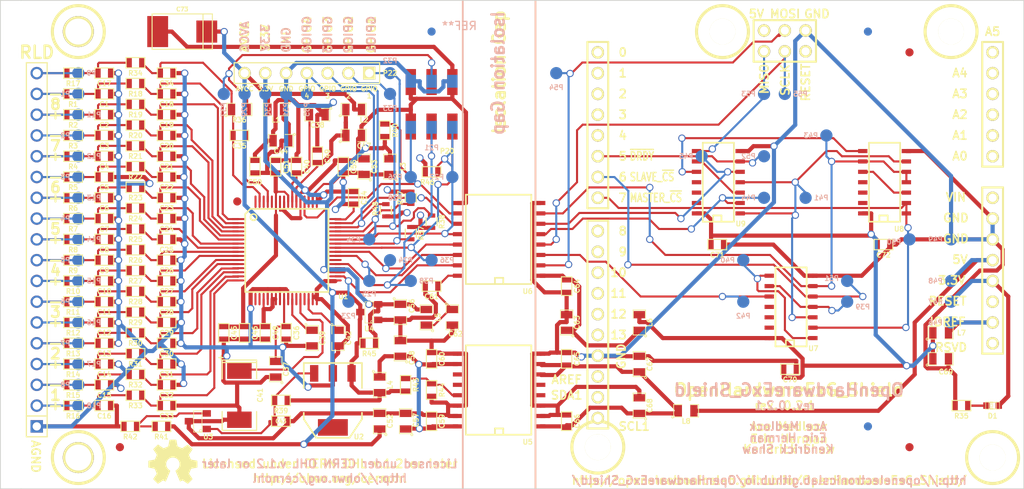
<source format=kicad_pcb>
(kicad_pcb (version 20171130) (host pcbnew "(5.1.12)-1")
  (layers (0 F.Cu signal) (1 Inner2.Cu power) (2 Inner1.Cu power) (31 B.Cu signal) (34 B.Paste user hide) (35 F.Paste user hide) (36 B.SilkS user hide) (37 F.SilkS user hide) (38 B.Mask user hide) (39 F.Mask user hide) (44 Edge.Cuts user))
  (net 0 "")
  (net 1 +3.3V)
  (net 2 +3.3VADC)
  (net 3 +5V)
  (net 4 /3.3V_ISO)
  (net 5 /ADS129x_CLK_ISO)
  (net 6 /ADS129x_DAISY_IN_ISO)
  (net 7 /ADS129x_DOUT)
  (net 8 /ADS129x_DOUT_ISO)
  (net 9 /ADS129x_GPIO1_ISO)
  (net 10 /ADS129x_GPIO2_ISO)
  (net 11 /ADS129x_GPIO3_ISO)
  (net 12 /ADS129x_GPIO4_ISO)
  (net 13 /ADS129x_MOSI_ISO)
  (net 14 /ADS129x_SCLK_ISO)
  (net 15 /ADS129x_~CS~)
  (net 16 /ADS129x_~CS~_ISO)
  (net 17 /ADS129x_~DRDY~)
  (net 18 /ADS129x_~DRDY~_ISO)
  (net 19 /ARDUINO_VCC)
  (net 20 /AVDD)
  (net 21 /AVDD1)
  (net 22 /BIASINV)
  (net 23 /BIASOUT)
  (net 24 /BIASOUT_FILT)
  (net 25 /IN1N)
  (net 26 /IN1P)
  (net 27 /IN2N)
  (net 28 /IN2P)
  (net 29 /IN3N)
  (net 30 /IN3P)
  (net 31 /IN4N)
  (net 32 /IN4P)
  (net 33 /IN5N)
  (net 34 /IN5P)
  (net 35 /IN6N)
  (net 36 /IN6P)
  (net 37 /IN7N)
  (net 38 /IN7P)
  (net 39 /IN8N)
  (net 40 /IN8P)
  (net 41 /MASTER)
  (net 42 /MASTER_AND_MASTER_CS)
  (net 43 /MASTER_DOUT)
  (net 44 /MASTER_ISO)
  (net 45 /MASTER_~CS~)
  (net 46 /MASTER_~DRDY~)
  (net 47 /MISO)
  (net 48 /MOSI)
  (net 49 /SCLK)
  (net 50 /SLAVE_AND_SLAVE_CS)
  (net 51 /SLAVE_~CS~)
  (net 52 /VIN_ISO)
  (net 53 /VSEL)
  (net 54 /~ENABLED_MISO~)
  (net 55 /~MASTER~)
  (net 56 AGND)
  (net 57 GND)
  (net 58 VCC)
  (net 59 "Net-(C1-Pad1)")
  (net 60 "Net-(C2-Pad1)")
  (net 61 "Net-(C3-Pad1)")
  (net 62 "Net-(C4-Pad1)")
  (net 63 "Net-(C5-Pad1)")
  (net 64 "Net-(C6-Pad1)")
  (net 65 "Net-(C7-Pad1)")
  (net 66 "Net-(C8-Pad1)")
  (net 67 "Net-(C9-Pad1)")
  (net 68 "Net-(C10-Pad1)")
  (net 69 "Net-(C11-Pad1)")
  (net 70 "Net-(C12-Pad1)")
  (net 71 "Net-(C13-Pad1)")
  (net 72 "Net-(C14-Pad1)")
  (net 73 "Net-(C15-Pad1)")
  (net 74 "Net-(C16-Pad1)")
  (net 75 "Net-(C17-Pad1)")
  (net 76 "Net-(C18-Pad1)")
  (net 77 "Net-(C19-Pad1)")
  (net 78 "Net-(C20-Pad1)")
  (net 79 "Net-(C21-Pad1)")
  (net 80 "Net-(C22-Pad1)")
  (net 81 "Net-(C23-Pad1)")
  (net 82 "Net-(C24-Pad1)")
  (net 83 "Net-(C25-Pad1)")
  (net 84 "Net-(C26-Pad1)")
  (net 85 "Net-(C27-Pad1)")
  (net 86 "Net-(C28-Pad1)")
  (net 87 "Net-(C29-Pad1)")
  (net 88 "Net-(C30-Pad1)")
  (net 89 "Net-(C31-Pad1)")
  (net 90 "Net-(C32-Pad1)")
  (net 91 "Net-(C33-Pad1)")
  (net 92 "Net-(C36-Pad2)")
  (net 93 "Net-(C38-Pad2)")
  (net 94 "Net-(C39-Pad1)")
  (net 95 "Net-(C41-Pad1)")
  (net 96 "Net-(C42-Pad1)")
  (net 97 "Net-(C43-Pad1)")
  (net 98 "Net-(C57-Pad1)")
  (net 99 "Net-(C61-Pad1)")
  (net 100 "Net-(C63-Pad1)")
  (net 101 "Net-(C65-Pad1)")
  (net 102 "Net-(D1-Pad2)")
  (net 103 "Net-(P19-Pad90)")
  (net 104 "Net-(P19-Pad92)")
  (net 105 "Net-(P19-Pad97)")
  (net 106 "Net-(P19-Pad54)")
  (net 107 "Net-(P19-Pad55)")
  (net 108 "Net-(P19-Pad56)")
  (net 109 "Net-(P19-Pad57)")
  (net 110 "Net-(P19-Pad58)")
  (net 111 "Net-(P19-Pad59)")
  (net 112 "Net-(P19-Pad89)")
  (net 113 "Net-(P19-Pad88)")
  (net 114 "Net-(P19-Pad0)")
  (net 115 "Net-(P19-Pad1)")
  (net 116 "Net-(P19-Pad2)")
  (net 117 "Net-(P19-Pad3)")
  (net 118 "Net-(P19-Pad4)")
  (net 119 "Net-(P19-Pad8)")
  (net 120 "Net-(P19-Pad9)")
  (net 121 "Net-(P19-Pad10)")
  (net 122 "Net-(P19-Pad11)")
  (net 123 "Net-(P19-Pad12)")
  (net 124 "Net-(P19-Pad13)")
  (net 125 "Net-(P19-Pad98)")
  (net 126 "Net-(P19-Pad70)")
  (net 127 "Net-(P19-Pad71)")
  (net 128 "Net-(R41-Pad2)")
  (net 129 "Net-(U1-Pad17)")
  (net 130 "Net-(U1-Pad18)")
  (net 131 "Net-(U1-Pad27)")
  (net 132 "Net-(U1-Pad29)")
  (net 133 "Net-(U1-Pad60)")
  (net 134 "Net-(U1-Pad62)")
  (net 135 "Net-(U1-Pad64)")
  (net 136 "Net-(U5-Pad4)")
  (net 137 "Net-(U5-Pad5)")
  (net 138 "Net-(U5-Pad11)")
  (net 139 "Net-(U5-Pad12)")
  (net 140 "Net-(U8-Pad10)")
  (module Fiducials:Fiducial_1mm_Dia_2.54mm_Outer_CopperTop (layer F.Cu) (at 170.18 83.82)
    (fp_text reference REF**_7 hide)
    (fp_text value Fiducial_1mm_Dia_2.54mm_Outer_CopperTop hide)
    (pad ~ smd circle (at 0 0) (size 1 1) (layers F.Cu F.Mask) (clearance 0.77))
  )
  (module Fiducials:Fiducial_1mm_Dia_2.54mm_Outer_CopperTop (layer B.Cu) (at 165.1 81.28)
    (fp_text reference REF**_6 hide)
    (fp_text value Fiducial_1mm_Dia_2.54mm_Outer_CopperTop hide)
    (pad ~ smd circle (at 0 0) (size 1 1) (layers B.Cu B.Mask) (clearance 0.77))
  )
  (module Fiducials:Fiducial_1mm_Dia_2.54mm_Outer_CopperTop (layer F.Cu) (at 170.18 35.56)
    (fp_text reference REF**_5 hide)
    (fp_text value Fiducial_1mm_Dia_2.54mm_Outer_CopperTop hide)
    (pad ~ smd circle (at 0 0) (size 1 1) (layers F.Cu F.Mask) (clearance 0.77))
  )
  (module Fiducials:Fiducial_1mm_Dia_2.54mm_Outer_CopperTop (layer B.Cu) (at 165.1 33.02)
    (fp_text reference REF**_4 hide)
    (fp_text value Fiducial_1mm_Dia_2.54mm_Outer_CopperTop hide)
    (pad ~ smd circle (at 0 0) (size 1 1) (layers B.Cu B.Mask) (clearance 0.77))
  )
  (module Fiducials:Fiducial_1mm_Dia_2.54mm_Outer_CopperTop (layer F.Cu) (at 73.66 83.82)
    (fp_text reference REF**_3 hide)
    (fp_text value Fiducial_1mm_Dia_2.54mm_Outer_CopperTop hide)
    (pad ~ smd circle (at 0 0) (size 1 1) (layers F.Cu F.Mask) (clearance 0.77))
  )
  (module LOGO (layer F.Cu) (at 80.137 85.598)
    (fp_text reference G*** hide)
    (fp_text value LOGO hide)
  )
  (module Hole_M3 (layer F.Cu) (at 68.58 85.09)
    (fp_text reference Hole_M3_2 hide)
    (fp_text value VAL** hide)
    (pad "" np_thru_hole circle (at 0 0) (size 3.7973 3.7973) (drill 3.175) (layers *.Cu *.Mask F.SilkS))
  )
  (module Hole_M3 (layer F.Cu) (at 68.58 33.02)
    (fp_text reference Hole_M3 hide)
    (fp_text value VAL** hide)
    (pad "" np_thru_hole circle (at 0 0) (size 3.7973 3.7973) (drill 3.175) (layers *.Cu *.Mask F.SilkS))
  )
  (module TQFP_64 (layer F.Cu) (at 93.98 59.69 270)
    (fp_text reference U1 (at 5.715 -6.985) (layer F.SilkS) (effects (font (size 0.6 0.6) (thickness 0.127))))
    (fp_text value ADS1299 hide)
    (pad 1 smd rect (at -3.74904 5.86994 270) (size 0.24892 1.524) (layers F.Cu F.Paste F.Mask) (net 76 "Net-(C18-Pad1)"))
    (pad 2 smd oval (at -3.24866 5.86994 270) (size 0.24892 1.524) (layers F.Cu F.Paste F.Mask) (net 77 "Net-(C19-Pad1)"))
    (pad 3 smd oval (at -2.74828 5.86994 270) (size 0.24892 1.524) (layers F.Cu F.Paste F.Mask) (net 78 "Net-(C20-Pad1)"))
    (pad 4 smd oval (at -2.2479 5.86994 270) (size 0.24892 1.524) (layers F.Cu F.Paste F.Mask) (net 79 "Net-(C21-Pad1)"))
    (pad 5 smd oval (at -1.74752 5.86994 270) (size 0.24892 1.524) (layers F.Cu F.Paste F.Mask) (net 80 "Net-(C22-Pad1)"))
    (pad 6 smd oval (at -1.24968 5.86994 270) (size 0.24892 1.524) (layers F.Cu F.Paste F.Mask) (net 81 "Net-(C23-Pad1)"))
    (pad 7 smd oval (at -0.7493 5.86994 270) (size 0.24892 1.524) (layers F.Cu F.Paste F.Mask) (net 82 "Net-(C24-Pad1)"))
    (pad 8 smd oval (at -0.24892 5.86994 270) (size 0.24892 1.524) (layers F.Cu F.Paste F.Mask) (net 83 "Net-(C25-Pad1)"))
    (pad 9 smd oval (at 0.25146 5.86994 270) (size 0.24892 1.524) (layers F.Cu F.Paste F.Mask) (net 84 "Net-(C26-Pad1)"))
    (pad 10 smd oval (at 0.75184 5.86994 270) (size 0.24892 1.524) (layers F.Cu F.Paste F.Mask) (net 85 "Net-(C27-Pad1)"))
    (pad 11 smd oval (at 1.25222 5.86994 270) (size 0.24892 1.524) (layers F.Cu F.Paste F.Mask) (net 86 "Net-(C28-Pad1)"))
    (pad 12 smd oval (at 1.75006 5.86994 270) (size 0.24892 1.524) (layers F.Cu F.Paste F.Mask) (net 87 "Net-(C29-Pad1)"))
    (pad 13 smd oval (at 2.25044 5.86994 270) (size 0.24892 1.524) (layers F.Cu F.Paste F.Mask) (net 88 "Net-(C30-Pad1)"))
    (pad 14 smd oval (at 2.75082 5.86994 270) (size 0.24892 1.524) (layers F.Cu F.Paste F.Mask) (net 89 "Net-(C31-Pad1)"))
    (pad 15 smd oval (at 3.2512 5.86994 270) (size 0.24892 1.524) (layers F.Cu F.Paste F.Mask) (net 90 "Net-(C32-Pad1)"))
    (pad 16 smd oval (at 3.75158 5.86994 270) (size 0.24892 1.524) (layers F.Cu F.Paste F.Mask) (net 91 "Net-(C33-Pad1)"))
    (pad 17 smd oval (at 6.0325 3.74904 270) (size 1.524 0.24892) (layers F.Cu F.Paste F.Mask) (net 129 "Net-(U1-Pad17)"))
    (pad 18 smd oval (at 6.0325 3.24866 270) (size 1.524 0.24892) (layers F.Cu F.Paste F.Mask) (net 130 "Net-(U1-Pad18)"))
    (pad 19 smd oval (at 6.0325 2.74828 270) (size 1.524 0.24892) (layers F.Cu F.Paste F.Mask) (net 20 /AVDD))
    (pad 20 smd oval (at 6.0325 2.2479 270) (size 1.524 0.24892) (layers F.Cu F.Paste F.Mask) (net 56 AGND))
    (pad 21 smd oval (at 6.0325 1.74752 270) (size 1.524 0.24892) (layers F.Cu F.Paste F.Mask) (net 20 /AVDD))
    (pad 22 smd oval (at 6.0325 1.24968 270) (size 1.524 0.24892) (layers F.Cu F.Paste F.Mask) (net 20 /AVDD))
    (pad 23 smd oval (at 6.0325 0.7493 270) (size 1.524 0.24892) (layers F.Cu F.Paste F.Mask) (net 56 AGND))
    (pad 24 smd oval (at 6.0325 0.24892 270) (size 1.524 0.24892) (layers F.Cu F.Paste F.Mask) (net 92 "Net-(C36-Pad2)"))
    (pad 25 smd oval (at 6.0325 -0.25146 270) (size 1.524 0.24892) (layers F.Cu F.Paste F.Mask) (net 56 AGND))
    (pad 26 smd oval (at 6.0325 -0.75184 270) (size 1.524 0.24892) (layers F.Cu F.Paste F.Mask) (net 94 "Net-(C39-Pad1)"))
    (pad 27 smd oval (at 6.0325 -1.25222 270) (size 1.524 0.24892) (layers F.Cu F.Paste F.Mask) (net 131 "Net-(U1-Pad27)"))
    (pad 28 smd oval (at 6.0325 -1.75006 270) (size 1.524 0.24892) (layers F.Cu F.Paste F.Mask) (net 95 "Net-(C41-Pad1)"))
    (pad 29 smd oval (at 6.0325 -2.25044 270) (size 1.524 0.24892) (layers F.Cu F.Paste F.Mask) (net 132 "Net-(U1-Pad29)"))
    (pad 30 smd oval (at 6.0325 -2.75082 270) (size 1.524 0.24892) (layers F.Cu F.Paste F.Mask) (net 96 "Net-(C42-Pad1)"))
    (pad 31 smd oval (at 6.0325 -3.2512 270) (size 1.524 0.24892) (layers F.Cu F.Paste F.Mask) (net 56 AGND))
    (pad 32 smd oval (at 6.0325 -3.75158 270) (size 1.524 0.24892) (layers F.Cu F.Paste F.Mask) (net 56 AGND))
    (pad 33 smd oval (at 3.75158 -6.0325 270) (size 0.24892 1.524) (layers F.Cu F.Paste F.Mask) (net 56 AGND))
    (pad 34 smd oval (at 3.2512 -6.0325 270) (size 0.24892 1.524) (layers F.Cu F.Paste F.Mask) (net 13 /ADS129x_MOSI_ISO))
    (pad 35 smd oval (at 2.75082 -6.0325 270) (size 0.24892 1.524) (layers F.Cu F.Paste F.Mask) (net 4 /3.3V_ISO))
    (pad 36 smd oval (at 2.25044 -6.0325 270) (size 0.24892 1.524) (layers F.Cu F.Paste F.Mask) (net 4 /3.3V_ISO))
    (pad 37 smd oval (at 1.75006 -6.0325 270) (size 0.24892 1.524) (layers F.Cu F.Paste F.Mask) (net 5 /ADS129x_CLK_ISO))
    (pad 38 smd oval (at 1.25222 -6.0325 270) (size 0.24892 1.524) (layers F.Cu F.Paste F.Mask))
    (pad 39 smd oval (at 0.75184 -6.0325 270) (size 0.24892 1.524) (layers F.Cu F.Paste F.Mask) (net 16 /ADS129x_~CS~_ISO))
    (pad 40 smd oval (at 0.25146 -6.0325 270) (size 0.24892 1.524) (layers F.Cu F.Paste F.Mask) (net 14 /ADS129x_SCLK_ISO))
    (pad 41 smd oval (at -0.24892 -6.0325 270) (size 0.24892 1.524) (layers F.Cu F.Paste F.Mask) (net 6 /ADS129x_DAISY_IN_ISO))
    (pad 42 smd oval (at -0.7493 -6.0325 270) (size 0.24892 1.524) (layers F.Cu F.Paste F.Mask) (net 9 /ADS129x_GPIO1_ISO))
    (pad 43 smd oval (at -1.24968 -6.0325 270) (size 0.24892 1.524) (layers F.Cu F.Paste F.Mask) (net 8 /ADS129x_DOUT_ISO))
    (pad 44 smd oval (at -1.74752 -6.0325 270) (size 0.24892 1.524) (layers F.Cu F.Paste F.Mask) (net 10 /ADS129x_GPIO2_ISO))
    (pad 45 smd oval (at -2.2479 -6.0325 270) (size 0.24892 1.524) (layers F.Cu F.Paste F.Mask) (net 11 /ADS129x_GPIO3_ISO))
    (pad 46 smd oval (at -2.74828 -6.0325 270) (size 0.24892 1.524) (layers F.Cu F.Paste F.Mask) (net 12 /ADS129x_GPIO4_ISO))
    (pad 47 smd oval (at -3.24866 -6.0325 270) (size 0.24892 1.524) (layers F.Cu F.Paste F.Mask) (net 18 /ADS129x_~DRDY~_ISO))
    (pad 48 smd oval (at -3.74904 -6.0325 270) (size 0.24892 1.524) (layers F.Cu F.Paste F.Mask) (net 2 +3.3VADC))
    (pad 49 smd oval (at -5.86994 -3.75158 270) (size 1.524 0.24892) (layers F.Cu F.Paste F.Mask) (net 56 AGND))
    (pad 50 smd oval (at -5.86994 -3.2512 270) (size 1.524 0.24892) (layers F.Cu F.Paste F.Mask) (net 2 +3.3VADC))
    (pad 52 smd oval (at -5.86994 -2.25044 270) (size 1.524 0.24892) (layers F.Cu F.Paste F.Mask) (net 44 /MASTER_ISO))
    (pad 51 smd oval (at -5.88772 -2.75082 270) (size 1.524 0.24892) (layers F.Cu F.Paste F.Mask) (net 56 AGND))
    (pad 53 smd oval (at -5.86994 -1.75006 270) (size 1.524 0.24892) (layers F.Cu F.Paste F.Mask) (net 56 AGND))
    (pad 54 smd oval (at -5.86994 -1.25222 270) (size 1.524 0.24892) (layers F.Cu F.Paste F.Mask) (net 21 /AVDD1))
    (pad 55 smd oval (at -5.86994 -0.75184 270) (size 1.524 0.24892) (layers F.Cu F.Paste F.Mask) (net 93 "Net-(C38-Pad2)"))
    (pad 56 smd oval (at -5.86994 -0.25146 270) (size 1.524 0.24892) (layers F.Cu F.Paste F.Mask) (net 20 /AVDD))
    (pad 57 smd oval (at -5.86994 0.24892 270) (size 1.524 0.24892) (layers F.Cu F.Paste F.Mask) (net 56 AGND))
    (pad 58 smd oval (at -5.86994 0.7493 270) (size 1.524 0.24892) (layers F.Cu F.Paste F.Mask) (net 56 AGND))
    (pad 59 smd oval (at -5.86994 1.24206 270) (size 1.524 0.24892) (layers F.Cu F.Paste F.Mask) (net 20 /AVDD))
    (pad 60 smd oval (at -5.86994 1.74244 270) (size 1.524 0.24892) (layers F.Cu F.Paste F.Mask) (net 133 "Net-(U1-Pad60)"))
    (pad 61 smd oval (at -5.86994 2.24282 270) (size 1.524 0.24892) (layers F.Cu F.Paste F.Mask) (net 22 /BIASINV))
    (pad 62 smd oval (at -5.86994 2.7432 270) (size 1.524 0.24892) (layers F.Cu F.Paste F.Mask) (net 134 "Net-(U1-Pad62)"))
    (pad 63 smd oval (at -5.86994 3.24104 270) (size 1.524 0.24892) (layers F.Cu F.Paste F.Mask) (net 23 /BIASOUT))
    (pad 64 smd oval (at -5.86994 3.74142 270) (size 1.524 0.24892) (layers F.Cu F.Paste F.Mask) (net 135 "Net-(U1-Pad64)"))
  )
  (module SOT23 (layer F.Cu) (at 104.14 67.31 90)
    (fp_text reference U4 (at -2.032 0 180) (layer F.SilkS) (effects (font (size 0.6 0.6) (thickness 0.127))))
    (fp_text value 873-AAT3220IGY-33T1 hide)
    (pad 3 smd rect (at 0 -1.09982 90) (size 0.8001 1.00076) (layers F.Cu F.Paste F.Mask) (net 52 /VIN_ISO))
    (pad 2 smd rect (at 0.9525 1.09982 90) (size 0.8001 1.00076) (layers F.Cu F.Paste F.Mask) (net 4 /3.3V_ISO))
    (pad 1 smd rect (at -0.9525 1.09982 90) (size 0.8001 1.00076) (layers F.Cu F.Paste F.Mask) (net 56 AGND))
  )
  (module SOT23 (layer F.Cu) (at 83.185 80.645 90)
    (fp_text reference U3 (at -1.905 1.27 180) (layer F.SilkS) (effects (font (size 0.6 0.6) (thickness 0.127))))
    (fp_text value TL431BIDBZR hide)
    (pad 3 smd rect (at 0 -1.09982 90) (size 0.8001 1.00076) (layers F.Cu F.Paste F.Mask) (net 56 AGND))
    (pad 2 smd rect (at 0.9525 1.09982 90) (size 0.8001 1.00076) (layers F.Cu F.Paste F.Mask) (net 128 "Net-(R41-Pad2)"))
    (pad 1 smd rect (at -0.9525 1.09982 90) (size 0.8001 1.00076) (layers F.Cu F.Paste F.Mask) (net 97 "Net-(C43-Pad1)"))
  )
  (module SOT223 (layer F.Cu) (at 99.695 78.105 180)
    (fp_text reference U2 (at -3.175 -4.445 180) (layer F.SilkS) (effects (font (size 0.6 0.6) (thickness 0.127))))
    (fp_text value Z0109MNT1G hide)
    (pad 4 smd rect (at 0 -3.302 180) (size 3.6576 2.032) (layers F.Cu F.Paste F.Mask))
    (pad 2 smd rect (at 0 3.302 180) (size 1.016 2.032) (layers F.Cu F.Paste F.Mask) (net 56 AGND))
    (pad 3 smd rect (at 2.286 3.302 180) (size 1.016 2.032) (layers F.Cu F.Paste F.Mask) (net 97 "Net-(C43-Pad1)"))
    (pad 1 smd rect (at -2.286 3.302 180) (size 1.016 2.032) (layers F.Cu F.Paste F.Mask) (net 52 /VIN_ISO))
  )
  (module SO16W (layer F.Cu) (at 120.015 76.835 90)
    (fp_text reference U5 (at -6.35 3.4925 180) (layer F.SilkS) (effects (font (size 0.6 0.6) (thickness 0.127))))
    (fp_text value ADUM6000 hide)
    (pad 1 smd rect (at -4.445 5.08 90) (size 0.508 1.143) (layers F.Cu F.Paste F.Mask) (net 101 "Net-(C65-Pad1)"))
    (pad 2 smd rect (at -3.175 5.08 90) (size 0.508 1.143) (layers F.Cu F.Paste F.Mask) (net 57 GND))
    (pad 3 smd rect (at -1.905 5.08 90) (size 0.508 1.143) (layers F.Cu F.Paste F.Mask) (net 57 GND))
    (pad 4 smd rect (at -0.635 5.08 90) (size 0.508 1.143) (layers F.Cu F.Paste F.Mask) (net 136 "Net-(U5-Pad4)"))
    (pad 5 smd rect (at 0.635 5.08 90) (size 0.508 1.143) (layers F.Cu F.Paste F.Mask) (net 137 "Net-(U5-Pad5)"))
    (pad 6 smd rect (at 1.905 5.08 90) (size 0.508 1.143) (layers F.Cu F.Paste F.Mask) (net 101 "Net-(C65-Pad1)"))
    (pad 7 smd rect (at 3.175 5.08 90) (size 0.508 1.143) (layers F.Cu F.Paste F.Mask) (net 101 "Net-(C65-Pad1)"))
    (pad 8 smd rect (at 4.445 5.08 90) (size 0.508 1.143) (layers F.Cu F.Paste F.Mask) (net 57 GND))
    (pad 9 smd rect (at 4.445 -5.08 90) (size 0.508 1.143) (layers F.Cu F.Paste F.Mask) (net 56 AGND))
    (pad 10 smd rect (at 3.175 -5.08 90) (size 0.508 1.143) (layers F.Cu F.Paste F.Mask) (net 98 "Net-(C57-Pad1)"))
    (pad 11 smd rect (at 1.905 -5.08 90) (size 0.508 1.143) (layers F.Cu F.Paste F.Mask) (net 138 "Net-(U5-Pad11)"))
    (pad 12 smd rect (at 0.635 -5.08 90) (size 0.508 1.143) (layers F.Cu F.Paste F.Mask) (net 139 "Net-(U5-Pad12)"))
    (pad 13 smd rect (at -0.635 -5.08 90) (size 0.508 1.143) (layers F.Cu F.Paste F.Mask) (net 53 /VSEL))
    (pad 14 smd rect (at -1.905 -5.08 90) (size 0.508 1.143) (layers F.Cu F.Paste F.Mask) (net 56 AGND))
    (pad 15 smd rect (at -3.175 -5.08 90) (size 0.508 1.143) (layers F.Cu F.Paste F.Mask) (net 56 AGND))
    (pad 16 smd rect (at -4.445 -5.08 90) (size 0.508 1.143) (layers F.Cu F.Paste F.Mask) (net 98 "Net-(C57-Pad1)"))
  )
  (module SO16W (layer F.Cu) (at 120.015 58.42 90)
    (fp_text reference U6 (at -6.35 3.4925 180) (layer F.SilkS) (effects (font (size 0.6 0.6) (thickness 0.127))))
    (fp_text value SI8663 hide)
    (pad 1 smd rect (at -4.445 5.08 90) (size 0.508 1.143) (layers F.Cu F.Paste F.Mask) (net 100 "Net-(C63-Pad1)"))
    (pad 2 smd rect (at -3.175 5.08 90) (size 0.508 1.143) (layers F.Cu F.Paste F.Mask) (net 48 /MOSI))
    (pad 3 smd rect (at -1.905 5.08 90) (size 0.508 1.143) (layers F.Cu F.Paste F.Mask) (net 15 /ADS129x_~CS~))
    (pad 4 smd rect (at -0.635 5.08 90) (size 0.508 1.143) (layers F.Cu F.Paste F.Mask) (net 49 /SCLK))
    (pad 5 smd rect (at 0.635 5.08 90) (size 0.508 1.143) (layers F.Cu F.Paste F.Mask) (net 7 /ADS129x_DOUT))
    (pad 6 smd rect (at 1.905 5.08 90) (size 0.508 1.143) (layers F.Cu F.Paste F.Mask) (net 17 /ADS129x_~DRDY~))
    (pad 7 smd rect (at 3.175 5.08 90) (size 0.508 1.143) (layers F.Cu F.Paste F.Mask) (net 41 /MASTER))
    (pad 8 smd rect (at 4.445 5.08 90) (size 0.508 1.143) (layers F.Cu F.Paste F.Mask) (net 57 GND))
    (pad 9 smd rect (at 4.445 -5.08 90) (size 0.508 1.143) (layers F.Cu F.Paste F.Mask) (net 56 AGND))
    (pad 10 smd rect (at 3.175 -5.08 90) (size 0.508 1.143) (layers F.Cu F.Paste F.Mask) (net 44 /MASTER_ISO))
    (pad 11 smd rect (at 1.905 -5.08 90) (size 0.508 1.143) (layers F.Cu F.Paste F.Mask) (net 18 /ADS129x_~DRDY~_ISO))
    (pad 12 smd rect (at 0.635 -5.08 90) (size 0.508 1.143) (layers F.Cu F.Paste F.Mask) (net 8 /ADS129x_DOUT_ISO))
    (pad 13 smd rect (at -0.635 -5.08 90) (size 0.508 1.143) (layers F.Cu F.Paste F.Mask) (net 14 /ADS129x_SCLK_ISO))
    (pad 14 smd rect (at -1.905 -5.08 90) (size 0.508 1.143) (layers F.Cu F.Paste F.Mask) (net 16 /ADS129x_~CS~_ISO))
    (pad 15 smd rect (at -3.175 -5.08 90) (size 0.508 1.143) (layers F.Cu F.Paste F.Mask) (net 13 /ADS129x_MOSI_ISO))
    (pad 16 smd rect (at -4.445 -5.08 90) (size 0.508 1.143) (layers F.Cu F.Paste F.Mask) (net 99 "Net-(C61-Pad1)"))
  )
  (module SO14E (layer F.Cu) (at 155.575 66.675 90)
    (fp_text reference U7 (at -5.08 2.8575 180) (layer F.SilkS) (effects (font (size 0.6 0.6) (thickness 0.127))))
    (fp_text value 74LS02 hide)
    (pad 1 smd rect (at -3.81 2.794 90) (size 0.508 1.143) (layers F.Cu F.Paste F.Mask) (net 42 /MASTER_AND_MASTER_CS))
    (pad 2 smd rect (at -2.54 2.794 90) (size 0.508 1.143) (layers F.Cu F.Paste F.Mask) (net 45 /MASTER_~CS~))
    (pad 3 smd rect (at -1.27 2.794 90) (size 0.508 1.143) (layers F.Cu F.Paste F.Mask) (net 55 /~MASTER~))
    (pad 4 smd rect (at 0 2.794 90) (size 0.508 1.143) (layers F.Cu F.Paste F.Mask) (net 50 /SLAVE_AND_SLAVE_CS))
    (pad 5 smd rect (at 1.27 2.794 90) (size 0.508 1.143) (layers F.Cu F.Paste F.Mask) (net 51 /SLAVE_~CS~))
    (pad 6 smd rect (at 2.54 2.794 90) (size 0.508 1.143) (layers F.Cu F.Paste F.Mask) (net 41 /MASTER))
    (pad 7 smd rect (at 3.81 2.794 90) (size 0.508 1.143) (layers F.Cu F.Paste F.Mask) (net 57 GND))
    (pad 8 smd rect (at 3.81 -2.54 90) (size 0.508 1.143) (layers F.Cu F.Paste F.Mask) (net 42 /MASTER_AND_MASTER_CS))
    (pad 9 smd rect (at 2.54 -2.54 90) (size 0.508 1.143) (layers F.Cu F.Paste F.Mask) (net 50 /SLAVE_AND_SLAVE_CS))
    (pad 10 smd rect (at 1.27 -2.54 90) (size 0.508 1.143) (layers F.Cu F.Paste F.Mask) (net 15 /ADS129x_~CS~))
    (pad 11 smd rect (at 0 -2.54 90) (size 0.508 1.143) (layers F.Cu F.Paste F.Mask))
    (pad 12 smd rect (at -1.27 -2.54 90) (size 0.508 1.143) (layers F.Cu F.Paste F.Mask))
    (pad 13 smd rect (at -2.54 -2.54 90) (size 0.508 1.143) (layers F.Cu F.Paste F.Mask))
    (pad 14 smd rect (at -3.81 -2.54 90) (size 0.508 1.143) (layers F.Cu F.Paste F.Mask) (net 58 VCC))
  )
  (module SO14E (layer F.Cu) (at 167.005 51.435 90)
    (fp_text reference U8 (at -5.715 1.905 180) (layer F.SilkS) (effects (font (size 0.6 0.6) (thickness 0.127))))
    (fp_text value 74LS00 hide)
    (pad 1 smd rect (at -3.81 2.794 90) (size 0.508 1.143) (layers F.Cu F.Paste F.Mask) (net 45 /MASTER_~CS~))
    (pad 2 smd rect (at -2.54 2.794 90) (size 0.508 1.143) (layers F.Cu F.Paste F.Mask) (net 45 /MASTER_~CS~))
    (pad 3 smd rect (at -1.27 2.794 90) (size 0.508 1.143) (layers F.Cu F.Paste F.Mask) (net 140 "Net-(U8-Pad10)"))
    (pad 4 smd rect (at 0 2.794 90) (size 0.508 1.143) (layers F.Cu F.Paste F.Mask) (net 41 /MASTER))
    (pad 5 smd rect (at 1.27 2.794 90) (size 0.508 1.143) (layers F.Cu F.Paste F.Mask) (net 41 /MASTER))
    (pad 6 smd rect (at 2.54 2.794 90) (size 0.508 1.143) (layers F.Cu F.Paste F.Mask) (net 55 /~MASTER~))
    (pad 7 smd rect (at 3.81 2.794 90) (size 0.508 1.143) (layers F.Cu F.Paste F.Mask) (net 57 GND))
    (pad 8 smd rect (at 3.81 -2.54 90) (size 0.508 1.143) (layers F.Cu F.Paste F.Mask) (net 54 /~ENABLED_MISO~))
    (pad 9 smd rect (at 2.54 -2.54 90) (size 0.508 1.143) (layers F.Cu F.Paste F.Mask) (net 41 /MASTER))
    (pad 10 smd rect (at 1.27 -2.54 90) (size 0.508 1.143) (layers F.Cu F.Paste F.Mask) (net 140 "Net-(U8-Pad10)"))
    (pad 11 smd rect (at 0 -2.54 90) (size 0.508 1.143) (layers F.Cu F.Paste F.Mask))
    (pad 12 smd rect (at -1.27 -2.54 90) (size 0.508 1.143) (layers F.Cu F.Paste F.Mask))
    (pad 13 smd rect (at -2.54 -2.54 90) (size 0.508 1.143) (layers F.Cu F.Paste F.Mask))
    (pad 14 smd rect (at -3.81 -2.54 90) (size 0.508 1.143) (layers F.Cu F.Paste F.Mask) (net 58 VCC))
  )
  (module SO14E (layer F.Cu) (at 146.685 51.435 90)
    (fp_text reference U9 (at -5.08 2.8575 180) (layer F.SilkS) (effects (font (size 0.6 0.6) (thickness 0.127))))
    (fp_text value 74LS125 hide)
    (pad 1 smd rect (at -3.81 2.794 90) (size 0.508 1.143) (layers F.Cu F.Paste F.Mask) (net 55 /~MASTER~))
    (pad 2 smd rect (at -2.54 2.794 90) (size 0.508 1.143) (layers F.Cu F.Paste F.Mask) (net 7 /ADS129x_DOUT))
    (pad 3 smd rect (at -1.27 2.794 90) (size 0.508 1.143) (layers F.Cu F.Paste F.Mask) (net 43 /MASTER_DOUT))
    (pad 4 smd rect (at 0 2.794 90) (size 0.508 1.143) (layers F.Cu F.Paste F.Mask) (net 55 /~MASTER~))
    (pad 5 smd rect (at 1.27 2.794 90) (size 0.508 1.143) (layers F.Cu F.Paste F.Mask) (net 17 /ADS129x_~DRDY~))
    (pad 6 smd rect (at 2.54 2.794 90) (size 0.508 1.143) (layers F.Cu F.Paste F.Mask) (net 46 /MASTER_~DRDY~))
    (pad 7 smd rect (at 3.81 2.794 90) (size 0.508 1.143) (layers F.Cu F.Paste F.Mask) (net 57 GND))
    (pad 8 smd rect (at 3.81 -2.54 90) (size 0.508 1.143) (layers F.Cu F.Paste F.Mask) (net 47 /MISO))
    (pad 9 smd rect (at 2.54 -2.54 90) (size 0.508 1.143) (layers F.Cu F.Paste F.Mask) (net 43 /MASTER_DOUT))
    (pad 10 smd rect (at 1.27 -2.54 90) (size 0.508 1.143) (layers F.Cu F.Paste F.Mask) (net 54 /~ENABLED_MISO~))
    (pad 11 smd rect (at 0 -2.54 90) (size 0.508 1.143) (layers F.Cu F.Paste F.Mask))
    (pad 12 smd rect (at -1.27 -2.54 90) (size 0.508 1.143) (layers F.Cu F.Paste F.Mask))
    (pad 13 smd rect (at -2.54 -2.54 90) (size 0.508 1.143) (layers F.Cu F.Paste F.Mask))
    (pad 14 smd rect (at -3.81 -2.54 90) (size 0.508 1.143) (layers F.Cu F.Paste F.Mask) (net 58 VCC))
  )
  (module SM2512 (layer F.Cu) (at 88.265 77.47 270)
    (fp_text reference C41 (at 0 -2.54 270) (layer F.SilkS) (effects (font (size 0.6 0.6) (thickness 0.127))))
    (fp_text value 100uF hide)
    (fp_text user + (at -4.59994 2.30124 270) (layer F.SilkS) (effects (font (size 0.7 0.7))))
    (pad 1 smd rect (at -2.99974 0 270) (size 1.99898 2.99974) (layers F.Cu F.Paste F.Mask) (net 95 "Net-(C41-Pad1)"))
    (pad 2 smd rect (at 2.99974 0 270) (size 1.99898 2.99974) (layers F.Cu F.Paste F.Mask) (net 56 AGND))
  )
  (module SM0805 (layer F.Cu) (at 137.16 78.74 90)
    (fp_text reference C68 (at 0 1.27 90) (layer F.SilkS) (effects (font (size 0.6 0.6) (thickness 0.127))))
    (fp_text value 10uF hide)
    (pad 1 smd rect (at -0.9525 0 90) (size 0.889 1.397) (layers F.Cu F.Paste F.Mask) (net 101 "Net-(C65-Pad1)"))
    (pad 2 smd rect (at 0.9525 0 90) (size 0.889 1.397) (layers F.Cu F.Paste F.Mask) (net 57 GND))
  )
  (module SM0805 (layer F.Cu) (at 137.16 73.66 90)
    (fp_text reference C67 (at 0 1.27 90) (layer F.SilkS) (effects (font (size 0.6 0.6) (thickness 0.127))))
    (fp_text value 10uF hide)
    (pad 1 smd rect (at -0.9525 0 90) (size 0.889 1.397) (layers F.Cu F.Paste F.Mask) (net 101 "Net-(C65-Pad1)"))
    (pad 2 smd rect (at 0.9525 0 90) (size 0.889 1.397) (layers F.Cu F.Paste F.Mask) (net 57 GND))
  )
  (module SM0805 (layer F.Cu) (at 142.875 79.375)
    (fp_text reference L8 (at 0 1.27) (layer F.SilkS) (effects (font (size 0.6 0.6) (thickness 0.127))))
    (fp_text value MH2029-221Y hide)
    (pad 1 smd rect (at -0.9525 0) (size 0.889 1.397) (layers F.Cu F.Paste F.Mask) (net 101 "Net-(C65-Pad1)"))
    (pad 2 smd rect (at 0.9525 0) (size 0.889 1.397) (layers F.Cu F.Paste F.Mask) (net 3 +5V))
  )
  (module SM0805 (layer F.Cu) (at 107.95 71.755 90)
    (fp_text reference C58 (at -1.143 1.397 90) (layer F.SilkS) (effects (font (size 0.6 0.6) (thickness 0.127))))
    (fp_text value 10uF hide)
    (pad 1 smd rect (at -0.9525 0 90) (size 0.889 1.397) (layers F.Cu F.Paste F.Mask) (net 98 "Net-(C57-Pad1)"))
    (pad 2 smd rect (at 0.9525 0 90) (size 0.889 1.397) (layers F.Cu F.Paste F.Mask) (net 56 AGND))
  )
  (module SM0805 (layer F.Cu) (at 108.585 80.645 90)
    (fp_text reference C57 (at 0.127 1.27 90) (layer F.SilkS) (effects (font (size 0.6 0.6) (thickness 0.127))))
    (fp_text value 10uF hide)
    (pad 1 smd rect (at -0.9525 0 90) (size 0.889 1.397) (layers F.Cu F.Paste F.Mask) (net 98 "Net-(C57-Pad1)"))
    (pad 2 smd rect (at 0.9525 0 90) (size 0.889 1.397) (layers F.Cu F.Paste F.Mask) (net 56 AGND))
  )
  (module SM0805 (layer F.Cu) (at 105.41 76.2 270)
    (fp_text reference L4 (at 0 -1.27 270) (layer F.SilkS) (effects (font (size 0.6 0.6) (thickness 0.127))))
    (fp_text value MH2029-221Y hide)
    (pad 1 smd rect (at -0.9525 0 270) (size 0.889 1.397) (layers F.Cu F.Paste F.Mask) (net 98 "Net-(C57-Pad1)"))
    (pad 2 smd rect (at 0.9525 0 270) (size 0.889 1.397) (layers F.Cu F.Paste F.Mask) (net 52 /VIN_ISO))
  )
  (module SM0805 (layer F.Cu) (at 173.99 73.025)
    (fp_text reference C69 (at 0.635 1.5875) (layer F.SilkS) (effects (font (size 0.6 0.6) (thickness 0.127))))
    (fp_text value 10uF hide)
    (pad 1 smd rect (at -0.9525 0) (size 0.889 1.397) (layers F.Cu F.Paste F.Mask) (net 58 VCC))
    (pad 2 smd rect (at 0.9525 0) (size 0.889 1.397) (layers F.Cu F.Paste F.Mask) (net 57 GND))
  )
  (module SM0805 (layer F.Cu) (at 173.99 69.85)
    (fp_text reference L7 (at 2.54 0) (layer F.SilkS) (effects (font (size 0.6 0.6) (thickness 0.127))))
    (fp_text value MH2029-221Y hide)
    (pad 1 smd rect (at -0.9525 0) (size 0.889 1.397) (layers F.Cu F.Paste F.Mask) (net 58 VCC))
    (pad 2 smd rect (at 0.9525 0) (size 0.889 1.397) (layers F.Cu F.Paste F.Mask) (net 19 /ARDUINO_VCC))
  )
  (module SM0805 (layer F.Cu) (at 107.95 67.31 270)
    (fp_text reference C56 (at -0.762 -1.397 270) (layer F.SilkS) (effects (font (size 0.6 0.6) (thickness 0.127))))
    (fp_text value 10uF hide)
    (pad 1 smd rect (at -0.9525 0 270) (size 0.889 1.397) (layers F.Cu F.Paste F.Mask) (net 4 /3.3V_ISO))
    (pad 2 smd rect (at 0.9525 0 270) (size 0.889 1.397) (layers F.Cu F.Paste F.Mask) (net 56 AGND))
  )
  (module SM0805 (layer F.Cu) (at 105.41 80.645 90)
    (fp_text reference C52 (at 0 1.27 90) (layer F.SilkS) (effects (font (size 0.6 0.6) (thickness 0.127))))
    (fp_text value 10uF hide)
    (pad 1 smd rect (at -0.9525 0 90) (size 0.889 1.397) (layers F.Cu F.Paste F.Mask) (net 52 /VIN_ISO))
    (pad 2 smd rect (at 0.9525 0 90) (size 0.889 1.397) (layers F.Cu F.Paste F.Mask) (net 56 AGND))
  )
  (module SM0805 (layer F.Cu) (at 102.235 42.545)
    (fp_text reference L2 (at 1.27 1.27) (layer F.SilkS) (effects (font (size 0.6 0.6) (thickness 0.127))))
    (fp_text value MH2029-221Y hide)
    (pad 1 smd rect (at -0.9525 0) (size 0.889 1.397) (layers F.Cu F.Paste F.Mask) (net 21 /AVDD1))
    (pad 2 smd rect (at 0.9525 0) (size 0.889 1.397) (layers F.Cu F.Paste F.Mask) (net 52 /VIN_ISO))
  )
  (module SM0805 (layer F.Cu) (at 92.71 74.295 90)
    (fp_text reference C37 (at 0 1.27 90) (layer F.SilkS) (effects (font (size 0.6 0.6) (thickness 0.127))))
    (fp_text value 10uF hide)
    (pad 1 smd rect (at -0.9525 0 90) (size 0.889 1.397) (layers F.Cu F.Paste F.Mask) (net 56 AGND))
    (pad 2 smd rect (at 0.9525 0 90) (size 0.889 1.397) (layers F.Cu F.Paste F.Mask) (net 92 "Net-(C36-Pad2)"))
  )
  (module SM0805 (layer F.Cu) (at 100.33 70.485 270)
    (fp_text reference C42 (at 0 -1.27 270) (layer F.SilkS) (effects (font (size 0.6 0.6) (thickness 0.127))))
    (fp_text value 10uF hide)
    (pad 1 smd rect (at -0.9525 0 270) (size 0.889 1.397) (layers F.Cu F.Paste F.Mask) (net 96 "Net-(C42-Pad1)"))
    (pad 2 smd rect (at 0.9525 0 270) (size 0.889 1.397) (layers F.Cu F.Paste F.Mask) (net 56 AGND))
  )
  (module SM0805 (layer F.Cu) (at 97.79 43.18 180)
    (fp_text reference C38 (at 0 -1.27 180) (layer F.SilkS) (effects (font (size 0.6 0.6) (thickness 0.127))))
    (fp_text value 10uF hide)
    (pad 1 smd rect (at -0.9525 0 180) (size 0.889 1.397) (layers F.Cu F.Paste F.Mask) (net 56 AGND))
    (pad 2 smd rect (at 0.9525 0 180) (size 0.889 1.397) (layers F.Cu F.Paste F.Mask) (net 93 "Net-(C38-Pad2)"))
  )
  (module SM0805 (layer F.Cu) (at 97.155 70.485 270)
    (fp_text reference C39 (at 0 -1.27 270) (layer F.SilkS) (effects (font (size 0.6 0.6) (thickness 0.127))))
    (fp_text value 10uF hide)
    (pad 1 smd rect (at -0.9525 0 270) (size 0.889 1.397) (layers F.Cu F.Paste F.Mask) (net 94 "Net-(C39-Pad1)"))
    (pad 2 smd rect (at 0.9525 0 270) (size 0.889 1.397) (layers F.Cu F.Paste F.Mask) (net 56 AGND))
  )
  (module SM0805 (layer F.Cu) (at 88.265 42.545)
    (fp_text reference R36 (at 0 1.27) (layer F.SilkS) (effects (font (size 0.6 0.6) (thickness 0.127))))
    (fp_text value 1M hide)
    (pad 1 smd rect (at -0.9525 0) (size 0.889 1.397) (layers F.Cu F.Paste F.Mask) (net 23 /BIASOUT))
    (pad 2 smd rect (at 0.9525 0) (size 0.889 1.397) (layers F.Cu F.Paste F.Mask) (net 22 /BIASINV))
  )
  (module SM0805 (layer F.Cu) (at 102.235 45.72)
    (fp_text reference C47 (at 1.27 1.27) (layer F.SilkS) (effects (font (size 0.6 0.6) (thickness 0.127))))
    (fp_text value 10uF hide)
    (pad 1 smd rect (at -0.9525 0) (size 0.889 1.397) (layers F.Cu F.Paste F.Mask) (net 21 /AVDD1))
    (pad 2 smd rect (at 0.9525 0) (size 0.889 1.397) (layers F.Cu F.Paste F.Mask) (net 56 AGND))
  )
  (module SM0805 (layer F.Cu) (at 92.71 42.545 180)
    (fp_text reference L1 (at 0 -1.27 180) (layer F.SilkS) (effects (font (size 0.6 0.6) (thickness 0.127))))
    (fp_text value MH2029-221Y hide)
    (pad 1 smd rect (at -0.9525 0 180) (size 0.889 1.397) (layers F.Cu F.Paste F.Mask) (net 20 /AVDD))
    (pad 2 smd rect (at 0.9525 0 180) (size 0.889 1.397) (layers F.Cu F.Paste F.Mask) (net 52 /VIN_ISO))
  )
  (module SM0805 (layer F.Cu) (at 137.16 68.58 90)
    (fp_text reference L6 (at 0 1.27 90) (layer F.SilkS) (effects (font (size 0.6 0.6) (thickness 0.127))))
    (fp_text value MH2029-221Y hide)
    (pad 1 smd rect (at -0.9525 0 90) (size 0.889 1.397) (layers F.Cu F.Paste F.Mask) (net 100 "Net-(C63-Pad1)"))
    (pad 2 smd rect (at 0.9525 0 90) (size 0.889 1.397) (layers F.Cu F.Paste F.Mask) (net 58 VCC))
  )
  (module SM0805 (layer F.Cu) (at 128.27 68.58 90)
    (fp_text reference C63 (at 0 1.27 90) (layer F.SilkS) (effects (font (size 0.6 0.6) (thickness 0.127))))
    (fp_text value 10uF hide)
    (pad 1 smd rect (at -0.9525 0 90) (size 0.889 1.397) (layers F.Cu F.Paste F.Mask) (net 100 "Net-(C63-Pad1)"))
    (pad 2 smd rect (at 0.9525 0 90) (size 0.889 1.397) (layers F.Cu F.Paste F.Mask) (net 57 GND))
  )
  (module SM0805 (layer F.Cu) (at 114.3 67.945 270)
    (fp_text reference C62 (at 2.032 -0.381) (layer F.SilkS) (effects (font (size 0.6 0.6) (thickness 0.127))))
    (fp_text value 10uF hide)
    (pad 1 smd rect (at -0.9525 0 270) (size 0.889 1.397) (layers F.Cu F.Paste F.Mask) (net 99 "Net-(C61-Pad1)"))
    (pad 2 smd rect (at 0.9525 0 270) (size 0.889 1.397) (layers F.Cu F.Paste F.Mask) (net 56 AGND))
  )
  (module SM0805 (layer F.Cu) (at 111.125 67.945 90)
    (fp_text reference L5 (at 0 1.397 90) (layer F.SilkS) (effects (font (size 0.6 0.6) (thickness 0.127))))
    (fp_text value MH2029-221Y hide)
    (pad 1 smd rect (at -0.9525 0 90) (size 0.889 1.397) (layers F.Cu F.Paste F.Mask) (net 99 "Net-(C61-Pad1)"))
    (pad 2 smd rect (at 0.9525 0 90) (size 0.889 1.397) (layers F.Cu F.Paste F.Mask) (net 4 /3.3V_ISO))
  )
  (module SM0805 (layer F.Cu) (at 106.68 49.53 90)
    (fp_text reference L3 (at 0 1.5875 90) (layer F.SilkS) (effects (font (size 0.6 0.6) (thickness 0.127))))
    (fp_text value MH2029-221Y hide)
    (pad 1 smd rect (at -0.9525 0 90) (size 0.889 1.397) (layers F.Cu F.Paste F.Mask) (net 2 +3.3VADC))
    (pad 2 smd rect (at 0.9525 0 90) (size 0.889 1.397) (layers F.Cu F.Paste F.Mask) (net 4 /3.3V_ISO))
  )
  (module SM0805 (layer F.Cu) (at 103.505 49.53 90)
    (fp_text reference C53 (at 0 1.27 90) (layer F.SilkS) (effects (font (size 0.6 0.6) (thickness 0.127))))
    (fp_text value 10uF hide)
    (pad 1 smd rect (at -0.9525 0 90) (size 0.889 1.397) (layers F.Cu F.Paste F.Mask) (net 2 +3.3VADC))
    (pad 2 smd rect (at 0.9525 0 90) (size 0.889 1.397) (layers F.Cu F.Paste F.Mask) (net 56 AGND))
  )
  (module SM0805 (layer F.Cu) (at 93.345 46.355 180)
    (fp_text reference C44 (at 0 -1.27 180) (layer F.SilkS) (effects (font (size 0.6 0.6) (thickness 0.127))))
    (fp_text value 10uF hide)
    (pad 1 smd rect (at -0.9525 0 180) (size 0.889 1.397) (layers F.Cu F.Paste F.Mask) (net 20 /AVDD))
    (pad 2 smd rect (at 0.9525 0 180) (size 0.889 1.397) (layers F.Cu F.Paste F.Mask) (net 56 AGND))
  )
  (module SM0603 (layer F.Cu) (at 167.005 59.055)
    (fp_text reference C72 (at 0 1.27) (layer F.SilkS) (effects (font (size 0.6 0.6) (thickness 0.127))))
    (fp_text value 100nF hide)
    (pad 1 smd rect (at -0.762 0) (size 0.635 1.143) (layers F.Cu F.Paste F.Mask) (net 58 VCC))
    (pad 2 smd rect (at 0.762 0) (size 0.635 1.143) (layers F.Cu F.Paste F.Mask) (net 57 GND))
  )
  (module SM0603 (layer F.Cu) (at 146.685 59.055)
    (fp_text reference C71 (at 0 1.27) (layer F.SilkS) (effects (font (size 0.6 0.6) (thickness 0.127))))
    (fp_text value 100nF hide)
    (pad 1 smd rect (at -0.762 0) (size 0.635 1.143) (layers F.Cu F.Paste F.Mask) (net 58 VCC))
    (pad 2 smd rect (at 0.762 0) (size 0.635 1.143) (layers F.Cu F.Paste F.Mask) (net 57 GND))
  )
  (module SM0603 (layer F.Cu) (at 78.74 81.28 180)
    (fp_text reference R41 (at 0 -1.27 180) (layer F.SilkS) (effects (font (size 0.6 0.6) (thickness 0.127))))
    (fp_text value 10.0k hide)
    (pad 1 smd rect (at -0.762 0 180) (size 0.635 1.143) (layers F.Cu F.Paste F.Mask) (net 52 /VIN_ISO))
    (pad 2 smd rect (at 0.762 0 180) (size 0.635 1.143) (layers F.Cu F.Paste F.Mask) (net 128 "Net-(R41-Pad2)"))
  )
  (module SM0603 (layer F.Cu) (at 74.93 81.28 180)
    (fp_text reference R42 (at 0 -1.27 180) (layer F.SilkS) (effects (font (size 0.6 0.6) (thickness 0.127))))
    (fp_text value 8.45k hide)
    (pad 1 smd rect (at -0.762 0 180) (size 0.635 1.143) (layers F.Cu F.Paste F.Mask) (net 128 "Net-(R41-Pad2)"))
    (pad 2 smd rect (at 0.762 0 180) (size 0.635 1.143) (layers F.Cu F.Paste F.Mask) (net 56 AGND))
  )
  (module SM0603 (layer F.Cu) (at 111.76 76.835 90)
    (fp_text reference R44 (at 0 1.27 90) (layer F.SilkS) (effects (font (size 0.6 0.6) (thickness 0.127))))
    (fp_text value NI hide)
    (pad 1 smd rect (at -0.762 0 90) (size 0.635 1.143) (layers F.Cu F.Paste F.Mask) (net 56 AGND))
    (pad 2 smd rect (at 0.762 0 90) (size 0.635 1.143) (layers F.Cu F.Paste F.Mask) (net 53 /VSEL))
  )
  (module SM0603 (layer F.Cu) (at 106.045 45.085 90)
    (fp_text reference R40 (at 0 1.27 90) (layer F.SilkS) (effects (font (size 0.6 0.6) (thickness 0.127))))
    (fp_text value 10k hide)
    (pad 1 smd rect (at -0.762 0 90) (size 0.635 1.143) (layers F.Cu F.Paste F.Mask) (net 4 /3.3V_ISO))
    (pad 2 smd rect (at 0.762 0 90) (size 0.635 1.143) (layers F.Cu F.Paste F.Mask) (net 44 /MASTER_ISO))
  )
  (module SM0603 (layer F.Cu) (at 155.575 74.295)
    (fp_text reference C70 (at 0 1.27) (layer F.SilkS) (effects (font (size 0.6 0.6) (thickness 0.127))))
    (fp_text value 100nF hide)
    (pad 1 smd rect (at -0.762 0) (size 0.635 1.143) (layers F.Cu F.Paste F.Mask) (net 58 VCC))
    (pad 2 smd rect (at 0.762 0) (size 0.635 1.143) (layers F.Cu F.Paste F.Mask) (net 57 GND))
  )
  (module SM0603 (layer F.Cu) (at 111.76 80.645 90)
    (fp_text reference C59 (at 0 1.27 90) (layer F.SilkS) (effects (font (size 0.6 0.6) (thickness 0.127))))
    (fp_text value 100nF hide)
    (pad 1 smd rect (at -0.762 0 90) (size 0.635 1.143) (layers F.Cu F.Paste F.Mask) (net 98 "Net-(C57-Pad1)"))
    (pad 2 smd rect (at 0.762 0 90) (size 0.635 1.143) (layers F.Cu F.Paste F.Mask) (net 56 AGND))
  )
  (module SM0603 (layer F.Cu) (at 111.76 73.025 90)
    (fp_text reference C60 (at 0 1.27 90) (layer F.SilkS) (effects (font (size 0.6 0.6) (thickness 0.127))))
    (fp_text value 100nF hide)
    (pad 1 smd rect (at -0.762 0 90) (size 0.635 1.143) (layers F.Cu F.Paste F.Mask) (net 98 "Net-(C57-Pad1)"))
    (pad 2 smd rect (at 0.762 0 90) (size 0.635 1.143) (layers F.Cu F.Paste F.Mask) (net 56 AGND))
  )
  (module SM0603 (layer F.Cu) (at 128.27 73.025 90)
    (fp_text reference C65 (at 0 1.27 90) (layer F.SilkS) (effects (font (size 0.6 0.6) (thickness 0.127))))
    (fp_text value 100nF hide)
    (pad 1 smd rect (at -0.762 0 90) (size 0.635 1.143) (layers F.Cu F.Paste F.Mask) (net 101 "Net-(C65-Pad1)"))
    (pad 2 smd rect (at 0.762 0 90) (size 0.635 1.143) (layers F.Cu F.Paste F.Mask) (net 57 GND))
  )
  (module SM0603 (layer F.Cu) (at 108.585 76.2 90)
    (fp_text reference R43 (at 0 1.27 90) (layer F.SilkS) (effects (font (size 0.6 0.6) (thickness 0.127))))
    (fp_text value 0 hide)
    (pad 1 smd rect (at -0.762 0 90) (size 0.635 1.143) (layers F.Cu F.Paste F.Mask) (net 52 /VIN_ISO))
    (pad 2 smd rect (at 0.762 0 90) (size 0.635 1.143) (layers F.Cu F.Paste F.Mask) (net 53 /VSEL))
  )
  (module SM0603 (layer F.Cu) (at 128.27 80.645 90)
    (fp_text reference C66 (at 0 1.27 90) (layer F.SilkS) (effects (font (size 0.6 0.6) (thickness 0.127))))
    (fp_text value 100nF hide)
    (pad 1 smd rect (at -0.762 0 90) (size 0.635 1.143) (layers F.Cu F.Paste F.Mask) (net 101 "Net-(C65-Pad1)"))
    (pad 2 smd rect (at 0.762 0 90) (size 0.635 1.143) (layers F.Cu F.Paste F.Mask) (net 57 GND))
  )
  (module SM0603 (layer F.Cu) (at 111.76 64.135 180)
    (fp_text reference C61 (at 0 -1.27 180) (layer F.SilkS) (effects (font (size 0.6 0.6) (thickness 0.127))))
    (fp_text value 100nF hide)
    (pad 1 smd rect (at -0.762 0 180) (size 0.635 1.143) (layers F.Cu F.Paste F.Mask) (net 99 "Net-(C61-Pad1)"))
    (pad 2 smd rect (at 0.762 0 180) (size 0.635 1.143) (layers F.Cu F.Paste F.Mask) (net 56 AGND))
  )
  (module SM0603 (layer F.Cu) (at 91.44 69.85 270)
    (fp_text reference C48 (at 0 -1.27 270) (layer F.SilkS) (effects (font (size 0.6 0.6) (thickness 0.127))))
    (fp_text value 100nF hide)
    (pad 1 smd rect (at -0.762 0 270) (size 0.635 1.143) (layers F.Cu F.Paste F.Mask) (net 20 /AVDD))
    (pad 2 smd rect (at 0.762 0 270) (size 0.635 1.143) (layers F.Cu F.Paste F.Mask) (net 56 AGND))
  )
  (module SM0603 (layer F.Cu) (at 92.71 49.53 90)
    (fp_text reference C51 (at 0 1.27 90) (layer F.SilkS) (effects (font (size 0.6 0.6) (thickness 0.127))))
    (fp_text value 100nF hide)
    (pad 1 smd rect (at -0.762 0 90) (size 0.635 1.143) (layers F.Cu F.Paste F.Mask) (net 20 /AVDD))
    (pad 2 smd rect (at 0.762 0 90) (size 0.635 1.143) (layers F.Cu F.Paste F.Mask) (net 56 AGND))
  )
  (module SM0603 (layer F.Cu) (at 93.98 69.85 90)
    (fp_text reference C36 (at 0 1.27 90) (layer F.SilkS) (effects (font (size 0.6 0.6) (thickness 0.127))))
    (fp_text value 100nF hide)
    (pad 1 smd rect (at -0.762 0 90) (size 0.635 1.143) (layers F.Cu F.Paste F.Mask) (net 56 AGND))
    (pad 2 smd rect (at 0.762 0 90) (size 0.635 1.143) (layers F.Cu F.Paste F.Mask) (net 92 "Net-(C36-Pad2)"))
  )
  (module SM0603 (layer F.Cu) (at 95.25 49.53 270)
    (fp_text reference C40 (at 0 -1.27 270) (layer F.SilkS) (effects (font (size 0.6 0.6) (thickness 0.127))))
    (fp_text value 100nF hide)
    (pad 1 smd rect (at -0.762 0 270) (size 0.635 1.143) (layers F.Cu F.Paste F.Mask) (net 56 AGND))
    (pad 2 smd rect (at 0.762 0 270) (size 0.635 1.143) (layers F.Cu F.Paste F.Mask) (net 93 "Net-(C38-Pad2)"))
  )
  (module SM0603 (layer F.Cu) (at 88.265 45.72)
    (fp_text reference C35 (at 0 1.27) (layer F.SilkS) (effects (font (size 0.6 0.6) (thickness 0.127))))
    (fp_text value 1.5nF hide)
    (pad 1 smd rect (at -0.762 0) (size 0.635 1.143) (layers F.Cu F.Paste F.Mask) (net 23 /BIASOUT))
    (pad 2 smd rect (at 0.762 0) (size 0.635 1.143) (layers F.Cu F.Paste F.Mask) (net 22 /BIASINV))
  )
  (module SM0603 (layer F.Cu) (at 97.79 48.26 90)
    (fp_text reference C49 (at 0 1.27 90) (layer F.SilkS) (effects (font (size 0.6 0.6) (thickness 0.127))))
    (fp_text value 100nF hide)
    (pad 1 smd rect (at -0.762 0 90) (size 0.635 1.143) (layers F.Cu F.Paste F.Mask) (net 21 /AVDD1))
    (pad 2 smd rect (at 0.762 0 90) (size 0.635 1.143) (layers F.Cu F.Paste F.Mask) (net 56 AGND))
  )
  (module SM0603 (layer F.Cu) (at 90.17 49.53 90)
    (fp_text reference C50 (at -1.905 0 180) (layer F.SilkS) (effects (font (size 0.6 0.6) (thickness 0.127))))
    (fp_text value 100nF hide)
    (pad 1 smd rect (at -0.762 0 90) (size 0.635 1.143) (layers F.Cu F.Paste F.Mask) (net 20 /AVDD))
    (pad 2 smd rect (at 0.762 0 90) (size 0.635 1.143) (layers F.Cu F.Paste F.Mask) (net 56 AGND))
  )
  (module SM0603 (layer F.Cu) (at 176.53 78.74 180)
    (fp_text reference R35 (at 0 -1.27 180) (layer F.SilkS) (effects (font (size 0.6 0.6) (thickness 0.127))))
    (fp_text value 560 hide)
    (pad 1 smd rect (at -0.762 0 180) (size 0.635 1.143) (layers F.Cu F.Paste F.Mask) (net 102 "Net-(D1-Pad2)"))
    (pad 2 smd rect (at 0.762 0 180) (size 0.635 1.143) (layers F.Cu F.Paste F.Mask) (net 57 GND))
  )
  (module SM0603 (layer F.Cu) (at 128.27 64.135 270)
    (fp_text reference C64 (at 0 -1.27 270) (layer F.SilkS) (effects (font (size 0.6 0.6) (thickness 0.127))))
    (fp_text value 100nF hide)
    (pad 1 smd rect (at -0.762 0 270) (size 0.635 1.143) (layers F.Cu F.Paste F.Mask) (net 100 "Net-(C63-Pad1)"))
    (pad 2 smd rect (at 0.762 0 270) (size 0.635 1.143) (layers F.Cu F.Paste F.Mask) (net 57 GND))
  )
  (module SM0603 (layer F.Cu) (at 111.76 50.165)
    (fp_text reference R46 (at -0.508 1.27) (layer F.SilkS) (effects (font (size 0.6 0.6) (thickness 0.127))))
    (fp_text value 10k hide)
    (pad 1 smd rect (at -0.762 0) (size 0.635 1.143) (layers F.Cu F.Paste F.Mask) (net 4 /3.3V_ISO))
    (pad 2 smd rect (at 0.762 0) (size 0.635 1.143) (layers F.Cu F.Paste F.Mask) (net 8 /ADS129x_DOUT_ISO))
  )
  (module SM0603 (layer F.Cu) (at 100.965 49.53 90)
    (fp_text reference C55 (at 0 1.27 90) (layer F.SilkS) (effects (font (size 0.6 0.6) (thickness 0.127))))
    (fp_text value 100nF hide)
    (pad 1 smd rect (at -0.762 0 90) (size 0.635 1.143) (layers F.Cu F.Paste F.Mask) (net 2 +3.3VADC))
    (pad 2 smd rect (at 0.762 0 90) (size 0.635 1.143) (layers F.Cu F.Paste F.Mask) (net 56 AGND))
  )
  (module SM0603 (layer F.Cu) (at 88.9 69.85 270)
    (fp_text reference C46 (at 0 -1.27 270) (layer F.SilkS) (effects (font (size 0.6 0.6) (thickness 0.127))))
    (fp_text value 100nF hide)
    (pad 1 smd rect (at -0.762 0 270) (size 0.635 1.143) (layers F.Cu F.Paste F.Mask) (net 20 /AVDD))
    (pad 2 smd rect (at 0.762 0 270) (size 0.635 1.143) (layers F.Cu F.Paste F.Mask) (net 56 AGND))
  )
  (module SM0603 (layer F.Cu) (at 102.235 53.34 90)
    (fp_text reference C54 (at 0 1.27 90) (layer F.SilkS) (effects (font (size 0.6 0.6) (thickness 0.127))))
    (fp_text value 100nF hide)
    (pad 1 smd rect (at -0.762 0 90) (size 0.635 1.143) (layers F.Cu F.Paste F.Mask) (net 2 +3.3VADC))
    (pad 2 smd rect (at 0.762 0 90) (size 0.635 1.143) (layers F.Cu F.Paste F.Mask) (net 56 AGND))
  )
  (module SM0603 (layer F.Cu) (at 86.36 69.85 270)
    (fp_text reference C45 (at 0 -1.27 270) (layer F.SilkS) (effects (font (size 0.6 0.6) (thickness 0.127))))
    (fp_text value 100nF hide)
    (pad 1 smd rect (at -0.762 0 270) (size 0.635 1.143) (layers F.Cu F.Paste F.Mask) (net 20 /AVDD))
    (pad 2 smd rect (at 0.762 0 270) (size 0.635 1.143) (layers F.Cu F.Paste F.Mask) (net 56 AGND))
  )
  (module SM0603 (layer F.Cu) (at 104.14 71.12)
    (fp_text reference R45 (at 0 1.27) (layer F.SilkS) (effects (font (size 0.6 0.6) (thickness 0.127))))
    (fp_text value NI hide)
    (pad 1 smd rect (at -0.762 0) (size 0.635 1.143) (layers F.Cu F.Paste F.Mask) (net 52 /VIN_ISO))
    (pad 2 smd rect (at 0.762 0) (size 0.635 1.143) (layers F.Cu F.Paste F.Mask) (net 4 /3.3V_ISO))
  )
  (module SM0603 (layer F.Cu) (at 93.345 78.105 180)
    (fp_text reference R39 (at 0 -1.27 180) (layer F.SilkS) (effects (font (size 0.6 0.6) (thickness 0.127))))
    (fp_text value 68 hide)
    (pad 1 smd rect (at -0.762 0 180) (size 0.635 1.143) (layers F.Cu F.Paste F.Mask) (net 52 /VIN_ISO))
    (pad 2 smd rect (at 0.762 0 180) (size 0.635 1.143) (layers F.Cu F.Paste F.Mask) (net 97 "Net-(C43-Pad1)"))
  )
  (module POGO_PAD (layer B.Cu) (at 68.58 71.12)
    (fp_text reference P7 (at -1.5875 0) (layer B.SilkS) (effects (font (size 0.6 0.6) (thickness 0.127)) (justify mirror)))
    (fp_text value CONN_1 hide)
    (pad 1 smd circle (at 0 0) (size 1.5 1.5) (layers B.Cu B.Mask) (net 27 /IN2N))
  )
  (module POGO_PAD (layer B.Cu) (at 68.58 76.2)
    (fp_text reference P8 (at -1.5875 0) (layer B.SilkS) (effects (font (size 0.6 0.6) (thickness 0.127)) (justify mirror)))
    (fp_text value CONN_1 hide)
    (pad 1 smd circle (at 0 0) (size 1.5 1.5) (layers B.Cu B.Mask) (net 25 /IN1N))
  )
  (module POGO_PAD (layer B.Cu) (at 68.58 63.5)
    (fp_text reference P15 (at 1.905 0) (layer B.SilkS) (effects (font (size 0.6 0.6) (thickness 0.127)) (justify mirror)))
    (fp_text value CONN_1 hide)
    (pad 1 smd circle (at 0 0) (size 1.5 1.5) (layers B.Cu B.Mask) (net 32 /IN4P))
  )
  (module POGO_PAD (layer B.Cu) (at 68.58 43.18)
    (fp_text reference P11 (at 1.905 0) (layer B.SilkS) (effects (font (size 0.6 0.6) (thickness 0.127)) (justify mirror)))
    (fp_text value CONN_1 hide)
    (pad 1 smd circle (at 0 0) (size 1.5 1.5) (layers B.Cu B.Mask) (net 40 /IN8P))
  )
  (module POGO_PAD (layer B.Cu) (at 68.58 48.26)
    (fp_text reference P12 (at 1.905 0) (layer B.SilkS) (effects (font (size 0.6 0.6) (thickness 0.127)) (justify mirror)))
    (fp_text value CONN_1 hide)
    (pad 1 smd circle (at 0 0) (size 1.5 1.5) (layers B.Cu B.Mask) (net 38 /IN7P))
  )
  (module POGO_PAD (layer B.Cu) (at 68.58 53.34)
    (fp_text reference P13 (at 1.905 0) (layer B.SilkS) (effects (font (size 0.6 0.6) (thickness 0.127)) (justify mirror)))
    (fp_text value CONN_1 hide)
    (pad 1 smd circle (at 0 0) (size 1.5 1.5) (layers B.Cu B.Mask) (net 36 /IN6P))
  )
  (module POGO_PAD (layer B.Cu) (at 68.58 58.42)
    (fp_text reference P14 (at 1.905 0) (layer B.SilkS) (effects (font (size 0.6 0.6) (thickness 0.127)) (justify mirror)))
    (fp_text value CONN_1 hide)
    (pad 1 smd circle (at 0 0) (size 1.5 1.5) (layers B.Cu B.Mask) (net 34 /IN5P))
  )
  (module POGO_PAD (layer B.Cu) (at 170.18 58.42)
    (fp_text reference P50 (at -1.905 0.3175) (layer B.SilkS) (effects (font (size 0.6 0.6) (thickness 0.127)) (justify mirror)))
    (fp_text value CONN_1 hide)
    (pad 1 smd circle (at 0 0) (size 1.5 1.5) (layers B.Cu B.Mask) (net 45 /MASTER_~CS~))
  )
  (module POGO_PAD (layer B.Cu) (at 68.58 66.04)
    (fp_text reference P6 (at -1.5875 0) (layer B.SilkS) (effects (font (size 0.6 0.6) (thickness 0.127)) (justify mirror)))
    (fp_text value CONN_1 hide)
    (pad 1 smd circle (at 0 0) (size 1.5 1.5) (layers B.Cu B.Mask) (net 29 /IN3N))
  )
  (module POGO_PAD (layer B.Cu) (at 68.58 60.96)
    (fp_text reference P5 (at -1.5875 0) (layer B.SilkS) (effects (font (size 0.6 0.6) (thickness 0.127)) (justify mirror)))
    (fp_text value CONN_1 hide)
    (pad 1 smd circle (at 0 0) (size 1.5 1.5) (layers B.Cu B.Mask) (net 31 /IN4N))
  )
  (module POGO_PAD (layer B.Cu) (at 68.58 55.88)
    (fp_text reference P4 (at -1.5875 0) (layer B.SilkS) (effects (font (size 0.6 0.6) (thickness 0.127)) (justify mirror)))
    (fp_text value CONN_1 hide)
    (pad 1 smd circle (at 0 0) (size 1.5 1.5) (layers B.Cu B.Mask) (net 33 /IN5N))
  )
  (module POGO_PAD (layer B.Cu) (at 68.58 50.8)
    (fp_text reference P3 (at -1.5875 0) (layer B.SilkS) (effects (font (size 0.6 0.6) (thickness 0.127)) (justify mirror)))
    (fp_text value CONN_1 hide)
    (pad 1 smd circle (at 0 0) (size 1.5 1.5) (layers B.Cu B.Mask) (net 35 /IN6N))
  )
  (module POGO_PAD (layer B.Cu) (at 68.58 45.72)
    (fp_text reference P2 (at -1.5875 0) (layer B.SilkS) (effects (font (size 0.6 0.6) (thickness 0.127)) (justify mirror)))
    (fp_text value CONN_1 hide)
    (pad 1 smd circle (at 0 0) (size 1.5 1.5) (layers B.Cu B.Mask) (net 37 /IN7N))
  )
  (module POGO_PAD (layer B.Cu) (at 68.58 40.64)
    (fp_text reference P1 (at -1.5875 0) (layer B.SilkS) (effects (font (size 0.6 0.6) (thickness 0.127)) (justify mirror)))
    (fp_text value CONN_1 hide)
    (pad 1 smd circle (at 0 0) (size 1.5 1.5) (layers B.Cu B.Mask) (net 39 /IN8N))
  )
  (module POGO_PAD (layer B.Cu) (at 109.22 63.5)
    (fp_text reference P38 (at 1.905 0) (layer B.SilkS) (effects (font (size 0.6 0.6) (thickness 0.127)) (justify mirror)))
    (fp_text value CONN_1 hide)
    (pad 1 smd circle (at 0 0) (size 1.5 1.5) (layers B.Cu B.Mask) (net 5 /ADS129x_CLK_ISO))
  )
  (module POGO_PAD (layer B.Cu) (at 68.58 68.58)
    (fp_text reference P16 (at 1.905 0) (layer B.SilkS) (effects (font (size 0.6 0.6) (thickness 0.127)) (justify mirror)))
    (fp_text value CONN_1 hide)
    (pad 1 smd circle (at 0 0) (size 1.5 1.5) (layers B.Cu B.Mask) (net 30 /IN3P))
  )
  (module POGO_PAD (layer B.Cu) (at 68.58 73.66)
    (fp_text reference P17 (at 1.905 0) (layer B.SilkS) (effects (font (size 0.6 0.6) (thickness 0.127)) (justify mirror)))
    (fp_text value CONN_1 hide)
    (pad 1 smd circle (at 0 0) (size 1.5 1.5) (layers B.Cu B.Mask) (net 28 /IN2P))
  )
  (module POGO_PAD (layer B.Cu) (at 68.58 78.74)
    (fp_text reference P18 (at 1.905 0) (layer B.SilkS) (effects (font (size 0.6 0.6) (thickness 0.127)) (justify mirror)))
    (fp_text value CONN_1 hide)
    (pad 1 smd circle (at 0 0) (size 1.5 1.5) (layers B.Cu B.Mask) (net 26 /IN1P))
  )
  (module POGO_PAD (layer B.Cu) (at 68.58 38.1)
    (fp_text reference P9 (at 1.5875 0) (layer B.SilkS) (effects (font (size 0.6 0.6) (thickness 0.127)) (justify mirror)))
    (fp_text value CONN_1 hide)
    (pad 1 smd circle (at 0 0) (size 1.5 1.5) (layers B.Cu B.Mask) (net 24 /BIASOUT_FILT))
  )
  (module POGO_PAD (layer B.Cu) (at 175.26 68.58)
    (fp_text reference P46 (at -1.905 0) (layer B.SilkS) (effects (font (size 0.6 0.6) (thickness 0.127)) (justify mirror)))
    (fp_text value CONN_1 hide)
    (pad 1 smd circle (at 0 0) (size 1.5 1.5) (layers B.Cu B.Mask) (net 19 /ARDUINO_VCC))
  )
  (module POGO_PAD (layer B.Cu) (at 175.26 66.04)
    (fp_text reference P47 (at -1.905 0) (layer B.SilkS) (effects (font (size 0.6 0.6) (thickness 0.127)) (justify mirror)))
    (fp_text value CONN_1 hide)
    (pad 1 smd circle (at 0 0) (size 1.5 1.5) (layers B.Cu B.Mask) (net 1 +3.3V))
  )
  (module POGO_PAD (layer B.Cu) (at 175.26 63.5)
    (fp_text reference P48 (at -1.905 0) (layer B.SilkS) (effects (font (size 0.6 0.6) (thickness 0.127)) (justify mirror)))
    (fp_text value CONN_1 hide)
    (pad 1 smd circle (at 0 0) (size 1.5 1.5) (layers B.Cu B.Mask) (net 3 +5V))
  )
  (module POGO_PAD (layer B.Cu) (at 175.26 58.42)
    (fp_text reference P49 (at -1.905 0) (layer B.SilkS) (effects (font (size 0.6 0.6) (thickness 0.127)) (justify mirror)))
    (fp_text value CONN_1 hide)
    (pad 1 smd circle (at 0 0) (size 1.5 1.5) (layers B.Cu B.Mask) (net 57 GND))
  )
  (module POGO_PAD (layer B.Cu) (at 88.9 40.64)
    (fp_text reference P29 (at 0 1.905 90) (layer B.SilkS) (effects (font (size 0.6 0.6) (thickness 0.127)) (justify mirror)))
    (fp_text value CONN_1 hide)
    (pad 1 smd circle (at 0 0) (size 1.5 1.5) (layers B.Cu B.Mask) (net 52 /VIN_ISO))
  )
  (module POGO_PAD (layer B.Cu) (at 162.56 63.5)
    (fp_text reference P51 (at -1.905 -0.3175) (layer B.SilkS) (effects (font (size 0.6 0.6) (thickness 0.127)) (justify mirror)))
    (fp_text value CONN_1 hide)
    (pad 1 smd circle (at 0 0) (size 1.5 1.5) (layers B.Cu B.Mask) (net 51 /SLAVE_~CS~))
  )
  (module POGO_PAD (layer B.Cu) (at 152.4 48.26)
    (fp_text reference P52 (at -1.905 0) (layer B.SilkS) (effects (font (size 0.6 0.6) (thickness 0.127)) (justify mirror)))
    (fp_text value CONN_1 hide)
    (pad 1 smd circle (at 0 0) (size 1.5 1.5) (layers B.Cu B.Mask) (net 46 /MASTER_~DRDY~))
  )
  (module POGO_PAD (layer B.Cu) (at 152.4 40.64)
    (fp_text reference P53 (at -1.905 0) (layer B.SilkS) (effects (font (size 0.6 0.6) (thickness 0.127)) (justify mirror)))
    (fp_text value CONN_1 hide)
    (pad 1 smd circle (at 0 0) (size 1.5 1.5) (layers B.Cu B.Mask) (net 47 /MISO))
  )
  (module POGO_PAD (layer B.Cu) (at 127 38.1)
    (fp_text reference P54 (at 0 1.75) (layer B.SilkS) (effects (font (size 0.6 0.6) (thickness 0.127)) (justify mirror)))
    (fp_text value CONN_1 hide)
    (pad 1 smd circle (at 0 0) (size 1.5 1.5) (layers B.Cu B.Mask) (net 48 /MOSI))
  )
  (module POGO_PAD (layer B.Cu) (at 154.94 40.64)
    (fp_text reference P55 (at 1.905 0) (layer B.SilkS) (effects (font (size 0.6 0.6) (thickness 0.127)) (justify mirror)))
    (fp_text value CONN_1 hide)
    (pad 1 smd circle (at 0 0) (size 1.5 1.5) (layers B.Cu B.Mask) (net 49 /SCLK))
  )
  (module POGO_PAD (layer B.Cu) (at 111.76 60.96)
    (fp_text reference P36 (at 1.905 0) (layer B.SilkS) (effects (font (size 0.6 0.6) (thickness 0.127)) (justify mirror)))
    (fp_text value CONN_1 hide)
    (pad 1 smd circle (at 0 0) (size 1.5 1.5) (layers B.Cu B.Mask) (net 6 /ADS129x_DAISY_IN_ISO))
  )
  (module POGO_PAD (layer B.Cu) (at 162.56 66.04)
    (fp_text reference P39 (at 1.905 0.635) (layer B.SilkS) (effects (font (size 0.6 0.6) (thickness 0.127)) (justify mirror)))
    (fp_text value CONN_1 hide)
    (pad 1 smd circle (at 0 0) (size 1.5 1.5) (layers B.Cu B.Mask) (net 50 /SLAVE_AND_SLAVE_CS))
  )
  (module POGO_PAD (layer B.Cu) (at 149.86 60.96)
    (fp_text reference P40 (at -1.905 0) (layer B.SilkS) (effects (font (size 0.6 0.6) (thickness 0.127)) (justify mirror)))
    (fp_text value CONN_1 hide)
    (pad 1 smd circle (at 0 0) (size 1.5 1.5) (layers B.Cu B.Mask) (net 42 /MASTER_AND_MASTER_CS))
  )
  (module POGO_PAD (layer B.Cu) (at 157.48 53.34)
    (fp_text reference P41 (at 1.905 0) (layer B.SilkS) (effects (font (size 0.6 0.6) (thickness 0.127)) (justify mirror)))
    (fp_text value CONN_1 hide)
    (pad 1 smd circle (at 0 0) (size 1.5 1.5) (layers B.Cu B.Mask) (net 55 /~MASTER~))
  )
  (module POGO_PAD (layer B.Cu) (at 149.86 66.04)
    (fp_text reference P42 (at 0 1.75) (layer B.SilkS) (effects (font (size 0.6 0.6) (thickness 0.127)) (justify mirror)))
    (fp_text value CONN_1 hide)
    (pad 1 smd circle (at 0 0) (size 1.5 1.5) (layers B.Cu B.Mask) (net 15 /ADS129x_~CS~))
  )
  (module POGO_PAD (layer B.Cu) (at 160.02 45.72)
    (fp_text reference P43 (at -1.905 0) (layer B.SilkS) (effects (font (size 0.6 0.6) (thickness 0.127)) (justify mirror)))
    (fp_text value CONN_1 hide)
    (pad 1 smd circle (at 0 0) (size 1.5 1.5) (layers B.Cu B.Mask) (net 41 /MASTER))
  )
  (module POGO_PAD (layer B.Cu) (at 152.4 53.34)
    (fp_text reference P44 (at -1.905 0) (layer B.SilkS) (effects (font (size 0.6 0.6) (thickness 0.127)) (justify mirror)))
    (fp_text value CONN_1 hide)
    (pad 1 smd circle (at 0 0) (size 1.5 1.5) (layers B.Cu B.Mask) (net 7 /ADS129x_DOUT))
  )
  (module POGO_PAD (layer B.Cu) (at 144.78 48.26)
    (fp_text reference P45 (at -1.905 0) (layer B.SilkS) (effects (font (size 0.6 0.6) (thickness 0.127)) (justify mirror)))
    (fp_text value CONN_1 hide)
    (pad 1 smd circle (at 0 0) (size 1.5 1.5) (layers B.Cu B.Mask) (net 17 /ADS129x_~DRDY~))
  )
  (module POGO_PAD (layer B.Cu) (at 101.6 66.04)
    (fp_text reference P23 (at 0 1.75) (layer B.SilkS) (effects (font (size 0.6 0.6) (thickness 0.127)) (justify mirror)))
    (fp_text value CONN_1 hide)
    (pad 1 smd circle (at 0 0) (size 1.5 1.5) (layers B.Cu B.Mask) (net 13 /ADS129x_MOSI_ISO))
  )
  (module POGO_PAD (layer B.Cu) (at 106.68 60.96)
    (fp_text reference P24 (at 1.905 0) (layer B.SilkS) (effects (font (size 0.6 0.6) (thickness 0.127)) (justify mirror)))
    (fp_text value CONN_1 hide)
    (pad 1 smd circle (at 0 0) (size 1.5 1.5) (layers B.Cu B.Mask) (net 14 /ADS129x_SCLK_ISO))
  )
  (module POGO_PAD (layer B.Cu) (at 104.14 63.5)
    (fp_text reference P25 (at 0 1.5875) (layer B.SilkS) (effects (font (size 0.6 0.6) (thickness 0.127)) (justify mirror)))
    (fp_text value CONN_1 hide)
    (pad 1 smd circle (at 0 0) (size 1.5 1.5) (layers B.Cu B.Mask) (net 16 /ADS129x_~CS~_ISO))
  )
  (module POGO_PAD (layer B.Cu) (at 109.22 50.8)
    (fp_text reference P26 (at -1.905 0) (layer B.SilkS) (effects (font (size 0.6 0.6) (thickness 0.127)) (justify mirror)))
    (fp_text value CONN_1 hide)
    (pad 1 smd circle (at 0 0) (size 1.5 1.5) (layers B.Cu B.Mask) (net 44 /MASTER_ISO))
  )
  (module POGO_PAD (layer B.Cu) (at 114.3 50.8)
    (fp_text reference P27 (at -1.905 0) (layer B.SilkS) (effects (font (size 0.6 0.6) (thickness 0.127)) (justify mirror)))
    (fp_text value CONN_1 hide)
    (pad 1 smd circle (at 0 0) (size 1.5 1.5) (layers B.Cu B.Mask) (net 8 /ADS129x_DOUT_ISO))
  )
  (module POGO_PAD (layer B.Cu) (at 109.22 53.34)
    (fp_text reference P28 (at -1.905 0) (layer B.SilkS) (effects (font (size 0.6 0.6) (thickness 0.127)) (justify mirror)))
    (fp_text value CONN_1 hide)
    (pad 1 smd circle (at 0 0) (size 1.5 1.5) (layers B.Cu B.Mask) (net 18 /ADS129x_~DRDY~_ISO))
  )
  (module POGO_PAD (layer B.Cu) (at 91.44 40.64)
    (fp_text reference P30 (at 0.3175 1.905 90) (layer B.SilkS) (effects (font (size 0.6 0.6) (thickness 0.127)) (justify mirror)))
    (fp_text value CONN_1 hide)
    (pad 1 smd circle (at 0 0) (size 1.5 1.5) (layers B.Cu B.Mask) (net 4 /3.3V_ISO))
  )
  (module POGO_PAD (layer B.Cu) (at 93.98 40.64)
    (fp_text reference P31 (at 0 1.905 90) (layer B.SilkS) (effects (font (size 0.6 0.6) (thickness 0.127)) (justify mirror)))
    (fp_text value CONN_1 hide)
    (pad 1 smd circle (at 0 0) (size 1.5 1.5) (layers B.Cu B.Mask) (net 56 AGND))
  )
  (module POGO_PAD (layer B.Cu) (at 106.68 38.1)
    (fp_text reference P32 (at 0 -1.524) (layer B.SilkS) (effects (font (size 0.6 0.6) (thickness 0.127)) (justify mirror)))
    (fp_text value CONN_1 hide)
    (pad 1 smd circle (at 0 0) (size 1.5 1.5) (layers B.Cu B.Mask) (net 9 /ADS129x_GPIO1_ISO))
  )
  (module POGO_PAD (layer B.Cu) (at 106.68 40.64)
    (fp_text reference P33 (at 0 1.75) (layer B.SilkS) (effects (font (size 0.6 0.6) (thickness 0.127)) (justify mirror)))
    (fp_text value CONN_1 hide)
    (pad 1 smd circle (at 0 0) (size 1.5 1.5) (layers B.Cu B.Mask) (net 10 /ADS129x_GPIO2_ISO))
  )
  (module POGO_PAD (layer B.Cu) (at 104.14 58.42)
    (fp_text reference P34 (at -1.905 0) (layer B.SilkS) (effects (font (size 0.6 0.6) (thickness 0.127)) (justify mirror)))
    (fp_text value CONN_1 hide)
    (pad 1 smd circle (at 0 0) (size 1.5 1.5) (layers B.Cu B.Mask) (net 11 /ADS129x_GPIO3_ISO))
  )
  (module POGO_PAD (layer B.Cu) (at 96.52 40.64)
    (fp_text reference P35 (at 0 1.905 90) (layer B.SilkS) (effects (font (size 0.6 0.6) (thickness 0.127)) (justify mirror)))
    (fp_text value CONN_1 hide)
    (pad 1 smd circle (at 0 0) (size 1.5 1.5) (layers B.Cu B.Mask) (net 12 /ADS129x_GPIO4_ISO))
  )
  (module POGO_PAD (layer B.Cu) (at 86.36 40.64)
    (fp_text reference P37 (at 0 1.905 90) (layer B.SilkS) (effects (font (size 0.6 0.6) (thickness 0.127)) (justify mirror)))
    (fp_text value CONN_1 hide)
    (pad 1 smd circle (at 0 0) (size 1.5 1.5) (layers B.Cu B.Mask) (net 22 /BIASINV))
  )
  (module LED-0603 (layer F.Cu) (at 180.34 78.74 180)
    (fp_text reference D1 (at 0 -1.27 180) (layer F.SilkS) (effects (font (size 0.6 0.6) (thickness 0.127))))
    (fp_text value LED hide)
    (pad 1 smd rect (at -0.7493 0 180) (size 0.79756 0.79756) (layers F.Cu F.Paste F.Mask) (net 1 +3.3V))
    (pad 2 smd rect (at 0.7493 0 180) (size 0.79756 0.79756) (layers F.Cu F.Paste F.Mask) (net 102 "Net-(D1-Pad2)"))
  )
  (module 89898-303LF (layer B.Cu) (at 111.76 41.91)
    (fp_text reference P21 (at 0 5.3) (layer B.SilkS) (effects (font (size 0.6 0.6) (thickness 0.127)) (justify mirror)))
    (fp_text value CONN_3X2 hide)
    (pad 4 smd rect (at 0 2.815) (size 1.27 1.57) (layers B.Cu B.Paste B.Mask) (net 5 /ADS129x_CLK_ISO))
    (pad 2 smd rect (at -2.54 2.815) (size 1.27 1.57) (layers B.Cu B.Paste B.Mask) (net 44 /MASTER_ISO))
    (pad 6 smd rect (at 2.54 2.815) (size 1.27 1.57) (layers B.Cu B.Paste B.Mask) (net 8 /ADS129x_DOUT_ISO))
    (pad 5 smd rect (at 2.54 -2.815) (size 1.27 1.57) (layers B.Cu B.Paste B.Mask) (net 56 AGND))
    (pad 3 smd rect (at 0 -2.815) (size 1.27 1.57) (layers B.Cu B.Paste B.Mask) (net 22 /BIASINV))
    (pad 1 smd rect (at -2.54 -2.815) (size 1.27 1.57) (layers B.Cu B.Paste B.Mask) (net 56 AGND))
  )
  (module 54202-G0803ALF (layer F.Cu) (at 111.76 41.91 180)
    (fp_text reference P20 (at -1.905 -5.715 180) (layer F.SilkS) (effects (font (size 0.6 0.6) (thickness 0.127))))
    (fp_text value CONN_3X2 hide)
    (pad 4 smd rect (at 0 -2.72 180) (size 1.27 3.18) (layers F.Cu F.Paste F.Mask) (net 5 /ADS129x_CLK_ISO))
    (pad 2 smd rect (at -2.54 -2.72 180) (size 1.27 3.18) (layers F.Cu F.Paste F.Mask) (net 6 /ADS129x_DAISY_IN_ISO))
    (pad 6 smd rect (at 2.54 -2.72 180) (size 1.27 3.18) (layers F.Cu F.Paste F.Mask) (net 56 AGND))
    (pad 3 smd rect (at 0 2.72 180) (size 1.27 3.18) (layers F.Cu F.Paste F.Mask) (net 22 /BIASINV))
    (pad 5 smd rect (at 2.54 2.72 180) (size 1.27 3.18) (layers F.Cu F.Paste F.Mask) (net 56 AGND))
    (pad 1 smd rect (at -2.54 2.72 180) (size 1.27 3.18) (layers F.Cu F.Paste F.Mask) (net 56 AGND))
  )
  (module SM0603 (layer F.Cu) (at 67.945 53.34)
    (fp_text reference R6 (at 0 1.27) (layer F.SilkS) (effects (font (size 0.6 0.6) (thickness 0.127))))
    (fp_text value 2.61k hide)
    (pad 1 smd rect (at -0.762 0) (size 0.635 1.143) (layers F.Cu F.Paste F.Mask) (net 36 /IN6P))
    (pad 2 smd rect (at 0.762 0) (size 0.635 1.143) (layers F.Cu F.Paste F.Mask) (net 64 "Net-(C6-Pad1)"))
  )
  (module SM0603 (layer F.Cu) (at 67.945 58.42)
    (fp_text reference R8 (at 0 1.27) (layer F.SilkS) (effects (font (size 0.6 0.6) (thickness 0.127))))
    (fp_text value 2.61k hide)
    (pad 1 smd rect (at -0.762 0) (size 0.635 1.143) (layers F.Cu F.Paste F.Mask) (net 34 /IN5P))
    (pad 2 smd rect (at 0.762 0) (size 0.635 1.143) (layers F.Cu F.Paste F.Mask) (net 66 "Net-(C8-Pad1)"))
  )
  (module SM0603 (layer F.Cu) (at 67.945 55.88)
    (fp_text reference R7 (at 0 1.27) (layer F.SilkS) (effects (font (size 0.6 0.6) (thickness 0.127))))
    (fp_text value 2.61k hide)
    (pad 1 smd rect (at -0.762 0) (size 0.635 1.143) (layers F.Cu F.Paste F.Mask) (net 33 /IN5N))
    (pad 2 smd rect (at 0.762 0) (size 0.635 1.143) (layers F.Cu F.Paste F.Mask) (net 65 "Net-(C7-Pad1)"))
  )
  (module SM0603 (layer F.Cu) (at 67.945 50.8)
    (fp_text reference R5 (at 0 1.27) (layer F.SilkS) (effects (font (size 0.6 0.6) (thickness 0.127))))
    (fp_text value 2.61k hide)
    (pad 1 smd rect (at -0.762 0) (size 0.635 1.143) (layers F.Cu F.Paste F.Mask) (net 35 /IN6N))
    (pad 2 smd rect (at 0.762 0) (size 0.635 1.143) (layers F.Cu F.Paste F.Mask) (net 63 "Net-(C5-Pad1)"))
  )
  (module SM0603 (layer F.Cu) (at 67.945 78.74)
    (fp_text reference R16 (at 0 1.27) (layer F.SilkS) (effects (font (size 0.6 0.6) (thickness 0.127))))
    (fp_text value 2.61k hide)
    (pad 1 smd rect (at -0.762 0) (size 0.635 1.143) (layers F.Cu F.Paste F.Mask) (net 26 /IN1P))
    (pad 2 smd rect (at 0.762 0) (size 0.635 1.143) (layers F.Cu F.Paste F.Mask) (net 74 "Net-(C16-Pad1)"))
  )
  (module SM0603 (layer F.Cu) (at 67.945 76.2)
    (fp_text reference R15 (at 0 1.27) (layer F.SilkS) (effects (font (size 0.6 0.6) (thickness 0.127))))
    (fp_text value 2.61k hide)
    (pad 1 smd rect (at -0.762 0) (size 0.635 1.143) (layers F.Cu F.Paste F.Mask) (net 25 /IN1N))
    (pad 2 smd rect (at 0.762 0) (size 0.635 1.143) (layers F.Cu F.Paste F.Mask) (net 73 "Net-(C15-Pad1)"))
  )
  (module SM0603 (layer F.Cu) (at 67.945 71.12)
    (fp_text reference R13 (at 0 1.27) (layer F.SilkS) (effects (font (size 0.6 0.6) (thickness 0.127))))
    (fp_text value 2.61k hide)
    (pad 1 smd rect (at -0.762 0) (size 0.635 1.143) (layers F.Cu F.Paste F.Mask) (net 27 /IN2N))
    (pad 2 smd rect (at 0.762 0) (size 0.635 1.143) (layers F.Cu F.Paste F.Mask) (net 71 "Net-(C13-Pad1)"))
  )
  (module SM0603 (layer F.Cu) (at 67.945 73.66)
    (fp_text reference R14 (at 0 1.27) (layer F.SilkS) (effects (font (size 0.6 0.6) (thickness 0.127))))
    (fp_text value 2.61k hide)
    (pad 1 smd rect (at -0.762 0) (size 0.635 1.143) (layers F.Cu F.Paste F.Mask) (net 28 /IN2P))
    (pad 2 smd rect (at 0.762 0) (size 0.635 1.143) (layers F.Cu F.Paste F.Mask) (net 72 "Net-(C14-Pad1)"))
  )
  (module SM0603 (layer F.Cu) (at 67.945 45.72)
    (fp_text reference R3 (at 0 1.27) (layer F.SilkS) (effects (font (size 0.6 0.6) (thickness 0.127))))
    (fp_text value 2.61k hide)
    (pad 1 smd rect (at -0.762 0) (size 0.635 1.143) (layers F.Cu F.Paste F.Mask) (net 37 /IN7N))
    (pad 2 smd rect (at 0.762 0) (size 0.635 1.143) (layers F.Cu F.Paste F.Mask) (net 61 "Net-(C3-Pad1)"))
  )
  (module SM0603 (layer F.Cu) (at 67.945 48.26)
    (fp_text reference R4 (at 0 1.27) (layer F.SilkS) (effects (font (size 0.6 0.6) (thickness 0.127))))
    (fp_text value 2.61k hide)
    (pad 1 smd rect (at -0.762 0) (size 0.635 1.143) (layers F.Cu F.Paste F.Mask) (net 38 /IN7P))
    (pad 2 smd rect (at 0.762 0) (size 0.635 1.143) (layers F.Cu F.Paste F.Mask) (net 62 "Net-(C4-Pad1)"))
  )
  (module SM0603 (layer F.Cu) (at 67.945 40.64)
    (fp_text reference R1 (at 0 1.27) (layer F.SilkS) (effects (font (size 0.6 0.6) (thickness 0.127))))
    (fp_text value 2.61k hide)
    (pad 1 smd rect (at -0.762 0) (size 0.635 1.143) (layers F.Cu F.Paste F.Mask) (net 39 /IN8N))
    (pad 2 smd rect (at 0.762 0) (size 0.635 1.143) (layers F.Cu F.Paste F.Mask) (net 59 "Net-(C1-Pad1)"))
  )
  (module SM0603 (layer F.Cu) (at 67.945 43.18)
    (fp_text reference R2 (at 0 1.27) (layer F.SilkS) (effects (font (size 0.6 0.6) (thickness 0.127))))
    (fp_text value 2.61k hide)
    (pad 1 smd rect (at -0.762 0) (size 0.635 1.143) (layers F.Cu F.Paste F.Mask) (net 40 /IN8P))
    (pad 2 smd rect (at 0.762 0) (size 0.635 1.143) (layers F.Cu F.Paste F.Mask) (net 60 "Net-(C2-Pad1)"))
  )
  (module SM0603 (layer F.Cu) (at 67.945 38.1)
    (fp_text reference R17 (at 0 1.27) (layer F.SilkS) (effects (font (size 0.6 0.6) (thickness 0.127))))
    (fp_text value 2.61k hide)
    (pad 1 smd rect (at -0.762 0) (size 0.635 1.143) (layers F.Cu F.Paste F.Mask) (net 24 /BIASOUT_FILT))
    (pad 2 smd rect (at 0.762 0) (size 0.635 1.143) (layers F.Cu F.Paste F.Mask) (net 75 "Net-(C17-Pad1)"))
  )
  (module SM0603 (layer F.Cu) (at 67.945 63.5)
    (fp_text reference R10 (at 0 1.27) (layer F.SilkS) (effects (font (size 0.6 0.6) (thickness 0.127))))
    (fp_text value 2.61k hide)
    (pad 1 smd rect (at -0.762 0) (size 0.635 1.143) (layers F.Cu F.Paste F.Mask) (net 32 /IN4P))
    (pad 2 smd rect (at 0.762 0) (size 0.635 1.143) (layers F.Cu F.Paste F.Mask) (net 68 "Net-(C10-Pad1)"))
  )
  (module SM0603 (layer F.Cu) (at 67.945 60.96)
    (fp_text reference R9 (at 0 1.27) (layer F.SilkS) (effects (font (size 0.6 0.6) (thickness 0.127))))
    (fp_text value 2.61k hide)
    (pad 1 smd rect (at -0.762 0) (size 0.635 1.143) (layers F.Cu F.Paste F.Mask) (net 31 /IN4N))
    (pad 2 smd rect (at 0.762 0) (size 0.635 1.143) (layers F.Cu F.Paste F.Mask) (net 67 "Net-(C9-Pad1)"))
  )
  (module SM0603 (layer F.Cu) (at 67.945 66.04)
    (fp_text reference R11 (at 0 1.27) (layer F.SilkS) (effects (font (size 0.6 0.6) (thickness 0.127))))
    (fp_text value 2.61k hide)
    (pad 1 smd rect (at -0.762 0) (size 0.635 1.143) (layers F.Cu F.Paste F.Mask) (net 29 /IN3N))
    (pad 2 smd rect (at 0.762 0) (size 0.635 1.143) (layers F.Cu F.Paste F.Mask) (net 69 "Net-(C11-Pad1)"))
  )
  (module SM0603 (layer F.Cu) (at 67.945 68.58)
    (fp_text reference R12 (at 0 1.27) (layer F.SilkS) (effects (font (size 0.6 0.6) (thickness 0.127))))
    (fp_text value 2.61k hide)
    (pad 1 smd rect (at -0.762 0) (size 0.635 1.143) (layers F.Cu F.Paste F.Mask) (net 30 /IN3P))
    (pad 2 smd rect (at 0.762 0) (size 0.635 1.143) (layers F.Cu F.Paste F.Mask) (net 70 "Net-(C12-Pad1)"))
  )
  (module SM0603 (layer F.Cu) (at 79.375 58.42)
    (fp_text reference C25 (at 0 1.27) (layer F.SilkS) (effects (font (size 0.6 0.6) (thickness 0.127))))
    (fp_text value 270pF hide)
    (pad 1 smd rect (at -0.762 0) (size 0.635 1.143) (layers F.Cu F.Paste F.Mask) (net 83 "Net-(C25-Pad1)"))
    (pad 2 smd rect (at 0.762 0) (size 0.635 1.143) (layers F.Cu F.Paste F.Mask) (net 56 AGND))
  )
  (module SM0603 (layer F.Cu) (at 71.755 58.42)
    (fp_text reference C8 (at 0 1.27) (layer F.SilkS) (effects (font (size 0.6 0.6) (thickness 0.127))))
    (fp_text value 270pF hide)
    (pad 1 smd rect (at -0.762 0) (size 0.635 1.143) (layers F.Cu F.Paste F.Mask) (net 66 "Net-(C8-Pad1)"))
    (pad 2 smd rect (at 0.762 0) (size 0.635 1.143) (layers F.Cu F.Paste F.Mask) (net 56 AGND))
  )
  (module SM0603 (layer F.Cu) (at 75.565 57.15)
    (fp_text reference R25 (at 0 1.27) (layer F.SilkS) (effects (font (size 0.6 0.6) (thickness 0.127))))
    (fp_text value 2.61k hide)
    (pad 1 smd rect (at -0.762 0) (size 0.635 1.143) (layers F.Cu F.Paste F.Mask) (net 66 "Net-(C8-Pad1)"))
    (pad 2 smd rect (at 0.762 0) (size 0.635 1.143) (layers F.Cu F.Paste F.Mask) (net 83 "Net-(C25-Pad1)"))
  )
  (module SM0603 (layer F.Cu) (at 75.565 54.61)
    (fp_text reference R24 (at 0 1.27) (layer F.SilkS) (effects (font (size 0.6 0.6) (thickness 0.127))))
    (fp_text value 2.61k hide)
    (pad 1 smd rect (at -0.762 0) (size 0.635 1.143) (layers F.Cu F.Paste F.Mask) (net 65 "Net-(C7-Pad1)"))
    (pad 2 smd rect (at 0.762 0) (size 0.635 1.143) (layers F.Cu F.Paste F.Mask) (net 82 "Net-(C24-Pad1)"))
  )
  (module SM0603 (layer F.Cu) (at 71.755 55.88)
    (fp_text reference C7 (at 0 1.27) (layer F.SilkS) (effects (font (size 0.6 0.6) (thickness 0.127))))
    (fp_text value 270pF hide)
    (pad 1 smd rect (at -0.762 0) (size 0.635 1.143) (layers F.Cu F.Paste F.Mask) (net 65 "Net-(C7-Pad1)"))
    (pad 2 smd rect (at 0.762 0) (size 0.635 1.143) (layers F.Cu F.Paste F.Mask) (net 56 AGND))
  )
  (module SM0603 (layer F.Cu) (at 79.375 55.88)
    (fp_text reference C24 (at 0 1.27) (layer F.SilkS) (effects (font (size 0.6 0.6) (thickness 0.127))))
    (fp_text value 270pF hide)
    (pad 1 smd rect (at -0.762 0) (size 0.635 1.143) (layers F.Cu F.Paste F.Mask) (net 82 "Net-(C24-Pad1)"))
    (pad 2 smd rect (at 0.762 0) (size 0.635 1.143) (layers F.Cu F.Paste F.Mask) (net 56 AGND))
  )
  (module SM0603 (layer F.Cu) (at 79.375 50.8)
    (fp_text reference C22 (at 0 1.27) (layer F.SilkS) (effects (font (size 0.6 0.6) (thickness 0.127))))
    (fp_text value 270pF hide)
    (pad 1 smd rect (at -0.762 0) (size 0.635 1.143) (layers F.Cu F.Paste F.Mask) (net 80 "Net-(C22-Pad1)"))
    (pad 2 smd rect (at 0.762 0) (size 0.635 1.143) (layers F.Cu F.Paste F.Mask) (net 56 AGND))
  )
  (module SM0603 (layer F.Cu) (at 71.755 50.8)
    (fp_text reference C5 (at 0 1.27) (layer F.SilkS) (effects (font (size 0.6 0.6) (thickness 0.127))))
    (fp_text value 270pF hide)
    (pad 1 smd rect (at -0.762 0) (size 0.635 1.143) (layers F.Cu F.Paste F.Mask) (net 63 "Net-(C5-Pad1)"))
    (pad 2 smd rect (at 0.762 0) (size 0.635 1.143) (layers F.Cu F.Paste F.Mask) (net 56 AGND))
  )
  (module SM0603 (layer F.Cu) (at 75.565 49.53)
    (fp_text reference R22 (at 0 1.27) (layer F.SilkS) (effects (font (size 0.6 0.6) (thickness 0.127))))
    (fp_text value 2.61k hide)
    (pad 1 smd rect (at -0.762 0) (size 0.635 1.143) (layers F.Cu F.Paste F.Mask) (net 63 "Net-(C5-Pad1)"))
    (pad 2 smd rect (at 0.762 0) (size 0.635 1.143) (layers F.Cu F.Paste F.Mask) (net 80 "Net-(C22-Pad1)"))
  )
  (module SM0603 (layer F.Cu) (at 75.565 41.91)
    (fp_text reference R19 (at 0 1.27) (layer F.SilkS) (effects (font (size 0.6 0.6) (thickness 0.127))))
    (fp_text value 2.61k hide)
    (pad 1 smd rect (at -0.762 0) (size 0.635 1.143) (layers F.Cu F.Paste F.Mask) (net 60 "Net-(C2-Pad1)"))
    (pad 2 smd rect (at 0.762 0) (size 0.635 1.143) (layers F.Cu F.Paste F.Mask) (net 77 "Net-(C19-Pad1)"))
  )
  (module SM0603 (layer F.Cu) (at 79.375 78.74)
    (fp_text reference C33 (at 0 1.27) (layer F.SilkS) (effects (font (size 0.6 0.6) (thickness 0.127))))
    (fp_text value 270pF hide)
    (pad 1 smd rect (at -0.762 0) (size 0.635 1.143) (layers F.Cu F.Paste F.Mask) (net 91 "Net-(C33-Pad1)"))
    (pad 2 smd rect (at 0.762 0) (size 0.635 1.143) (layers F.Cu F.Paste F.Mask) (net 56 AGND))
  )
  (module SM0603 (layer F.Cu) (at 71.755 78.74)
    (fp_text reference C16 (at 0 1.27) (layer F.SilkS) (effects (font (size 0.6 0.6) (thickness 0.127))))
    (fp_text value 270pF hide)
    (pad 1 smd rect (at -0.762 0) (size 0.635 1.143) (layers F.Cu F.Paste F.Mask) (net 74 "Net-(C16-Pad1)"))
    (pad 2 smd rect (at 0.762 0) (size 0.635 1.143) (layers F.Cu F.Paste F.Mask) (net 56 AGND))
  )
  (module SM0603 (layer F.Cu) (at 75.565 77.47)
    (fp_text reference R33 (at 0 1.27) (layer F.SilkS) (effects (font (size 0.6 0.6) (thickness 0.127))))
    (fp_text value 2.61k hide)
    (pad 1 smd rect (at -0.762 0) (size 0.635 1.143) (layers F.Cu F.Paste F.Mask) (net 74 "Net-(C16-Pad1)"))
    (pad 2 smd rect (at 0.762 0) (size 0.635 1.143) (layers F.Cu F.Paste F.Mask) (net 91 "Net-(C33-Pad1)"))
  )
  (module SM0603 (layer F.Cu) (at 75.565 74.93)
    (fp_text reference R32 (at 0 1.27) (layer F.SilkS) (effects (font (size 0.6 0.6) (thickness 0.127))))
    (fp_text value 2.61k hide)
    (pad 1 smd rect (at -0.762 0) (size 0.635 1.143) (layers F.Cu F.Paste F.Mask) (net 73 "Net-(C15-Pad1)"))
    (pad 2 smd rect (at 0.762 0) (size 0.635 1.143) (layers F.Cu F.Paste F.Mask) (net 90 "Net-(C32-Pad1)"))
  )
  (module SM0603 (layer F.Cu) (at 71.755 76.2)
    (fp_text reference C15 (at 0 1.27) (layer F.SilkS) (effects (font (size 0.6 0.6) (thickness 0.127))))
    (fp_text value 270pF hide)
    (pad 1 smd rect (at -0.762 0) (size 0.635 1.143) (layers F.Cu F.Paste F.Mask) (net 73 "Net-(C15-Pad1)"))
    (pad 2 smd rect (at 0.762 0) (size 0.635 1.143) (layers F.Cu F.Paste F.Mask) (net 56 AGND))
  )
  (module SM0603 (layer F.Cu) (at 79.375 76.2)
    (fp_text reference C32 (at 0 1.27) (layer F.SilkS) (effects (font (size 0.6 0.6) (thickness 0.127))))
    (fp_text value 270pF hide)
    (pad 1 smd rect (at -0.762 0) (size 0.635 1.143) (layers F.Cu F.Paste F.Mask) (net 90 "Net-(C32-Pad1)"))
    (pad 2 smd rect (at 0.762 0) (size 0.635 1.143) (layers F.Cu F.Paste F.Mask) (net 56 AGND))
  )
  (module SM0603 (layer F.Cu) (at 79.375 71.12)
    (fp_text reference C30 (at 0 1.27) (layer F.SilkS) (effects (font (size 0.6 0.6) (thickness 0.127))))
    (fp_text value 270pF hide)
    (pad 1 smd rect (at -0.762 0) (size 0.635 1.143) (layers F.Cu F.Paste F.Mask) (net 88 "Net-(C30-Pad1)"))
    (pad 2 smd rect (at 0.762 0) (size 0.635 1.143) (layers F.Cu F.Paste F.Mask) (net 56 AGND))
  )
  (module SM0603 (layer F.Cu) (at 71.755 71.12)
    (fp_text reference C13 (at 0 1.27) (layer F.SilkS) (effects (font (size 0.6 0.6) (thickness 0.127))))
    (fp_text value 270pF hide)
    (pad 1 smd rect (at -0.762 0) (size 0.635 1.143) (layers F.Cu F.Paste F.Mask) (net 71 "Net-(C13-Pad1)"))
    (pad 2 smd rect (at 0.762 0) (size 0.635 1.143) (layers F.Cu F.Paste F.Mask) (net 56 AGND))
  )
  (module SM0603 (layer F.Cu) (at 75.565 69.85)
    (fp_text reference R30 (at 0 1.27) (layer F.SilkS) (effects (font (size 0.6 0.6) (thickness 0.127))))
    (fp_text value 2.61k hide)
    (pad 1 smd rect (at -0.762 0) (size 0.635 1.143) (layers F.Cu F.Paste F.Mask) (net 71 "Net-(C13-Pad1)"))
    (pad 2 smd rect (at 0.762 0) (size 0.635 1.143) (layers F.Cu F.Paste F.Mask) (net 88 "Net-(C30-Pad1)"))
  )
  (module SM0603 (layer F.Cu) (at 75.565 72.39)
    (fp_text reference R31 (at 0 1.27) (layer F.SilkS) (effects (font (size 0.6 0.6) (thickness 0.127))))
    (fp_text value 2.61k hide)
    (pad 1 smd rect (at -0.762 0) (size 0.635 1.143) (layers F.Cu F.Paste F.Mask) (net 72 "Net-(C14-Pad1)"))
    (pad 2 smd rect (at 0.762 0) (size 0.635 1.143) (layers F.Cu F.Paste F.Mask) (net 89 "Net-(C31-Pad1)"))
  )
  (module SM0603 (layer F.Cu) (at 79.375 48.26)
    (fp_text reference C21 (at 0 1.27) (layer F.SilkS) (effects (font (size 0.6 0.6) (thickness 0.127))))
    (fp_text value 270pF hide)
    (pad 1 smd rect (at -0.762 0) (size 0.635 1.143) (layers F.Cu F.Paste F.Mask) (net 79 "Net-(C21-Pad1)"))
    (pad 2 smd rect (at 0.762 0) (size 0.635 1.143) (layers F.Cu F.Paste F.Mask) (net 56 AGND))
  )
  (module SM0603 (layer F.Cu) (at 71.755 48.26)
    (fp_text reference C4 (at 0 1.27) (layer F.SilkS) (effects (font (size 0.6 0.6) (thickness 0.127))))
    (fp_text value 270pF hide)
    (pad 1 smd rect (at -0.762 0) (size 0.635 1.143) (layers F.Cu F.Paste F.Mask) (net 62 "Net-(C4-Pad1)"))
    (pad 2 smd rect (at 0.762 0) (size 0.635 1.143) (layers F.Cu F.Paste F.Mask) (net 56 AGND))
  )
  (module SM0603 (layer F.Cu) (at 75.565 46.99)
    (fp_text reference R21 (at 0 1.27) (layer F.SilkS) (effects (font (size 0.6 0.6) (thickness 0.127))))
    (fp_text value 2.61k hide)
    (pad 1 smd rect (at -0.762 0) (size 0.635 1.143) (layers F.Cu F.Paste F.Mask) (net 62 "Net-(C4-Pad1)"))
    (pad 2 smd rect (at 0.762 0) (size 0.635 1.143) (layers F.Cu F.Paste F.Mask) (net 79 "Net-(C21-Pad1)"))
  )
  (module SM0603 (layer F.Cu) (at 75.565 52.07)
    (fp_text reference R23 (at 0 1.27) (layer F.SilkS) (effects (font (size 0.6 0.6) (thickness 0.127))))
    (fp_text value 2.61k hide)
    (pad 1 smd rect (at -0.762 0) (size 0.635 1.143) (layers F.Cu F.Paste F.Mask) (net 64 "Net-(C6-Pad1)"))
    (pad 2 smd rect (at 0.762 0) (size 0.635 1.143) (layers F.Cu F.Paste F.Mask) (net 81 "Net-(C23-Pad1)"))
  )
  (module SM0603 (layer F.Cu) (at 75.565 44.45)
    (fp_text reference R20 (at 0 1.27) (layer F.SilkS) (effects (font (size 0.6 0.6) (thickness 0.127))))
    (fp_text value 2.61k hide)
    (pad 1 smd rect (at -0.762 0) (size 0.635 1.143) (layers F.Cu F.Paste F.Mask) (net 61 "Net-(C3-Pad1)"))
    (pad 2 smd rect (at 0.762 0) (size 0.635 1.143) (layers F.Cu F.Paste F.Mask) (net 78 "Net-(C20-Pad1)"))
  )
  (module SM0603 (layer F.Cu) (at 71.755 45.72)
    (fp_text reference C3 (at 0 1.27) (layer F.SilkS) (effects (font (size 0.6 0.6) (thickness 0.127))))
    (fp_text value 270pF hide)
    (pad 1 smd rect (at -0.762 0) (size 0.635 1.143) (layers F.Cu F.Paste F.Mask) (net 61 "Net-(C3-Pad1)"))
    (pad 2 smd rect (at 0.762 0) (size 0.635 1.143) (layers F.Cu F.Paste F.Mask) (net 56 AGND))
  )
  (module SM0603 (layer F.Cu) (at 79.375 45.72)
    (fp_text reference C20 (at 0 1.27) (layer F.SilkS) (effects (font (size 0.6 0.6) (thickness 0.127))))
    (fp_text value 270pF hide)
    (pad 1 smd rect (at -0.762 0) (size 0.635 1.143) (layers F.Cu F.Paste F.Mask) (net 78 "Net-(C20-Pad1)"))
    (pad 2 smd rect (at 0.762 0) (size 0.635 1.143) (layers F.Cu F.Paste F.Mask) (net 56 AGND))
  )
  (module SM0603 (layer F.Cu) (at 79.375 40.64)
    (fp_text reference C18 (at 0 1.27) (layer F.SilkS) (effects (font (size 0.6 0.6) (thickness 0.127))))
    (fp_text value 270pF hide)
    (pad 1 smd rect (at -0.762 0) (size 0.635 1.143) (layers F.Cu F.Paste F.Mask) (net 76 "Net-(C18-Pad1)"))
    (pad 2 smd rect (at 0.762 0) (size 0.635 1.143) (layers F.Cu F.Paste F.Mask) (net 56 AGND))
  )
  (module SM0603 (layer F.Cu) (at 71.755 40.64)
    (fp_text reference C1 (at 0 1.27) (layer F.SilkS) (effects (font (size 0.6 0.6) (thickness 0.127))))
    (fp_text value 270pF hide)
    (pad 1 smd rect (at -0.762 0) (size 0.635 1.143) (layers F.Cu F.Paste F.Mask) (net 59 "Net-(C1-Pad1)"))
    (pad 2 smd rect (at 0.762 0) (size 0.635 1.143) (layers F.Cu F.Paste F.Mask) (net 56 AGND))
  )
  (module SM0603 (layer F.Cu) (at 75.565 39.37)
    (fp_text reference R18 (at 0 1.27) (layer F.SilkS) (effects (font (size 0.6 0.6) (thickness 0.127))))
    (fp_text value 2.61k hide)
    (pad 1 smd rect (at -0.762 0) (size 0.635 1.143) (layers F.Cu F.Paste F.Mask) (net 59 "Net-(C1-Pad1)"))
    (pad 2 smd rect (at 0.762 0) (size 0.635 1.143) (layers F.Cu F.Paste F.Mask) (net 76 "Net-(C18-Pad1)"))
  )
  (module SM0603 (layer F.Cu) (at 71.755 38.1)
    (fp_text reference C17 (at 0 1.27) (layer F.SilkS) (effects (font (size 0.6 0.6) (thickness 0.127))))
    (fp_text value 270pF hide)
    (pad 1 smd rect (at -0.762 0) (size 0.635 1.143) (layers F.Cu F.Paste F.Mask) (net 75 "Net-(C17-Pad1)"))
    (pad 2 smd rect (at 0.762 0) (size 0.635 1.143) (layers F.Cu F.Paste F.Mask) (net 56 AGND))
  )
  (module SM0603 (layer F.Cu) (at 71.755 43.18)
    (fp_text reference C2 (at 0 1.27) (layer F.SilkS) (effects (font (size 0.6 0.6) (thickness 0.127))))
    (fp_text value 270pF hide)
    (pad 1 smd rect (at -0.762 0) (size 0.635 1.143) (layers F.Cu F.Paste F.Mask) (net 60 "Net-(C2-Pad1)"))
    (pad 2 smd rect (at 0.762 0) (size 0.635 1.143) (layers F.Cu F.Paste F.Mask) (net 56 AGND))
  )
  (module SM0603 (layer F.Cu) (at 79.375 43.18)
    (fp_text reference C19 (at 0 1.27) (layer F.SilkS) (effects (font (size 0.6 0.6) (thickness 0.127))))
    (fp_text value 270pF hide)
    (pad 1 smd rect (at -0.762 0) (size 0.635 1.143) (layers F.Cu F.Paste F.Mask) (net 77 "Net-(C19-Pad1)"))
    (pad 2 smd rect (at 0.762 0) (size 0.635 1.143) (layers F.Cu F.Paste F.Mask) (net 56 AGND))
  )
  (module SM0603 (layer F.Cu) (at 79.375 53.34)
    (fp_text reference C23 (at 0 1.27) (layer F.SilkS) (effects (font (size 0.6 0.6) (thickness 0.127))))
    (fp_text value 270pF hide)
    (pad 1 smd rect (at -0.762 0) (size 0.635 1.143) (layers F.Cu F.Paste F.Mask) (net 81 "Net-(C23-Pad1)"))
    (pad 2 smd rect (at 0.762 0) (size 0.635 1.143) (layers F.Cu F.Paste F.Mask) (net 56 AGND))
  )
  (module SM0603 (layer F.Cu) (at 71.755 53.34)
    (fp_text reference C6 (at 0 1.27) (layer F.SilkS) (effects (font (size 0.6 0.6) (thickness 0.127))))
    (fp_text value 270pF hide)
    (pad 1 smd rect (at -0.762 0) (size 0.635 1.143) (layers F.Cu F.Paste F.Mask) (net 64 "Net-(C6-Pad1)"))
    (pad 2 smd rect (at 0.762 0) (size 0.635 1.143) (layers F.Cu F.Paste F.Mask) (net 56 AGND))
  )
  (module SM0603 (layer F.Cu) (at 79.375 38.1)
    (fp_text reference C34 (at 0 1.27) (layer F.SilkS) (effects (font (size 0.6 0.6) (thickness 0.127))))
    (fp_text value 270pF hide)
    (pad 1 smd rect (at -0.762 0) (size 0.635 1.143) (layers F.Cu F.Paste F.Mask) (net 23 /BIASOUT))
    (pad 2 smd rect (at 0.762 0) (size 0.635 1.143) (layers F.Cu F.Paste F.Mask) (net 56 AGND))
  )
  (module SM0603 (layer F.Cu) (at 75.565 36.83)
    (fp_text reference R34 (at 0 1.27) (layer F.SilkS) (effects (font (size 0.6 0.6) (thickness 0.127))))
    (fp_text value 2.61k hide)
    (pad 1 smd rect (at -0.762 0) (size 0.635 1.143) (layers F.Cu F.Paste F.Mask) (net 75 "Net-(C17-Pad1)"))
    (pad 2 smd rect (at 0.762 0) (size 0.635 1.143) (layers F.Cu F.Paste F.Mask) (net 23 /BIASOUT))
  )
  (module SM0603 (layer F.Cu) (at 79.375 73.66)
    (fp_text reference C31 (at 0 1.27) (layer F.SilkS) (effects (font (size 0.6 0.6) (thickness 0.127))))
    (fp_text value 270pF hide)
    (pad 1 smd rect (at -0.762 0) (size 0.635 1.143) (layers F.Cu F.Paste F.Mask) (net 89 "Net-(C31-Pad1)"))
    (pad 2 smd rect (at 0.762 0) (size 0.635 1.143) (layers F.Cu F.Paste F.Mask) (net 56 AGND))
  )
  (module SM0603 (layer F.Cu) (at 71.755 73.66)
    (fp_text reference C14 (at 0 1.27) (layer F.SilkS) (effects (font (size 0.6 0.6) (thickness 0.127))))
    (fp_text value 270pF hide)
    (pad 1 smd rect (at -0.762 0) (size 0.635 1.143) (layers F.Cu F.Paste F.Mask) (net 72 "Net-(C14-Pad1)"))
    (pad 2 smd rect (at 0.762 0) (size 0.635 1.143) (layers F.Cu F.Paste F.Mask) (net 56 AGND))
  )
  (module SM0603 (layer F.Cu) (at 71.755 63.5)
    (fp_text reference C10 (at 0 1.27) (layer F.SilkS) (effects (font (size 0.6 0.6) (thickness 0.127))))
    (fp_text value 270pF hide)
    (pad 1 smd rect (at -0.762 0) (size 0.635 1.143) (layers F.Cu F.Paste F.Mask) (net 68 "Net-(C10-Pad1)"))
    (pad 2 smd rect (at 0.762 0) (size 0.635 1.143) (layers F.Cu F.Paste F.Mask) (net 56 AGND))
  )
  (module SM0603 (layer F.Cu) (at 75.565 62.23)
    (fp_text reference R27 (at 0 1.27) (layer F.SilkS) (effects (font (size 0.6 0.6) (thickness 0.127))))
    (fp_text value 2.61k hide)
    (pad 1 smd rect (at -0.762 0) (size 0.635 1.143) (layers F.Cu F.Paste F.Mask) (net 68 "Net-(C10-Pad1)"))
    (pad 2 smd rect (at 0.762 0) (size 0.635 1.143) (layers F.Cu F.Paste F.Mask) (net 85 "Net-(C27-Pad1)"))
  )
  (module SM0603 (layer F.Cu) (at 75.565 59.69)
    (fp_text reference R26 (at 0 1.27) (layer F.SilkS) (effects (font (size 0.6 0.6) (thickness 0.127))))
    (fp_text value 2.61k hide)
    (pad 1 smd rect (at -0.762 0) (size 0.635 1.143) (layers F.Cu F.Paste F.Mask) (net 67 "Net-(C9-Pad1)"))
    (pad 2 smd rect (at 0.762 0) (size 0.635 1.143) (layers F.Cu F.Paste F.Mask) (net 84 "Net-(C26-Pad1)"))
  )
  (module SM0603 (layer F.Cu) (at 71.755 60.96)
    (fp_text reference C9 (at 0 1.27) (layer F.SilkS) (effects (font (size 0.6 0.6) (thickness 0.127))))
    (fp_text value 270pF hide)
    (pad 1 smd rect (at -0.762 0) (size 0.635 1.143) (layers F.Cu F.Paste F.Mask) (net 67 "Net-(C9-Pad1)"))
    (pad 2 smd rect (at 0.762 0) (size 0.635 1.143) (layers F.Cu F.Paste F.Mask) (net 56 AGND))
  )
  (module SM0603 (layer F.Cu) (at 79.375 63.5)
    (fp_text reference C27 (at 0 1.27) (layer F.SilkS) (effects (font (size 0.6 0.6) (thickness 0.127))))
    (fp_text value 270pF hide)
    (pad 1 smd rect (at -0.762 0) (size 0.635 1.143) (layers F.Cu F.Paste F.Mask) (net 85 "Net-(C27-Pad1)"))
    (pad 2 smd rect (at 0.762 0) (size 0.635 1.143) (layers F.Cu F.Paste F.Mask) (net 56 AGND))
  )
  (module SM0603 (layer F.Cu) (at 79.375 60.96)
    (fp_text reference C26 (at 0 1.27) (layer F.SilkS) (effects (font (size 0.6 0.6) (thickness 0.127))))
    (fp_text value 270pF hide)
    (pad 1 smd rect (at -0.762 0) (size 0.635 1.143) (layers F.Cu F.Paste F.Mask) (net 84 "Net-(C26-Pad1)"))
    (pad 2 smd rect (at 0.762 0) (size 0.635 1.143) (layers F.Cu F.Paste F.Mask) (net 56 AGND))
  )
  (module SM0603 (layer F.Cu) (at 79.375 66.04)
    (fp_text reference C28 (at 0 1.27) (layer F.SilkS) (effects (font (size 0.6 0.6) (thickness 0.127))))
    (fp_text value 270pF hide)
    (pad 1 smd rect (at -0.762 0) (size 0.635 1.143) (layers F.Cu F.Paste F.Mask) (net 86 "Net-(C28-Pad1)"))
    (pad 2 smd rect (at 0.762 0) (size 0.635 1.143) (layers F.Cu F.Paste F.Mask) (net 56 AGND))
  )
  (module SM0603 (layer F.Cu) (at 71.755 66.04)
    (fp_text reference C11 (at 0 1.27) (layer F.SilkS) (effects (font (size 0.6 0.6) (thickness 0.127))))
    (fp_text value 270pF hide)
    (pad 1 smd rect (at -0.762 0) (size 0.635 1.143) (layers F.Cu F.Paste F.Mask) (net 69 "Net-(C11-Pad1)"))
    (pad 2 smd rect (at 0.762 0) (size 0.635 1.143) (layers F.Cu F.Paste F.Mask) (net 56 AGND))
  )
  (module SM0603 (layer F.Cu) (at 75.565 64.77)
    (fp_text reference R28 (at 0 1.27) (layer F.SilkS) (effects (font (size 0.6 0.6) (thickness 0.127))))
    (fp_text value 2.61k hide)
    (pad 1 smd rect (at -0.762 0) (size 0.635 1.143) (layers F.Cu F.Paste F.Mask) (net 69 "Net-(C11-Pad1)"))
    (pad 2 smd rect (at 0.762 0) (size 0.635 1.143) (layers F.Cu F.Paste F.Mask) (net 86 "Net-(C28-Pad1)"))
  )
  (module SM0603 (layer F.Cu) (at 75.565 67.31)
    (fp_text reference R29 (at 0 1.27) (layer F.SilkS) (effects (font (size 0.6 0.6) (thickness 0.127))))
    (fp_text value 2.61k hide)
    (pad 1 smd rect (at -0.762 0) (size 0.635 1.143) (layers F.Cu F.Paste F.Mask) (net 70 "Net-(C12-Pad1)"))
    (pad 2 smd rect (at 0.762 0) (size 0.635 1.143) (layers F.Cu F.Paste F.Mask) (net 87 "Net-(C29-Pad1)"))
  )
  (module SM0603 (layer F.Cu) (at 71.755 68.58)
    (fp_text reference C12 (at 0 1.27) (layer F.SilkS) (effects (font (size 0.6 0.6) (thickness 0.127))))
    (fp_text value 270pF hide)
    (pad 1 smd rect (at -0.762 0) (size 0.635 1.143) (layers F.Cu F.Paste F.Mask) (net 70 "Net-(C12-Pad1)"))
    (pad 2 smd rect (at 0.762 0) (size 0.635 1.143) (layers F.Cu F.Paste F.Mask) (net 56 AGND))
  )
  (module SM0603 (layer F.Cu) (at 79.375 68.58)
    (fp_text reference C29 (at 0 1.27) (layer F.SilkS) (effects (font (size 0.6 0.6) (thickness 0.127))))
    (fp_text value 270pF hide)
    (pad 1 smd rect (at -0.762 0) (size 0.635 1.143) (layers F.Cu F.Paste F.Mask) (net 87 "Net-(C29-Pad1)"))
    (pad 2 smd rect (at 0.762 0) (size 0.635 1.143) (layers F.Cu F.Paste F.Mask) (net 56 AGND))
  )
  (module PIN_ARRAY_7x1 (layer F.Cu) (at 96.52 38.1 180)
    (fp_text reference P22 (at -10.16 0 180) (layer F.SilkS) (effects (font (size 0.6 0.6) (thickness 0.127))))
    (fp_text value CONN_7 hide)
    (pad 1 thru_hole rect (at -7.62 0 180) (size 1.524 1.524) (drill 1.016) (layers *.Cu *.Mask F.SilkS) (net 9 /ADS129x_GPIO1_ISO))
    (pad 2 thru_hole circle (at -5.08 0 180) (size 1.524 1.524) (drill 1.016) (layers *.Cu *.Mask F.SilkS) (net 10 /ADS129x_GPIO2_ISO))
    (pad 3 thru_hole circle (at -2.54 0 180) (size 1.524 1.524) (drill 1.016) (layers *.Cu *.Mask F.SilkS) (net 11 /ADS129x_GPIO3_ISO))
    (pad 4 thru_hole circle (at 0 0 180) (size 1.524 1.524) (drill 1.016) (layers *.Cu *.Mask F.SilkS) (net 12 /ADS129x_GPIO4_ISO))
    (pad 5 thru_hole circle (at 2.54 0 180) (size 1.524 1.524) (drill 1.016) (layers *.Cu *.Mask F.SilkS) (net 56 AGND))
    (pad 6 thru_hole circle (at 5.08 0 180) (size 1.524 1.524) (drill 1.016) (layers *.Cu *.Mask F.SilkS) (net 4 /3.3V_ISO))
    (pad 7 thru_hole circle (at 7.62 0 180) (size 1.524 1.524) (drill 1.016) (layers *.Cu *.Mask F.SilkS) (net 52 /VIN_ISO))
  )
  (module PIN_ARRAY_18x1 (layer F.Cu) (at 63.5 59.69 90)
    (fp_text reference P10 hide)
    (fp_text value CONN_18 hide)
    (pad 1 thru_hole rect (at -21.59 0 90) (size 1.524 1.524) (drill 1.016) (layers *.Cu *.Mask) (net 56 AGND))
    (pad 2 thru_hole circle (at -19.05 0 90) (size 1.524 1.524) (drill 1.016) (layers *.Cu *.Mask) (net 26 /IN1P))
    (pad 3 thru_hole circle (at -16.51 0 90) (size 1.524 1.524) (drill 1.016) (layers *.Cu *.Mask) (net 25 /IN1N))
    (pad 4 thru_hole circle (at -13.97 0 90) (size 1.524 1.524) (drill 1.016) (layers *.Cu *.Mask) (net 28 /IN2P))
    (pad 5 thru_hole circle (at -11.43 0 90) (size 1.524 1.524) (drill 1.016) (layers *.Cu *.Mask) (net 27 /IN2N))
    (pad 6 thru_hole circle (at -8.89 0 90) (size 1.524 1.524) (drill 1.016) (layers *.Cu *.Mask) (net 30 /IN3P))
    (pad 7 thru_hole circle (at -6.35 0 90) (size 1.524 1.524) (drill 1.016) (layers *.Cu *.Mask) (net 29 /IN3N))
    (pad 8 thru_hole circle (at -3.81 0 90) (size 1.524 1.524) (drill 1.016) (layers *.Cu *.Mask) (net 32 /IN4P))
    (pad 9 thru_hole circle (at -1.27 0 90) (size 1.524 1.524) (drill 1.016) (layers *.Cu *.Mask) (net 31 /IN4N))
    (pad 10 thru_hole circle (at 1.27 0 90) (size 1.524 1.524) (drill 1.016) (layers *.Cu *.Mask) (net 34 /IN5P))
    (pad 11 thru_hole circle (at 3.81 0 90) (size 1.524 1.524) (drill 1.016) (layers *.Cu *.Mask) (net 33 /IN5N))
    (pad 12 thru_hole circle (at 6.35 0 90) (size 1.524 1.524) (drill 1.016) (layers *.Cu *.Mask) (net 36 /IN6P))
    (pad 13 thru_hole circle (at 8.89 0 90) (size 1.524 1.524) (drill 1.016) (layers *.Cu *.Mask) (net 35 /IN6N))
    (pad 14 thru_hole circle (at 11.43 0 90) (size 1.524 1.524) (drill 1.016) (layers *.Cu *.Mask) (net 38 /IN7P))
    (pad 15 thru_hole circle (at 13.97 0 90) (size 1.524 1.524) (drill 1.016) (layers *.Cu *.Mask) (net 37 /IN7N))
    (pad 16 thru_hole circle (at 16.51 0 90) (size 1.524 1.524) (drill 1.016) (layers *.Cu *.Mask) (net 40 /IN8P))
    (pad 17 thru_hole circle (at 19.05 0 90) (size 1.524 1.524) (drill 1.016) (layers *.Cu *.Mask) (net 39 /IN8N))
    (pad 18 thru_hole circle (at 21.59 0 90) (size 1.524 1.524) (drill 1.016) (layers *.Cu *.Mask) (net 24 /BIASOUT_FILT))
  )
  (module arduino_shield_with_holes (layer F.Cu) (at 154.94 54.61 90)
    (fp_text reference P19 hide)
    (fp_text value ARDUINO_SHIELD hide)
    (fp_text user RSVD (at -17.018 20.32 180) (layer F.SilkS) (effects (font (size 1.016 1.016) (thickness 0.2032))))
    (fp_text user IOREF (at -13.8962 19.89518 180) (layer F.SilkS) (effects (font (size 1.016 1.016) (thickness 0.2032))))
    (fp_text user RESET (at -11.3562 19.89518 180) (layer F.SilkS) (effects (font (size 1.016 1.016) (thickness 0.2032))))
    (fp_text user 3.3V (at -8.8162 20.40318 180) (layer F.SilkS) (effects (font (size 1.016 1.016) (thickness 0.2032))))
    (fp_text user 5V (at -6.2762 21.41918 180) (layer F.SilkS) (effects (font (size 1.016 1.016) (thickness 0.2032))))
    (fp_text user GND (at -3.7362 20.91118 180) (layer F.SilkS) (effects (font (size 1.016 1.016) (thickness 0.2032))))
    (fp_text user GND (at -1.1962 20.91118 180) (layer F.SilkS) (effects (font (size 1.016 1.016) (thickness 0.2032))))
    (fp_text user VIN (at 1.3438 20.91118 180) (layer F.SilkS) (effects (font (size 1.016 1.016) (thickness 0.2032))))
    (fp_text user A0 (at 6.3684 21.40918 180) (layer F.SilkS) (effects (font (size 1.016 1.016) (thickness 0.2032))))
    (fp_text user A1 (at 8.9084 21.40918 180) (layer F.SilkS) (effects (font (size 1.016 1.016) (thickness 0.2032))))
    (fp_text user A2 (at 11.4484 21.40918 180) (layer F.SilkS) (effects (font (size 1.016 1.016) (thickness 0.2032))))
    (fp_text user A3 (at 13.9884 21.40918 180) (layer F.SilkS) (effects (font (size 1.016 1.016) (thickness 0.2032))))
    (fp_text user A4 (at 16.5284 21.40918 180) (layer F.SilkS) (effects (font (size 1.016 1.016) (thickness 0.2032))))
    (fp_text user A5 (at 21.59 25.4 180) (layer F.SilkS) (effects (font (size 1.016 1.016) (thickness 0.2032))))
    (fp_text user MISO (at 15.79 -2.51 90) (layer F.SilkS) (effects (font (size 1.016 1.016) (thickness 0.2032))))
    (fp_text user SCLK (at 15.67 0.04 90) (layer F.SilkS) (effects (font (size 1.016 1.016) (thickness 0.2032))))
    (fp_text user RESET (at 15.37 2.55 90) (layer F.SilkS) (effects (font (size 1.016 1.016) (thickness 0.2032))))
    (fp_text user 5V (at 23.749 -3.47 180) (layer F.SilkS) (effects (font (size 1.016 1.016) (thickness 0.2032))))
    (fp_text user MOSI (at 23.749 0.03 180) (layer F.SilkS) (effects (font (size 1.016 1.016) (thickness 0.2032))))
    (fp_text user GND (at 23.749 3.93 180) (layer F.SilkS) (effects (font (size 1.016 1.016) (thickness 0.2032))))
    (fp_text user 0 (at 19.05 -19.812 180) (layer F.SilkS) (effects (font (size 1.016 1.016) (thickness 0.2032))))
    (fp_text user 1 (at 16.51 -19.812 180) (layer F.SilkS) (effects (font (size 1.016 1.016) (thickness 0.2032))))
    (fp_text user 2 (at 13.97 -19.812 180) (layer F.SilkS) (effects (font (size 1.016 1.016) (thickness 0.2032))))
    (fp_text user 3 (at 11.43 -19.812 180) (layer F.SilkS) (effects (font (size 1.016 1.016) (thickness 0.2032))))
    (fp_text user 4 (at 8.89 -19.812 180) (layer F.SilkS) (effects (font (size 1.016 1.016) (thickness 0.2032))))
    (fp_text user 5 (at 6.35 -19.812 180) (layer F.SilkS) (effects (font (size 1.016 1.016) (thickness 0.2032))))
    (fp_text user 6 (at 3.81 -19.812 180) (layer F.SilkS) (effects (font (size 1.016 1.016) (thickness 0.2032))))
    (fp_text user 7 (at 1.27 -19.812 180) (layer F.SilkS) (effects (font (size 1.016 1.016) (thickness 0.2032))))
    (fp_text user 8 (at -2.794 -19.812 180) (layer F.SilkS) (effects (font (size 1.016 1.016) (thickness 0.2032))))
    (fp_text user 9 (at -5.334 -19.812 180) (layer F.SilkS) (effects (font (size 1.016 1.016) (thickness 0.2032))))
    (fp_text user 10 (at -7.874 -20.32 180) (layer F.SilkS) (effects (font (size 1.016 1.016) (thickness 0.2032))))
    (fp_text user 11 (at -10.414 -20.32 180) (layer F.SilkS) (effects (font (size 1.016 1.016) (thickness 0.2032))))
    (fp_text user 12 (at -12.954 -20.32 180) (layer F.SilkS) (effects (font (size 1.016 1.016) (thickness 0.2032))))
    (fp_text user 13 (at -15.494 -20.32 180) (layer F.SilkS) (effects (font (size 1.016 1.016) (thickness 0.2032))))
    (fp_text user GND (at -18.11 -19.99 90) (layer F.SilkS) (effects (font (size 1.016 1.016) (thickness 0.2032))))
    (fp_text user AREF (at -20.955 -26.67 180) (layer F.SilkS) (effects (font (size 1.016 1.016) (thickness 0.2032))))
    (fp_text user SDA1 (at -22.86 -26.67 180) (layer F.SilkS) (effects (font (size 1.016 1.016) (thickness 0.2032))))
    (fp_text user SCL1 (at -26.67 -18.415 180) (layer F.SilkS) (effects (font (size 1.016 1.016) (thickness 0.2032))))
    (pad 90 thru_hole circle (at -16.51 25.4 90) (size 1.524 1.524) (drill 1.00076) (layers *.Cu *.Mask F.SilkS) (net 103 "Net-(P19-Pad90)"))
    (pad 91 thru_hole circle (at -13.97 25.4 90) (size 1.524 1.524) (drill 1.00076) (layers *.Cu *.Mask F.SilkS) (net 19 /ARDUINO_VCC))
    (pad 92 thru_hole circle (at -11.43 25.4 90) (size 1.524 1.524) (drill 1.00076) (layers *.Cu *.Mask F.SilkS) (net 104 "Net-(P19-Pad92)"))
    (pad 93 thru_hole circle (at -8.89 25.4 90) (size 1.524 1.524) (drill 1.00076) (layers *.Cu *.Mask F.SilkS) (net 1 +3.3V))
    (pad 94 thru_hole circle (at -6.35 25.4 90) (size 1.524 1.524) (drill 1.00076) (layers *.Cu *.Mask F.SilkS) (net 3 +5V))
    (pad 95 thru_hole circle (at -3.81 25.4 90) (size 1.524 1.524) (drill 1.00076) (layers *.Cu *.Mask F.SilkS) (net 57 GND))
    (pad 96 thru_hole circle (at -1.27 25.4 90) (size 1.524 1.524) (drill 1.00076) (layers *.Cu *.Mask F.SilkS) (net 57 GND))
    (pad 97 thru_hole circle (at 1.27 25.4 90) (size 1.524 1.524) (drill 1.00076) (layers *.Cu *.Mask F.SilkS) (net 105 "Net-(P19-Pad97)"))
    (pad 54 thru_hole circle (at 6.35 25.4 90) (size 1.524 1.524) (drill 1.00076) (layers *.Cu *.Mask F.SilkS) (net 106 "Net-(P19-Pad54)"))
    (pad 55 thru_hole circle (at 8.89 25.4 90) (size 1.524 1.524) (drill 1.00076) (layers *.Cu *.Mask F.SilkS) (net 107 "Net-(P19-Pad55)"))
    (pad 56 thru_hole circle (at 11.43 25.4 90) (size 1.524 1.524) (drill 1.00076) (layers *.Cu *.Mask F.SilkS) (net 108 "Net-(P19-Pad56)"))
    (pad 57 thru_hole circle (at 13.97 25.4 90) (size 1.524 1.524) (drill 1.00076) (layers *.Cu *.Mask F.SilkS) (net 109 "Net-(P19-Pad57)"))
    (pad 58 thru_hole circle (at 16.51 25.4 90) (size 1.524 1.524) (drill 1.00076) (layers *.Cu *.Mask F.SilkS) (net 110 "Net-(P19-Pad58)"))
    (pad 59 thru_hole circle (at 19.05 25.4 90) (size 1.524 1.524) (drill 1.00076) (layers *.Cu *.Mask F.SilkS) (net 111 "Net-(P19-Pad59)"))
    (pad 74 thru_hole circle (at 19.177 -2.54 90) (size 1.524 1.524) (drill 1.00076) (layers *.Cu *.Mask F.SilkS) (net 47 /MISO))
    (pad 76 thru_hole circle (at 19.177 0 90) (size 1.524 1.524) (drill 1.00076) (layers *.Cu *.Mask F.SilkS) (net 49 /SCLK))
    (pad 89 thru_hole circle (at 19.177 2.54 90) (size 1.524 1.524) (drill 1.00076) (layers *.Cu *.Mask F.SilkS) (net 112 "Net-(P19-Pad89)"))
    (pad 87 thru_hole circle (at 21.717 2.54 90) (size 1.524 1.524) (drill 1.00076) (layers *.Cu *.Mask F.SilkS) (net 57 GND))
    (pad 75 thru_hole circle (at 21.717 0 90) (size 1.524 1.524) (drill 1.00076) (layers *.Cu *.Mask F.SilkS) (net 48 /MOSI))
    (pad 88 thru_hole circle (at 21.717 -2.54 90) (size 1.524 1.524) (drill 1.00076) (layers *.Cu *.Mask F.SilkS) (net 113 "Net-(P19-Pad88)"))
    (pad 0 thru_hole circle (at 19.05 -22.86 90) (size 1.524 1.524) (drill 1.00076) (layers *.Cu *.Mask F.SilkS) (net 114 "Net-(P19-Pad0)"))
    (pad 1 thru_hole circle (at 16.51 -22.86 90) (size 1.524 1.524) (drill 1.00076) (layers *.Cu *.Mask F.SilkS) (net 115 "Net-(P19-Pad1)"))
    (pad 2 thru_hole circle (at 13.97 -22.86 90) (size 1.524 1.524) (drill 1.00076) (layers *.Cu *.Mask F.SilkS) (net 116 "Net-(P19-Pad2)"))
    (pad 3 thru_hole circle (at 11.43 -22.86 90) (size 1.524 1.524) (drill 1.00076) (layers *.Cu *.Mask F.SilkS) (net 117 "Net-(P19-Pad3)"))
    (pad 4 thru_hole circle (at 8.89 -22.86 90) (size 1.524 1.524) (drill 1.00076) (layers *.Cu *.Mask F.SilkS) (net 118 "Net-(P19-Pad4)"))
    (pad 5 thru_hole circle (at 6.35 -22.86 90) (size 1.524 1.524) (drill 1.00076) (layers *.Cu *.Mask F.SilkS) (net 46 /MASTER_~DRDY~))
    (pad 6 thru_hole circle (at 3.81 -22.86 90) (size 1.524 1.524) (drill 1.00076) (layers *.Cu *.Mask F.SilkS) (net 51 /SLAVE_~CS~))
    (pad 7 thru_hole circle (at 1.27 -22.86 90) (size 1.524 1.524) (drill 1.00076) (layers *.Cu *.Mask F.SilkS) (net 45 /MASTER_~CS~))
    (pad 8 thru_hole circle (at -2.794 -22.86 90) (size 1.524 1.524) (drill 1.00076) (layers *.Cu *.Mask F.SilkS) (net 119 "Net-(P19-Pad8)"))
    (pad 9 thru_hole circle (at -5.334 -22.86 90) (size 1.524 1.524) (drill 1.00076) (layers *.Cu *.Mask F.SilkS) (net 120 "Net-(P19-Pad9)"))
    (pad 10 thru_hole circle (at -7.874 -22.86 90) (size 1.524 1.524) (drill 1.00076) (layers *.Cu *.Mask F.SilkS) (net 121 "Net-(P19-Pad10)"))
    (pad 11 thru_hole circle (at -10.414 -22.86 90) (size 1.524 1.524) (drill 1.00076) (layers *.Cu *.Mask F.SilkS) (net 122 "Net-(P19-Pad11)"))
    (pad 12 thru_hole circle (at -12.954 -22.86 90) (size 1.524 1.524) (drill 1.00076) (layers *.Cu *.Mask F.SilkS) (net 123 "Net-(P19-Pad12)"))
    (pad 13 thru_hole circle (at -15.494 -22.86 90) (size 1.524 1.524) (drill 1.00076) (layers *.Cu *.Mask F.SilkS) (net 124 "Net-(P19-Pad13)"))
    (pad 99 thru_hole circle (at -18.034 -22.86 90) (size 1.524 1.524) (drill 1.00076) (layers *.Cu *.Mask F.SilkS) (net 57 GND))
    (pad 98 thru_hole circle (at -20.574 -22.86 90) (size 1.524 1.524) (drill 1.00076) (layers *.Cu *.Mask F.SilkS) (net 125 "Net-(P19-Pad98)"))
    (pad 70 thru_hole circle (at -23.114 -22.86 90) (size 1.524 1.524) (drill 1.00076) (layers *.Cu *.Mask F.SilkS) (net 126 "Net-(P19-Pad70)"))
    (pad 71 thru_hole circle (at -25.654 -22.86 90) (size 1.524 1.524) (drill 1.00076) (layers *.Cu *.Mask F.SilkS) (net 127 "Net-(P19-Pad71)"))
    (pad "" np_thru_hole circle (at -29.21 -22.86 90) (size 3.175 3.175) (drill 3.175) (layers *.Cu *.Mask F.SilkS))
    (pad "" np_thru_hole circle (at 21.59 -7.62 90) (size 3.175 3.175) (drill 3.175) (layers *.Cu *.Mask F.SilkS))
    (pad "" np_thru_hole circle (at -30.48 25.4 90) (size 3.175 3.175) (drill 3.175) (layers *.Cu *.Mask F.SilkS))
    (pad "" np_thru_hole circle (at 21.59 20.32 90) (size 3.175 3.175) (drill 3.175) (layers *.Cu *.Mask F.SilkS))
  )
  (module c_tant_D (layer F.Cu) (at 81.28 33.02)
    (fp_text reference C73 (at 0 -2.7305) (layer F.SilkS) (effects (font (size 0.50038 0.50038) (thickness 0.11938))))
    (fp_text value 330uF hide)
    (pad 1 smd rect (at 2.99974 0) (size 2.55016 2.70002) (layers F.Cu F.Paste F.Mask) (net 52 /VIN_ISO))
    (pad 2 smd rect (at -2.99974 0) (size 2.55016 3.79984) (layers F.Cu F.Paste F.Mask) (net 56 AGND))
  )
  (module SM0603 (layer F.Cu) (at 93.345 80.645)
    (fp_text reference C43 (at 0 0) (layer F.SilkS) (effects (font (size 0.508 0.4572) (thickness 0.1143))))
    (fp_text value 100nF hide)
    (pad 1 smd rect (at -0.762 0) (size 0.635 1.143) (layers F.Cu F.Paste F.Mask) (net 97 "Net-(C43-Pad1)"))
    (pad 2 smd rect (at 0.762 0) (size 0.635 1.143) (layers F.Cu F.Paste F.Mask) (net 56 AGND))
  )
  (module Fiducials:Fiducial_1mm_Dia_2.54mm_Outer_CopperTop (layer F.Cu) (at 88.011 53.7845)
    (fp_text reference REF**_2 hide)
    (fp_text value Fiducial_1mm_Dia_2.54mm_Outer_CopperTop hide)
    (pad ~ smd circle (at 0 0) (size 1 1) (layers F.Cu F.Mask) (clearance 0.77))
  )
  (module Fiducials:Fiducial_1mm_Dia_2.54mm_Outer_CopperTop (layer B.Cu) (at 111.76 33.02)
    (fp_text reference REF** (at 3.4 -0.7) (layer B.SilkS) (effects (justify mirror)))
    (fp_text value Fiducial_1mm_Dia_2.54mm_Outer_CopperTop)
    (pad ~ smd circle (at 0 0) (size 1 1) (layers B.Cu B.Mask) (clearance 0.77))
  )
  (module Resistors_SMD:R_0603 (layer F.Cu) (at 109.22 57.658 90)
    (fp_text reference R37 (at 0 1.27 90) (layer F.SilkS) (effects (font (size 0.6 0.6) (thickness 0.127))))
    (fp_text value 10k hide)
    (pad 1 smd rect (at -0.75 0 90) (size 0.5 0.9) (layers F.Cu F.Paste F.Mask) (net 9 /ADS129x_GPIO1_ISO))
    (pad 2 smd rect (at 0.75 0 90) (size 0.5 0.9) (layers F.Cu F.Paste F.Mask) (net 56 AGND))
  )
  (module Resistors_SMD:R_0603 (layer F.Cu) (at 111.76 56.261 270)
    (fp_text reference R38 (at 0 -1.27 270) (layer F.SilkS) (effects (font (size 0.6 0.6) (thickness 0.127))))
    (fp_text value 10k hide)
    (pad 1 smd rect (at -0.75 0 270) (size 0.5 0.9) (layers F.Cu F.Paste F.Mask) (net 10 /ADS129x_GPIO2_ISO))
    (pad 2 smd rect (at 0.75 0 270) (size 0.5 0.9) (layers F.Cu F.Paste F.Mask) (net 56 AGND))
  )
  (module Resistors_SMD:R_0603 (layer F.Cu) (at 109.22 53.34 90)
    (fp_text reference R47 (at 0 -1.27 90) (layer F.SilkS) (effects (font (size 0.6 0.6) (thickness 0.127))))
    (fp_text value 10k hide)
    (pad 1 smd rect (at -0.75 0 90) (size 0.5 0.9) (layers F.Cu F.Paste F.Mask) (net 11 /ADS129x_GPIO3_ISO))
    (pad 2 smd rect (at 0.75 0 90) (size 0.5 0.9) (layers F.Cu F.Paste F.Mask) (net 56 AGND))
  )
  (module Resistors_SMD:R_0603 (layer F.Cu) (at 106.172 54.864 270)
    (fp_text reference R48 (at -0.2 1.27 270) (layer F.SilkS) (effects (font (size 0.6 0.6) (thickness 0.127))))
    (fp_text value 10k hide)
    (pad 1 smd rect (at -0.75 0 270) (size 0.5 0.9) (layers F.Cu F.Paste F.Mask) (net 12 /ADS129x_GPIO4_ISO))
    (pad 2 smd rect (at 0.75 0 270) (size 0.5 0.9) (layers F.Cu F.Paste F.Mask) (net 56 AGND))
  )
  (gr_text MASTER_~CS~ (at 135.89 53.34) (layer F.SilkS) (effects (font (size 1.016 0.762) (thickness 0.1778)) (justify left)))
  (gr_text SLAVE_~CS~ (at 135.89 50.8) (layer F.SilkS) (effects (font (size 1.016 0.762) (thickness 0.1778)) (justify left)))
  (gr_text ~DRDY~ (at 135.89 48.26) (layer F.SilkS) (effects (font (size 1.016 0.762) (thickness 0.1778)) (justify left)))
  (gr_text "Kendrick Shaw" (at 155.448 84.074) (layer F.SilkS) (effects (font (size 1.016 1.016) (thickness 0.2032))))
  (gr_text "Eric Herman" (at 155.448 82.804) (layer F.SilkS) (effects (font (size 1.016 1.016) (thickness 0.2032))))
  (gr_text "Ace Medlock" (at 155.448 81.28) (layer F.SilkS) (effects (font (size 1.016 1.016) (thickness 0.2032))))
  (gr_text http://ohwr.org/cernohl (at 99.314 87.63) (layer B.SilkS) (effects (font (size 1.016 1.016) (thickness 0.2032)) (justify mirror)))
  (gr_text "Licensed under CERN OHL v.1.2 or later" (at 99.314 85.852) (layer F.SilkS) (effects (font (size 1.016 1.016) (thickness 0.2032))))
  (gr_text + (at 65.786 78.74) (layer F.SilkS) (effects (font (size 1.016 1.5) (thickness 0.254))))
  (gr_text + (at 65.786 73.66) (layer F.SilkS) (effects (font (size 1.016 1.5) (thickness 0.254))))
  (gr_text + (at 65.786 68.58) (layer F.SilkS) (effects (font (size 1.016 1.5) (thickness 0.254))))
  (gr_text + (at 65.786 63.5) (layer F.SilkS) (effects (font (size 1.016 1.5) (thickness 0.254))))
  (gr_text + (at 65.786 58.42) (layer F.SilkS) (effects (font (size 1.016 1.5) (thickness 0.254))))
  (gr_text + (at 65.786 53.34) (layer F.SilkS) (effects (font (size 1.016 1.5) (thickness 0.254))))
  (gr_text + (at 65.786 48.26) (layer F.SilkS) (effects (font (size 1.016 1.5) (thickness 0.254))))
  (gr_text http://ohwr.org/cernohl (at 99.314 87.63) (layer F.SilkS) (effects (font (size 1.016 1.016) (thickness 0.2032))))
  (gr_text "Kendrick Shaw" (at 155.321 84.074) (layer B.SilkS) (effects (font (size 1.016 1.016) (thickness 0.2032)) (justify mirror)))
  (gr_text "Eric Herman" (at 155.321 82.677) (layer B.SilkS) (effects (font (size 1.016 1.016) (thickness 0.2032)) (justify mirror)))
  (gr_text 1 (at 104.14 40.894) (layer F.SilkS) (effects (font (size 0.5842 0.5842) (thickness 0.127))))
  (gr_text 2 (at 101.6 40.894) (layer F.SilkS) (effects (font (size 0.5842 0.5842) (thickness 0.127))))
  (gr_text 3 (at 99.06 40.894) (layer F.SilkS) (effects (font (size 0.5842 0.5842) (thickness 0.127))))
  (gr_text 4 (at 96.52 40.894) (layer F.SilkS) (effects (font (size 0.5842 0.5842) (thickness 0.127))))
  (gr_text GPIO (at 104.14 40.005) (layer F.SilkS) (effects (font (size 0.5842 0.5842) (thickness 0.127))))
  (gr_text GPIO (at 101.6 40.005) (layer F.SilkS) (effects (font (size 0.5842 0.5842) (thickness 0.127))))
  (gr_text GPIO (at 99.06 40.005) (layer F.SilkS) (effects (font (size 0.5842 0.5842) (thickness 0.127))))
  (gr_text GPIO (at 96.52 40.005) (layer F.SilkS) (effects (font (size 0.5842 0.5842) (thickness 0.127))))
  (gr_text GND (at 93.98 40.005) (layer F.SilkS) (effects (font (size 0.5842 0.5842) (thickness 0.127))))
  (gr_text 3.3V (at 91.44 40.005) (layer F.SilkS) (effects (font (size 0.5842 0.5842) (thickness 0.127))))
  (gr_text AVCC (at 88.9 40.005) (layer F.SilkS) (effects (font (size 0.5842 0.5842) (thickness 0.127))))
  (gr_text 3.3V (at 91.44 33.782 90) (layer F.SilkS) (effects (font (size 1.016 1.016) (thickness 0.2032))))
  (gr_text GND (at 93.98 34.036 90) (layer B.SilkS) (effects (font (size 1.016 1.016) (thickness 0.2032)) (justify mirror)))
  (gr_text GPIO4 (at 96.52 33.401 90) (layer B.SilkS) (effects (font (size 1.016 1.016) (thickness 0.2032)) (justify mirror)))
  (gr_text GPIO3 (at 99.06 33.401 90) (layer B.SilkS) (effects (font (size 1.016 1.016) (thickness 0.2032)) (justify mirror)))
  (gr_text GPIO2 (at 101.6 33.401 90) (layer B.SilkS) (effects (font (size 1.016 1.016) (thickness 0.2032)) (justify mirror)))
  (gr_text GPIO1 (at 104.394 33.401 90) (layer B.SilkS) (effects (font (size 1.016 1.016) (thickness 0.2032)) (justify mirror)))
  (gr_text AVCC (at 88.9 33.655 90) (layer B.SilkS) (effects (font (size 1.016 1.016) (thickness 0.2032)) (justify mirror)))
  (gr_text "rev. 0.2.1" (at 154.94 78.74) (layer F.SilkS) (effects (font (size 1.016 1.016) (thickness 0.2032))))
  (gr_text "rev. 0.2.1" (at 154.94 78.74) (layer B.SilkS) (effects (font (size 1.016 1.016) (thickness 0.2032)) (justify mirror)))
  (gr_text http://openelectronicslab.github.io/OpenHardwareExG_Shield/ (at 153.035 87.884) (layer B.SilkS) (effects (font (size 1.016 1.016) (thickness 0.2032)) (justify mirror)))
  (gr_text OpenHardwareExG_Shield (at 155.448 76.835) (layer B.SilkS) (effects (font (size 1.5 1.5) (thickness 0.3)) (justify mirror)))
  (gr_text "Isolation Gap" (at 119.888 38.1 90) (layer B.SilkS) (effects (font (size 1.5 1.5) (thickness 0.3)) (justify mirror)))
  (gr_text "Licensed under CERN OHL v.1.2 or later" (at 99.314 85.852) (layer B.SilkS) (effects (font (size 1.016 1.016) (thickness 0.2032)) (justify mirror)))
  (gr_text "Ace Medlock" (at 155.321 81.28) (layer B.SilkS) (effects (font (size 1.016 1.016) (thickness 0.2032)) (justify mirror)))
  (gr_text OpenHardwareExG_Shield (at 155.448 76.835) (layer F.SilkS) (effects (font (size 1.5 1.5) (thickness 0.3))))
  (gr_text http://openelectronicslab.github.io/OpenHardwareExG_Shield/ (at 153.035 87.884) (layer F.SilkS) (effects (font (size 1.016 1.016) (thickness 0.2032))))
  (gr_text "Isolation Gap" (at 120.015 37.973 90) (layer F.SilkS) (effects (font (size 1.5 1.5) (thickness 0.3))))
  (gr_text GPIO1 (at 104.394 33.401 90) (layer F.SilkS) (effects (font (size 1.016 1.016) (thickness 0.2032))))
  (gr_text GPIO2 (at 101.6 33.401 90) (layer F.SilkS) (effects (font (size 1.016 1.016) (thickness 0.2032))))
  (gr_text GPIO3 (at 99.06 33.401 90) (layer F.SilkS) (effects (font (size 1.016 1.016) (thickness 0.2032))))
  (gr_text GPIO4 (at 96.52 33.401 90) (layer F.SilkS) (effects (font (size 1.016 1.016) (thickness 0.2032))))
  (gr_text GND (at 93.98 34.036 90) (layer F.SilkS) (effects (font (size 1.016 1.016) (thickness 0.2032))))
  (gr_text 3.3V (at 91.44 33.782 90) (layer B.SilkS) (effects (font (size 1.016 1.016) (thickness 0.2032)) (justify mirror)))
  (gr_text AVCC (at 88.9 33.655 90) (layer F.SilkS) (effects (font (size 1.016 1.016) (thickness 0.2032))))
  (gr_text - (at 65.786 71.12) (layer F.SilkS) (effects (font (size 1.016 1.5) (thickness 0.254))))
  (gr_text - (at 65.786 76.2) (layer F.SilkS) (effects (font (size 1.016 1.5) (thickness 0.254))))
  (gr_text - (at 65.786 60.96) (layer F.SilkS) (effects (font (size 1.016 1.5) (thickness 0.254))))
  (gr_text - (at 65.786 55.88) (layer F.SilkS) (effects (font (size 1.016 1.5) (thickness 0.254))))
  (gr_text - (at 65.786 50.8) (layer F.SilkS) (effects (font (size 1.016 1.5) (thickness 0.254))))
  (gr_text - (at 65.786 45.72) (layer F.SilkS) (effects (font (size 1.016 1.5) (thickness 0.254))))
  (gr_text - (at 65.786 66.04) (layer F.SilkS) (effects (font (size 1.016 1.5) (thickness 0.254))))
  (gr_text + (at 65.786 43.18) (layer F.SilkS) (effects (font (size 1.016 1.5) (thickness 0.254))))
  (gr_text - (at 65.786 40.64) (layer F.SilkS) (effects (font (size 1.016 1.5) (thickness 0.254))))
  (gr_text AGND (at 63.373 84.963 270) (layer F.SilkS) (effects (font (size 1.016 1.016) (thickness 0.2032))))
  (gr_text 1 (at 65.786 77.47) (layer F.SilkS) (effects (font (size 1.27 1.27) (thickness 0.3))))
  (gr_text 2 (at 65.786 72.39) (layer F.SilkS) (effects (font (size 1.27 1.27) (thickness 0.3))))
  (gr_text 3 (at 65.786 67.31) (layer F.SilkS) (effects (font (size 1.27 1.27) (thickness 0.3))))
  (gr_text 4 (at 65.786 62.23) (layer F.SilkS) (effects (font (size 1.27 1.27) (thickness 0.3))))
  (gr_text 5 (at 65.786 57.15) (layer F.SilkS) (effects (font (size 1.27 1.27) (thickness 0.3))))
  (gr_text 6 (at 65.786 52.07) (layer F.SilkS) (effects (font (size 1.27 1.27) (thickness 0.3))))
  (gr_text 7 (at 65.786 46.99) (layer F.SilkS) (effects (font (size 1.27 1.27) (thickness 0.3))))
  (gr_text 8 (at 65.786 41.91) (layer F.SilkS) (effects (font (size 1.27 1.27) (thickness 0.3))))
  (gr_text RLD (at 63.5 35.56) (layer F.SilkS) (effects (font (size 1.5 1.5) (thickness 0.3))))
  (gr_line (start 124.46 29.21) (end 124.46 88.9) (angle 90) (layer F.SilkS) (width 0.2))
  (gr_line (start 115.57 29.21) (end 115.57 88.9) (angle 90) (layer B.SilkS) (width 0.2))
  (gr_line (start 61.595 88.9) (end 59.055 88.9) (angle 90) (layer Edge.Cuts) (width 0.1))
  (gr_line (start 61.595 29.21) (end 59.055 29.21) (angle 90) (layer Edge.Cuts) (width 0.1))
  (gr_line (start 184.15 29.21) (end 182.88 29.21) (angle 90) (layer Edge.Cuts) (width 0.1))
  (gr_line (start 184.15 88.9) (end 184.15 29.21) (angle 90) (layer Edge.Cuts) (width 0.1))
  (gr_line (start 61.595 88.9) (end 184.15 88.9) (angle 90) (layer Edge.Cuts) (width 0.1))
  (gr_line (start 59.055 29.21) (end 59.055 88.9) (angle 90) (layer Edge.Cuts) (width 0.1))
  (gr_line (start 61.595 29.21) (end 182.88 29.21) (angle 90) (layer Edge.Cuts) (width 0.1))
  (gr_line (start 124.46 29.21) (end 124.46 88.9) (angle 90) (layer B.SilkS) (width 0.2))
  (gr_line (start 115.57 29.21) (end 115.57 88.9) (angle 90) (layer F.SilkS) (width 0.2))
  (gr_circle (center 147.32 33.02) (end 150.495 33.02) (layer F.SilkS) (width 0.381))
  (gr_circle (center 175.26 33.02) (end 178.435 33.02) (layer F.SilkS) (width 0.381))
  (gr_circle (center 180.34 85.09) (end 183.515 85.09) (layer F.SilkS) (width 0.381))
  (gr_circle (center 132.08 83.82) (end 135.255 83.82) (layer F.SilkS) (width 0.381))
  (via (at 73.77684 76.63434) (size 0.889) (drill 0.635) (layers F.Cu B.Cu) (net 56))
  (via (at 99.75088 41.65854) (size 0.889) (drill 0.635) (layers F.Cu B.Cu) (net 56))
  (via (at 110.40364 55.46598) (size 0.889) (drill 0.635) (layers F.Cu B.Cu) (net 56))
  (via (at 106.3498 52.3621) (size 0.889) (drill 0.635) (layers F.Cu B.Cu) (net 56))
  (via (at 108.75264 55.15102) (size 0.889) (drill 0.635) (layers F.Cu B.Cu) (net 56))
  (via (at 81.44764 76.02728) (size 0.889) (drill 0.635) (layers F.Cu B.Cu) (net 56))
  (segment (start 181.0892 78.7399) (end 181.667 78.1621) (width 0.508) (layer F.Cu) (net 1))
  (segment (start 181.089 78.74) (end 181.0892 78.7399) (width 0.508) (layer F.Cu) (net 1))
  (segment (start 181.0892 78.7399) (end 181.667 78.1621) (width 0.508) (layer F.Cu) (net 1))
  (segment (start 181.089 78.74) (end 181.0892 78.7399) (width 0.508) (layer F.Cu) (net 1))
  (segment (start 181.0892 78.7399) (end 181.667 78.1621) (width 0.508) (layer F.Cu) (net 1))
  (segment (start 181.089 78.74) (end 181.0892 78.7399) (width 0.508) (layer F.Cu) (net 1))
  (segment (start 181.0892 78.7399) (end 181.667 78.1621) (width 0.508) (layer F.Cu) (net 1))
  (segment (start 181.089 78.74) (end 181.0892 78.7399) (width 0.508) (layer F.Cu) (net 1))
  (segment (start 181.0893 78.74) (end 181.0892 78.7399) (width 0.508) (layer F.Cu) (net 1))
  (segment (start 181.667 78.1621) (end 182.245 77.5843) (width 0.508) (layer F.Cu) (net 1))
  (segment (start 181.667 78.1621) (end 182.245 77.5843) (width 0.508) (layer F.Cu) (net 1))
  (segment (start 181.667 78.1621) (end 182.245 77.5843) (width 0.508) (layer F.Cu) (net 1))
  (segment (start 181.667 78.1621) (end 182.245 77.5843) (width 0.508) (layer F.Cu) (net 1))
  (segment (start 182.245 65.41) (end 182.245 65.3796) (width 0.508) (layer F.Cu) (net 1))
  (segment (start 182.245 77.5843) (end 182.245 65.41) (width 0.508) (layer F.Cu) (net 1))
  (segment (start 182.245 65.41) (end 180.34 63.505) (width 0.508) (layer F.Cu) (net 1))
  (segment (start 180.34 63.505) (end 180.34 63.5) (width 0.508) (layer F.Cu) (net 1))
  (segment (start 175.26 66.04) (end 177.8 63.5) (width 0.508) (layer B.Cu) (net 1))
  (segment (start 177.8 63.5) (end 180.34 63.5) (width 0.508) (layer B.Cu) (net 1))
  (segment (start 100.012 55.941) (end 100.0125 55.941) (width 0.2488) (layer F.Cu) (net 2))
  (segment (start 102.235 54.102) (end 102.235 54.995) (width 0.254) (layer F.Cu) (net 2))
  (segment (start 102.235 54.995) (end 101.246 55.9841) (width 0.254) (layer F.Cu) (net 2))
  (segment (start 101.246 55.9841) (end 100.012 55.9841) (width 0.254) (layer F.Cu) (net 2))
  (segment (start 100.012 55.9841) (end 100.012 55.941) (width 0.254) (layer F.Cu) (net 2))
  (segment (start 97.2312 53.8201) (end 97.2312 52.9954) (width 0.254) (layer F.Cu) (net 2))
  (segment (start 97.2312 52.9954) (end 98.5766 51.65) (width 0.254) (layer F.Cu) (net 2))
  (segment (start 98.5766 51.65) (end 99.607 51.65) (width 0.254) (layer F.Cu) (net 2))
  (segment (start 99.607 51.65) (end 100.965 50.292) (width 0.254) (layer F.Cu) (net 2))
  (segment (start 100.965 50.292) (end 103.314 50.292) (width 0.508) (layer F.Cu) (net 2))
  (segment (start 103.314 50.292) (end 103.505 50.4825) (width 0.508) (layer F.Cu) (net 2))
  (segment (start 100.965 51.435) (end 100.965 53.805) (width 0.508) (layer B.Cu) (net 2))
  (segment (start 100.965 53.805) (end 100.01 54.76) (width 0.508) (layer B.Cu) (net 2))
  (segment (start 100.01 54.76) (end 100.668 54.102) (width 0.508) (layer F.Cu) (net 2))
  (segment (start 100.668 54.102) (end 102.235 54.102) (width 0.508) (layer F.Cu) (net 2))
  (segment (start 100.965 50.292) (end 100.965 51.435) (width 0.508) (layer F.Cu) (net 2))
  (segment (start 103.505 50.4825) (end 106.68 50.4825) (width 0.508) (layer F.Cu) (net 2))
  (via (at 100.965 51.435) (size 0.889) (layers F.Cu B.Cu) (net 2))
  (via (at 100.01 54.76) (size 0.889) (layers F.Cu B.Cu) (net 2))
  (segment (start 143.828 79.375) (end 143.8275 79.375) (width 0.508) (layer F.Cu) (net 3))
  (segment (start 143.828 79.375) (end 166.37 79.375) (width 0.508) (layer F.Cu) (net 3))
  (segment (start 166.37 79.375) (end 170.815 74.93) (width 0.508) (layer F.Cu) (net 3))
  (segment (start 170.815 74.93) (end 170.815 68.58) (width 0.508) (layer F.Cu) (net 3))
  (segment (start 170.815 68.58) (end 178.435 60.96) (width 0.508) (layer F.Cu) (net 3))
  (segment (start 178.435 60.96) (end 180.34 60.96) (width 0.508) (layer F.Cu) (net 3))
  (segment (start 175.26 63.5) (end 177.8 60.96) (width 0.508) (layer B.Cu) (net 3))
  (segment (start 177.8 60.96) (end 180.34 60.96) (width 0.508) (layer B.Cu) (net 3))
  (segment (start 99.8442 62.1087) (end 98.6061 62.1087) (width 0.508) (layer F.Cu) (net 4))
  (segment (start 98.6061 62.1087) (end 98.6014 62.1134) (width 0.508) (layer F.Cu) (net 4))
  (segment (start 98.9871 62.1087) (end 98.6061 62.1087) (width 0.508) (layer B.Cu) (net 4))
  (segment (start 98.6061 62.1087) (end 98.6014 62.1134) (width 0.508) (layer B.Cu) (net 4))
  (segment (start 104.091 66.3575) (end 102.6998 64.9663) (width 0.508) (layer B.Cu) (net 4))
  (segment (start 102.6998 64.9663) (end 102.6998 63.2695) (width 0.508) (layer B.Cu) (net 4))
  (segment (start 102.6998 63.2695) (end 101.539 62.1087) (width 0.508) (layer B.Cu) (net 4))
  (segment (start 101.539 62.1087) (end 98.9871 62.1087) (width 0.508) (layer B.Cu) (net 4))
  (segment (start 98.9871 53.8849) (end 98.9871 62.1087) (width 0.508) (layer B.Cu) (net 4))
  (segment (start 99.8442 62.1087) (end 100.0125 61.9404) (width 0.2488) (layer F.Cu) (net 4))
  (segment (start 98.9871 53.8849) (end 96.4936 53.8849) (width 0.508) (layer B.Cu) (net 4))
  (segment (start 96.4936 53.8849) (end 91.44 48.8313) (width 0.508) (layer B.Cu) (net 4))
  (segment (start 91.44 48.8313) (end 91.44 40.64) (width 0.508) (layer B.Cu) (net 4))
  (segment (start 104.2821 66.3575) (end 104.091 66.3575) (width 0.508) (layer F.Cu) (net 4))
  (segment (start 105.2398 66.3575) (end 104.2821 66.3575) (width 0.508) (layer F.Cu) (net 4))
  (segment (start 105.2398 66.3575) (end 107.95 66.3575) (width 0.508) (layer F.Cu) (net 4))
  (segment (start 98.9871 53.8849) (end 99.498 53.374) (width 0.508) (layer B.Cu) (net 4))
  (segment (start 99.498 53.374) (end 99.498 51.4623) (width 0.508) (layer B.Cu) (net 4))
  (segment (start 99.498 51.4623) (end 103.6846 47.2757) (width 0.508) (layer B.Cu) (net 4))
  (segment (start 110.998 49.1362) (end 110.3286 48.4668) (width 0.508) (layer F.Cu) (net 4))
  (segment (start 110.998 50.165) (end 110.998 49.1362) (width 0.508) (layer F.Cu) (net 4))
  (segment (start 111.125 66.9925) (end 109.9692 66.9925) (width 0.508) (layer F.Cu) (net 4))
  (segment (start 107.95 66.3575) (end 109.3342 66.3575) (width 0.508) (layer F.Cu) (net 4))
  (segment (start 109.3342 66.3575) (end 109.9692 66.9925) (width 0.508) (layer F.Cu) (net 4))
  (segment (start 106.045 47.0407) (end 106.68 47.6757) (width 0.508) (layer F.Cu) (net 4))
  (segment (start 106.045 46.6218) (end 106.045 47.0407) (width 0.508) (layer F.Cu) (net 4))
  (segment (start 103.6846 47.2757) (end 105.81 47.2757) (width 0.508) (layer F.Cu) (net 4))
  (segment (start 105.81 47.2757) (end 106.045 47.0407) (width 0.508) (layer F.Cu) (net 4))
  (segment (start 91.44 38.1) (end 91.44 40.64) (width 0.508) (layer B.Cu) (net 4))
  (segment (start 100.0125 61.9404) (end 101.1023 61.9404) (width 0.2488) (layer F.Cu) (net 4))
  (segment (start 100.0125 62.4408) (end 101.1023 62.4408) (width 0.2488) (layer F.Cu) (net 4))
  (segment (start 101.1023 62.4408) (end 101.1023 61.9404) (width 0.2488) (layer F.Cu) (net 4))
  (segment (start 104.902 71.12) (end 104.902 70.0912) (width 0.508) (layer F.Cu) (net 4))
  (segment (start 105.2398 66.3575) (end 105.2398 67.2148) (width 0.508) (layer F.Cu) (net 4))
  (segment (start 105.2398 67.2148) (end 104.704 67.2148) (width 0.508) (layer F.Cu) (net 4))
  (segment (start 104.704 67.2148) (end 104.2465 67.6723) (width 0.508) (layer F.Cu) (net 4))
  (segment (start 104.2465 67.6723) (end 104.2465 69.4357) (width 0.508) (layer F.Cu) (net 4))
  (segment (start 104.2465 69.4357) (end 104.902 70.0912) (width 0.508) (layer F.Cu) (net 4))
  (segment (start 106.045 45.847) (end 106.045 46.6218) (width 0.508) (layer F.Cu) (net 4))
  (segment (start 106.68 48.5775) (end 106.68 47.6757) (width 0.508) (layer F.Cu) (net 4))
  (via (at 98.6014 62.1134) (size 0.889) (layers F.Cu B.Cu) (net 4))
  (via (at 104.091 66.3575) (size 0.889) (layers F.Cu B.Cu) (net 4))
  (via (at 110.3286 48.4668) (size 0.889) (layers F.Cu B.Cu) (net 4))
  (via (at 103.6846 47.2757) (size 0.889) (layers F.Cu B.Cu) (net 4))
  (segment (start 100.0125 61.4401) (end 101.572 61.4401) (width 0.254) (layer F.Cu) (net 5))
  (segment (start 101.572 61.4401) (end 104.14 64.008) (width 0.254) (layer F.Cu) (net 5))
  (segment (start 104.14 64.008) (end 106.342 64.008) (width 0.254) (layer F.Cu) (net 5))
  (segment (start 106.342 64.008) (end 106.36 63.99) (width 0.254) (layer F.Cu) (net 5))
  (segment (start 100.012 61.4401) (end 100.0125 61.4401) (width 0.254) (layer F.Cu) (net 5))
  (segment (start 111.76 49.28) (end 111.76 48.23) (width 0.254) (layer B.Cu) (net 5))
  (segment (start 111.76 48.23) (end 111.75 48.23) (width 0.254) (layer B.Cu) (net 5))
  (segment (start 111.76 49.4) (end 111.76 49.28) (width 0.254) (layer B.Cu) (net 5))
  (segment (start 111.76 49.28) (end 111.76 49.4) (width 0.254) (layer B.Cu) (net 5))
  (segment (start 111.76 48.22) (end 111.75 48.23) (width 0.254) (layer F.Cu) (net 5))
  (segment (start 111.76 49.4) (end 111.76 55.45) (width 0.254) (layer B.Cu) (net 5))
  (segment (start 111.76 55.45) (end 108.43 58.78) (width 0.254) (layer B.Cu) (net 5))
  (segment (start 108.43 58.78) (end 108.43 61.92) (width 0.254) (layer B.Cu) (net 5))
  (segment (start 108.43 61.92) (end 106.36 63.99) (width 0.254) (layer B.Cu) (net 5))
  (segment (start 106.36 63.99) (end 108.73 63.99) (width 0.254) (layer B.Cu) (net 5))
  (segment (start 108.73 63.99) (end 109.22 63.5) (width 0.254) (layer B.Cu) (net 5))
  (segment (start 111.76 44.63) (end 111.75 44.64) (width 0.254) (layer F.Cu) (net 5))
  (segment (start 111.75 44.64) (end 111.75 48.23) (width 0.254) (layer F.Cu) (net 5))
  (segment (start 111.75 48.23) (end 111.76 48.22) (width 0.254) (layer B.Cu) (net 5))
  (segment (start 111.76 48.22) (end 111.76 44.725) (width 0.254) (layer B.Cu) (net 5))
  (via (at 111.75 48.23) (size 0.889) (layers F.Cu B.Cu) (net 5))
  (via (at 106.36 63.99) (size 0.889) (layers F.Cu B.Cu) (net 5))
  (segment (start 100.0125 59.4411) (end 100.012 59.4411) (width 0.254) (layer F.Cu) (net 6))
  (segment (start 109.27 59.41) (end 109.244 59.436) (width 0.254) (layer F.Cu) (net 6))
  (segment (start 109.244 59.436) (end 105.664 59.436) (width 0.254) (layer F.Cu) (net 6))
  (segment (start 105.664 59.436) (end 105.659 59.4411) (width 0.254) (layer F.Cu) (net 6))
  (segment (start 105.659 59.4411) (end 100.0125 59.4411) (width 0.254) (layer F.Cu) (net 6))
  (segment (start 109.27 59.41) (end 110.82 60.96) (width 0.254) (layer B.Cu) (net 6))
  (segment (start 110.82 60.96) (end 111.76 60.96) (width 0.254) (layer B.Cu) (net 6))
  (segment (start 112.547 51.7042) (end 113.695 51.7042) (width 0.254) (layer F.Cu) (net 6))
  (segment (start 113.695 51.7042) (end 114.3 51.0997) (width 0.254) (layer F.Cu) (net 6))
  (segment (start 114.3 51.0997) (end 114.3 44.63) (width 0.254) (layer F.Cu) (net 6))
  (segment (start 109.27 59.41) (end 112.547 56.1326) (width 0.254) (layer B.Cu) (net 6))
  (segment (start 112.547 56.1326) (end 112.547 51.7042) (width 0.254) (layer B.Cu) (net 6))
  (via (at 109.27 59.41) (size 0.889) (layers F.Cu B.Cu) (net 6))
  (via (at 112.547 51.7042) (size 0.889) (layers F.Cu B.Cu) (net 6))
  (segment (start 149.479 53.975) (end 147.955 53.975) (width 0.254) (layer F.Cu) (net 7))
  (segment (start 147.955 53.975) (end 147.32 53.34) (width 0.254) (layer F.Cu) (net 7))
  (segment (start 147.32 53.34) (end 152.4 53.34) (width 0.254) (layer B.Cu) (net 7))
  (segment (start 125.095 57.785) (end 125.73 57.785) (width 0.254) (layer F.Cu) (net 7))
  (segment (start 125.73 57.785) (end 126.365 57.15) (width 0.254) (layer F.Cu) (net 7))
  (segment (start 126.365 57.15) (end 128.98 57.15) (width 0.254) (layer F.Cu) (net 7))
  (segment (start 128.98 57.15) (end 130.25 55.88) (width 0.254) (layer F.Cu) (net 7))
  (segment (start 130.25 55.88) (end 138.3 55.88) (width 0.254) (layer F.Cu) (net 7))
  (segment (start 138.3 55.88) (end 139.57 57.15) (width 0.254) (layer F.Cu) (net 7))
  (segment (start 139.57 57.15) (end 143.51 57.15) (width 0.254) (layer F.Cu) (net 7))
  (segment (start 147.32 53.34) (end 143.51 57.15) (width 0.254) (layer B.Cu) (net 7))
  (via (at 147.32 53.34) (size 0.889) (layers F.Cu B.Cu) (net 7))
  (via (at 143.51 57.15) (size 0.889) (layers F.Cu B.Cu) (net 7))
  (segment (start 114.3 49.53) (end 114.3 50.8) (width 0.254) (layer B.Cu) (net 8))
  (segment (start 113.36 48.59) (end 114.3 49.53) (width 0.254) (layer B.Cu) (net 8))
  (segment (start 114.3 49.53) (end 114.3 50.8) (width 0.254) (layer B.Cu) (net 8))
  (segment (start 114.3 47.65) (end 114.3 49.53) (width 0.254) (layer B.Cu) (net 8))
  (segment (start 114.3 44.725) (end 114.3 47.65) (width 0.254) (layer B.Cu) (net 8))
  (segment (start 114.3 55.52) (end 114.3 50.8) (width 0.254) (layer B.Cu) (net 8))
  (segment (start 114.3 55.88) (end 114.3 55.52) (width 0.254) (layer B.Cu) (net 8))
  (segment (start 114.3 55.88) (end 114.3 55.52) (width 0.254) (layer B.Cu) (net 8))
  (segment (start 100.0125 58.4403) (end 100.012 58.4403) (width 0.254) (layer F.Cu) (net 8))
  (segment (start 104.04 58.4403) (end 100.0125 58.4403) (width 0.254) (layer F.Cu) (net 8))
  (segment (start 104.12 58.4403) (end 104.04 58.4403) (width 0.254) (layer F.Cu) (net 8))
  (segment (start 104.04 58.4403) (end 104.12 58.4403) (width 0.254) (layer F.Cu) (net 8))
  (segment (start 113.39 57.71) (end 114.3 56.8) (width 0.254) (layer B.Cu) (net 8))
  (segment (start 114.3 56.8) (end 114.3 55.88) (width 0.254) (layer B.Cu) (net 8))
  (segment (start 114.935 57.785) (end 113.465 57.785) (width 0.254) (layer F.Cu) (net 8))
  (segment (start 113.465 57.785) (end 113.39 57.71) (width 0.254) (layer F.Cu) (net 8))
  (segment (start 104.12 58.4403) (end 104.51 58.4403) (width 0.254) (layer F.Cu) (net 8))
  (segment (start 104.51 58.4403) (end 105.24 57.71) (width 0.254) (layer F.Cu) (net 8))
  (segment (start 105.24 57.71) (end 113.39 57.71) (width 0.254) (layer F.Cu) (net 8))
  (segment (start 114.3 47.65) (end 113.36 48.59) (width 0.254) (layer B.Cu) (net 8))
  (segment (start 113.36 48.59) (end 112.522 49.428) (width 0.254) (layer F.Cu) (net 8))
  (segment (start 112.522 49.428) (end 112.522 50.165) (width 0.254) (layer F.Cu) (net 8))
  (via (at 113.39 57.71) (size 0.889) (layers F.Cu B.Cu) (net 8))
  (via (at 113.36 48.59) (size 0.889) (layers F.Cu B.Cu) (net 8))
  (segment (start 100.0125 58.9407) (end 107.169 58.9407) (width 0.254) (layer F.Cu) (net 9))
  (segment (start 107.169 58.9407) (end 107.53 58.58) (width 0.254) (layer F.Cu) (net 9))
  (segment (start 100.012 58.9407) (end 100.0125 58.9407) (width 0.254) (layer F.Cu) (net 9))
  (segment (start 107.86 39.45) (end 107.86 39.43) (width 0.254) (layer B.Cu) (net 9))
  (segment (start 107.53 58.58) (end 107.86 58.25) (width 0.254) (layer B.Cu) (net 9))
  (segment (start 107.86 58.25) (end 107.86 39.45) (width 0.254) (layer B.Cu) (net 9))
  (segment (start 107.86 39.45) (end 107.86 39.43) (width 0.254) (layer B.Cu) (net 9))
  (segment (start 107.86 39.43) (end 107.86 38.96) (width 0.254) (layer B.Cu) (net 9))
  (segment (start 107.86 38.96) (end 107 38.1) (width 0.254) (layer B.Cu) (net 9))
  (segment (start 107 38.1) (end 106.68 38.1) (width 0.254) (layer B.Cu) (net 9))
  (segment (start 106.68 38.1) (end 104.14 38.1) (width 0.254) (layer B.Cu) (net 9))
  (segment (start 109.22 58.408) (end 107.702 58.408) (width 0.254) (layer F.Cu) (net 9))
  (segment (start 107.702 58.408) (end 107.53 58.58) (width 0.254) (layer F.Cu) (net 9))
  (via (at 107.53 58.58) (size 0.889) (layers F.Cu B.Cu) (net 9))
  (segment (start 100.012 57.9425) (end 100.0125 57.9425) (width 0.254) (layer F.Cu) (net 10))
  (segment (start 107.02 56.81) (end 107.22 56.61) (width 0.254) (layer B.Cu) (net 10))
  (segment (start 107.22 56.61) (end 107.22 41.18) (width 0.254) (layer B.Cu) (net 10))
  (segment (start 107.22 41.18) (end 106.68 40.64) (width 0.254) (layer B.Cu) (net 10))
  (segment (start 100.0125 57.9425) (end 103.798 57.9425) (width 0.254) (layer F.Cu) (net 10))
  (segment (start 103.798 57.9425) (end 104.93 56.81) (width 0.254) (layer F.Cu) (net 10))
  (segment (start 104.93 56.81) (end 107.02 56.81) (width 0.254) (layer F.Cu) (net 10))
  (segment (start 106.68 40.64) (end 105.393 39.3528) (width 0.254) (layer B.Cu) (net 10))
  (segment (start 105.393 39.3528) (end 102.853 39.3528) (width 0.254) (layer B.Cu) (net 10))
  (segment (start 102.853 39.3528) (end 101.6 38.1) (width 0.254) (layer B.Cu) (net 10))
  (segment (start 111.76 55.511) (end 110.859 54.61) (width 0.254) (layer F.Cu) (net 10))
  (segment (start 110.859 54.61) (end 110.109 54.61) (width 0.254) (layer F.Cu) (net 10))
  (segment (start 110.109 54.61) (end 109.601 55.118) (width 0.254) (layer F.Cu) (net 10))
  (segment (start 109.601 55.118) (end 109.601 55.753) (width 0.254) (layer F.Cu) (net 10))
  (segment (start 109.601 55.753) (end 109.22 56.134) (width 0.254) (layer F.Cu) (net 10))
  (segment (start 109.22 56.134) (end 108.331 56.134) (width 0.254) (layer F.Cu) (net 10))
  (segment (start 108.331 56.134) (end 107.655 56.81) (width 0.254) (layer F.Cu) (net 10))
  (segment (start 107.655 56.81) (end 107.02 56.81) (width 0.254) (layer F.Cu) (net 10))
  (via (at 107.02 56.81) (size 0.889) (layers F.Cu B.Cu) (net 10))
  (segment (start 101.41 39.81) (end 101.405 39.81) (width 0.254) (layer B.Cu) (net 11))
  (segment (start 104.88 55.97) (end 105.17 55.68) (width 0.254) (layer B.Cu) (net 11))
  (segment (start 105.17 55.68) (end 105.17 40.31) (width 0.254) (layer B.Cu) (net 11))
  (segment (start 105.17 40.31) (end 104.67 39.81) (width 0.254) (layer B.Cu) (net 11))
  (segment (start 104.67 39.81) (end 101.41 39.81) (width 0.254) (layer B.Cu) (net 11))
  (segment (start 101.405 39.81) (end 100.77 39.81) (width 0.254) (layer B.Cu) (net 11))
  (segment (start 100.77 39.81) (end 99.06 38.1) (width 0.254) (layer B.Cu) (net 11))
  (segment (start 101.41 39.81) (end 101.405 39.81) (width 0.254) (layer B.Cu) (net 11))
  (segment (start 100.0125 57.4421) (end 103.408 57.4421) (width 0.254) (layer F.Cu) (net 11))
  (segment (start 103.408 57.4421) (end 104.88 55.97) (width 0.254) (layer F.Cu) (net 11))
  (segment (start 100.012 57.4421) (end 100.0125 57.4421) (width 0.254) (layer F.Cu) (net 11))
  (segment (start 104.88 55.97) (end 104.83 55.92) (width 0.254) (layer B.Cu) (net 11))
  (segment (start 104.88 55.97) (end 104.88 57.68) (width 0.254) (layer B.Cu) (net 11))
  (segment (start 104.88 57.68) (end 104.14 58.42) (width 0.254) (layer B.Cu) (net 11))
  (segment (start 109.22 54.09) (end 107.835 54.09) (width 0.254) (layer F.Cu) (net 11))
  (segment (start 107.835 54.09) (end 107.061 54.864) (width 0.254) (layer F.Cu) (net 11))
  (segment (start 107.061 54.864) (end 105.664 54.864) (width 0.254) (layer F.Cu) (net 11))
  (segment (start 105.664 54.864) (end 104.88 55.648) (width 0.254) (layer F.Cu) (net 11))
  (segment (start 104.88 55.648) (end 104.88 55.97) (width 0.254) (layer F.Cu) (net 11))
  (via (at 104.88 55.97) (size 0.889) (layers F.Cu B.Cu) (net 11))
  (segment (start 100.012 56.9417) (end 100.0125 56.9417) (width 0.254) (layer F.Cu) (net 12))
  (segment (start 99.35 40.29) (end 99.345 40.29) (width 0.254) (layer B.Cu) (net 12))
  (segment (start 103.2 56.46) (end 103.2 54.69) (width 0.254) (layer B.Cu) (net 12))
  (segment (start 103.2 54.69) (end 104.71 53.18) (width 0.254) (layer B.Cu) (net 12))
  (segment (start 104.71 53.18) (end 104.71 40.86) (width 0.254) (layer B.Cu) (net 12))
  (segment (start 104.71 40.86) (end 104.14 40.29) (width 0.254) (layer B.Cu) (net 12))
  (segment (start 104.14 40.29) (end 99.35 40.29) (width 0.254) (layer B.Cu) (net 12))
  (segment (start 99.345 40.29) (end 98.71 40.29) (width 0.254) (layer B.Cu) (net 12))
  (segment (start 98.71 40.29) (end 96.52 38.1) (width 0.254) (layer B.Cu) (net 12))
  (segment (start 99.35 40.29) (end 99.345 40.29) (width 0.254) (layer B.Cu) (net 12))
  (segment (start 100.0125 56.9417) (end 102.718 56.9417) (width 0.254) (layer F.Cu) (net 12))
  (segment (start 102.718 56.9417) (end 103.2 56.46) (width 0.254) (layer F.Cu) (net 12))
  (segment (start 96.52 40.64) (end 96.52 38.1) (width 0.254) (layer B.Cu) (net 12))
  (segment (start 103.2 56.46) (end 103.2 56.058) (width 0.254) (layer F.Cu) (net 12))
  (segment (start 103.2 56.058) (end 105.144 54.114) (width 0.254) (layer F.Cu) (net 12))
  (segment (start 105.144 54.114) (end 106.172 54.114) (width 0.254) (layer F.Cu) (net 12))
  (via (at 103.2 56.46) (size 0.889) (layers F.Cu B.Cu) (net 12))
  (segment (start 100.0125 62.9412) (end 100.012 62.9412) (width 0.254) (layer F.Cu) (net 13))
  (segment (start 114.2 61.595) (end 110.025 61.595) (width 0.254) (layer F.Cu) (net 13))
  (segment (start 110.025 61.595) (end 106.74 64.88) (width 0.254) (layer F.Cu) (net 13))
  (segment (start 106.74 64.88) (end 102.98 64.88) (width 0.254) (layer F.Cu) (net 13))
  (segment (start 102.98 64.88) (end 101.6 63.5) (width 0.254) (layer F.Cu) (net 13))
  (segment (start 114.3 61.595) (end 114.2 61.595) (width 0.254) (layer F.Cu) (net 13))
  (segment (start 114.3 61.595) (end 114.935 61.595) (width 0.254) (layer F.Cu) (net 13))
  (segment (start 114.2 61.595) (end 114.3 61.595) (width 0.254) (layer F.Cu) (net 13))
  (segment (start 100.0125 62.9412) (end 101.041 62.9412) (width 0.254) (layer F.Cu) (net 13))
  (segment (start 101.041 62.9412) (end 101.6 63.5) (width 0.254) (layer F.Cu) (net 13))
  (segment (start 101.6 63.5) (end 101.6 66.04) (width 0.254) (layer B.Cu) (net 13))
  (via (at 101.6 63.5) (size 0.889) (layers F.Cu B.Cu) (net 13))
  (segment (start 100.0125 59.9415) (end 100.012 59.9415) (width 0.254) (layer F.Cu) (net 14))
  (segment (start 114 59.055) (end 111.095 59.055) (width 0.254) (layer F.Cu) (net 14))
  (segment (start 111.095 59.055) (end 108.174 61.976) (width 0.254) (layer F.Cu) (net 14))
  (segment (start 108.174 61.976) (end 106.172 61.976) (width 0.254) (layer F.Cu) (net 14))
  (segment (start 114.3 59.055) (end 114 59.055) (width 0.254) (layer F.Cu) (net 14))
  (segment (start 114.3 59.055) (end 114.935 59.055) (width 0.254) (layer F.Cu) (net 14))
  (segment (start 114 59.055) (end 114.3 59.055) (width 0.254) (layer F.Cu) (net 14))
  (segment (start 100.0125 59.9415) (end 104.137 59.9415) (width 0.254) (layer F.Cu) (net 14))
  (segment (start 104.137 59.9415) (end 106.172 61.976) (width 0.254) (layer F.Cu) (net 14))
  (segment (start 106.68 60.96) (end 106.68 61.468) (width 0.254) (layer B.Cu) (net 14))
  (segment (start 106.68 61.468) (end 106.172 61.976) (width 0.254) (layer B.Cu) (net 14))
  (via (at 106.172 61.976) (size 0.889) (layers F.Cu B.Cu) (net 14))
  (segment (start 147.31 65.405) (end 153.035 65.405) (width 0.254) (layer F.Cu) (net 15))
  (segment (start 149.86 66.04) (end 149.225 65.405) (width 0.254) (layer B.Cu) (net 15))
  (segment (start 149.225 65.405) (end 147.31 65.405) (width 0.254) (layer B.Cu) (net 15))
  (segment (start 125.095 60.325) (end 129.895 60.325) (width 0.254) (layer F.Cu) (net 15))
  (segment (start 129.895 60.325) (end 130.72 61.15) (width 0.254) (layer F.Cu) (net 15))
  (segment (start 130.72 61.15) (end 133.06 61.15) (width 0.254) (layer F.Cu) (net 15))
  (segment (start 133.06 61.15) (end 137.315 65.405) (width 0.254) (layer F.Cu) (net 15))
  (segment (start 137.315 65.405) (end 147.31 65.405) (width 0.254) (layer F.Cu) (net 15))
  (via (at 147.31 65.405) (size 0.889) (layers F.Cu B.Cu) (net 15))
  (segment (start 100.0125 60.4418) (end 100.012 60.4418) (width 0.254) (layer F.Cu) (net 16))
  (segment (start 114.05 60.325) (end 110.595 60.325) (width 0.254) (layer F.Cu) (net 16))
  (segment (start 110.595 60.325) (end 108.12 62.8) (width 0.254) (layer F.Cu) (net 16))
  (segment (start 108.12 62.8) (end 104.964 62.8) (width 0.254) (layer F.Cu) (net 16))
  (segment (start 104.964 62.8) (end 103.632 61.468) (width 0.254) (layer F.Cu) (net 16))
  (segment (start 114.3 60.325) (end 114.05 60.325) (width 0.254) (layer F.Cu) (net 16))
  (segment (start 114.3 60.325) (end 114.935 60.325) (width 0.254) (layer F.Cu) (net 16))
  (segment (start 114.05 60.325) (end 114.3 60.325) (width 0.254) (layer F.Cu) (net 16))
  (segment (start 100.0125 60.4418) (end 102.606 60.4418) (width 0.254) (layer F.Cu) (net 16))
  (segment (start 102.606 60.4418) (end 103.632 61.468) (width 0.254) (layer F.Cu) (net 16))
  (segment (start 103.632 61.468) (end 104.14 61.976) (width 0.254) (layer B.Cu) (net 16))
  (segment (start 104.14 61.976) (end 104.14 63.5) (width 0.254) (layer B.Cu) (net 16))
  (via (at 103.632 61.468) (size 0.889) (layers F.Cu B.Cu) (net 16))
  (segment (start 149.479 50.165) (end 147.955 50.165) (width 0.254) (layer F.Cu) (net 17))
  (segment (start 147.955 50.165) (end 146.685 50.165) (width 0.254) (layer B.Cu) (net 17))
  (segment (start 146.685 50.165) (end 144.78 48.26) (width 0.254) (layer B.Cu) (net 17))
  (segment (start 142.24 55.88) (end 141.55 55.19) (width 0.254) (layer F.Cu) (net 17))
  (segment (start 141.55 55.19) (end 129.82 55.19) (width 0.254) (layer F.Cu) (net 17))
  (segment (start 129.82 55.19) (end 128.495 56.515) (width 0.254) (layer F.Cu) (net 17))
  (segment (start 128.495 56.515) (end 125.095 56.515) (width 0.254) (layer F.Cu) (net 17))
  (segment (start 147.955 50.165) (end 142.24 55.88) (width 0.254) (layer B.Cu) (net 17))
  (via (at 147.955 50.165) (size 0.889) (layers F.Cu B.Cu) (net 17))
  (via (at 142.24 55.88) (size 0.889) (layers F.Cu B.Cu) (net 17))
  (segment (start 114.3 56.515) (end 114.935 56.515) (width 0.254) (layer F.Cu) (net 18))
  (segment (start 110.49 53.34) (end 111.125 53.34) (width 0.254) (layer F.Cu) (net 18))
  (segment (start 111.125 53.34) (end 114.3 56.515) (width 0.254) (layer F.Cu) (net 18))
  (segment (start 114.3 56.515) (end 114.935 56.515) (width 0.254) (layer F.Cu) (net 18))
  (segment (start 100.0125 56.4413) (end 100.012 56.4413) (width 0.254) (layer F.Cu) (net 18))
  (segment (start 100.0125 56.4413) (end 102.055 56.4413) (width 0.254) (layer F.Cu) (net 18))
  (segment (start 102.055 56.4413) (end 105.156 53.34) (width 0.254) (layer F.Cu) (net 18))
  (segment (start 105.156 53.34) (end 110.49 53.34) (width 0.254) (layer F.Cu) (net 18))
  (segment (start 110.49 53.34) (end 109.22 53.34) (width 0.254) (layer B.Cu) (net 18))
  (via (at 110.49 53.34) (size 0.889) (layers F.Cu B.Cu) (net 18))
  (segment (start 174.9425 69.8495) (end 174.9425 69.85) (width 0.508) (layer F.Cu) (net 19))
  (segment (start 180.34 68.58) (end 176.212 68.58) (width 0.508) (layer F.Cu) (net 19))
  (segment (start 176.212 68.58) (end 174.9425 69.8495) (width 0.508) (layer F.Cu) (net 19))
  (segment (start 174.9425 69.8495) (end 174.942 69.85) (width 0.508) (layer F.Cu) (net 19))
  (segment (start 175.26 68.58) (end 180.34 68.58) (width 0.508) (layer B.Cu) (net 19))
  (segment (start 92.71 50.292) (end 92.71 52.5726) (width 0.508) (layer F.Cu) (net 20))
  (segment (start 92.71 52.5726) (end 92.7379 52.6005) (width 0.508) (layer F.Cu) (net 20))
  (segment (start 88.7317 69.088) (end 88.9 69.088) (width 0.508) (layer F.Cu) (net 20))
  (segment (start 86.36 69.088) (end 88.7317 69.088) (width 0.508) (layer F.Cu) (net 20))
  (segment (start 88.7317 69.088) (end 88.7317 64.3895) (width 0.508) (layer F.Cu) (net 20))
  (segment (start 88.7317 64.3895) (end 92.7379 60.3833) (width 0.508) (layer F.Cu) (net 20))
  (segment (start 92.7379 60.3833) (end 92.7379 55.4918) (width 0.508) (layer F.Cu) (net 20))
  (segment (start 92.7379 55.4918) (end 92.7379 53.8201) (width 0.2488) (layer F.Cu) (net 20))
  (segment (start 88.9 69.088) (end 91.2317 69.088) (width 0.508) (layer F.Cu) (net 20))
  (segment (start 92.3281 65.7225) (end 92.4637 65.7225) (width 0.2488) (layer F.Cu) (net 20))
  (segment (start 92.2325 65.7225) (end 92.3281 65.7225) (width 0.2488) (layer F.Cu) (net 20))
  (segment (start 91.2317 66.9421) (end 92.054 66.9421) (width 0.508) (layer F.Cu) (net 20))
  (segment (start 92.054 66.9421) (end 92.3281 66.668) (width 0.508) (layer F.Cu) (net 20))
  (segment (start 92.3281 66.668) (end 92.3281 65.7225) (width 0.508) (layer F.Cu) (net 20))
  (segment (start 91.2317 69.088) (end 91.2317 66.9421) (width 0.508) (layer F.Cu) (net 20))
  (segment (start 92.6487 65.7225) (end 92.7303 65.7225) (width 0.2488) (layer F.Cu) (net 20))
  (segment (start 92.4637 65.7225) (end 92.6487 65.7225) (width 0.508) (layer F.Cu) (net 20))
  (segment (start 91.6656 50.292) (end 92.71 50.292) (width 0.508) (layer F.Cu) (net 20))
  (segment (start 90.17 50.292) (end 91.6656 50.292) (width 0.508) (layer F.Cu) (net 20))
  (segment (start 93.3957 46.355) (end 93.3957 47.1606) (width 0.508) (layer F.Cu) (net 20))
  (segment (start 93.3957 47.1606) (end 92.837 47.7193) (width 0.508) (layer F.Cu) (net 20))
  (segment (start 92.837 47.7193) (end 92.164 47.7193) (width 0.508) (layer F.Cu) (net 20))
  (segment (start 92.164 47.7193) (end 91.6656 48.2177) (width 0.508) (layer F.Cu) (net 20))
  (segment (start 91.6656 48.2177) (end 91.6656 50.292) (width 0.508) (layer F.Cu) (net 20))
  (segment (start 94.2975 46.355) (end 93.3957 46.355) (width 0.508) (layer F.Cu) (net 20))
  (segment (start 93.6625 43.7008) (end 94.2975 44.3358) (width 0.508) (layer F.Cu) (net 20))
  (segment (start 94.2975 44.3358) (end 94.2975 46.355) (width 0.508) (layer F.Cu) (net 20))
  (segment (start 93.6625 42.545) (end 93.6625 43.7008) (width 0.508) (layer F.Cu) (net 20))
  (segment (start 91.2317 69.088) (end 91.44 69.088) (width 0.508) (layer F.Cu) (net 20))
  (segment (start 91.2317 66.9421) (end 91.2317 65.7225) (width 0.2488) (layer F.Cu) (net 20))
  (segment (start 92.7379 52.6005) (end 92.7379 53.8201) (width 0.2488) (layer F.Cu) (net 20))
  (segment (start 93.788524 52.6005) (end 92.7379 52.6005) (width 0.249) (layer F.Cu) (net 20))
  (segment (start 94.23146 53.043436) (end 93.788524 52.6005) (width 0.249) (layer F.Cu) (net 20))
  (segment (start 94.23146 53.82006) (end 94.23146 53.043436) (width 0.249) (layer F.Cu) (net 20))
  (segment (start 101.282 43.3387) (end 101.2825 43.3382) (width 0.508) (layer F.Cu) (net 21))
  (segment (start 101.2825 43.3382) (end 101.2825 42.545) (width 0.508) (layer F.Cu) (net 21))
  (segment (start 101.282 43.3387) (end 101.282 44.1325) (width 0.508) (layer F.Cu) (net 21))
  (segment (start 101.282 42.545) (end 101.282 43.3387) (width 0.508) (layer F.Cu) (net 21))
  (segment (start 101.282 44.1325) (end 101.2825 44.133) (width 0.508) (layer F.Cu) (net 21))
  (segment (start 101.2825 44.133) (end 101.2825 45.72) (width 0.508) (layer F.Cu) (net 21))
  (segment (start 101.282 44.1325) (end 101.282 45.72) (width 0.508) (layer F.Cu) (net 21))
  (segment (start 101.282 45.72) (end 100.18 45.72) (width 0.508) (layer F.Cu) (net 21))
  (segment (start 100.18 45.72) (end 99.5 46.4) (width 0.508) (layer F.Cu) (net 21))
  (segment (start 99.5 46.4) (end 99.5 48.01) (width 0.508) (layer F.Cu) (net 21))
  (segment (start 99.5 48.01) (end 98.488 49.022) (width 0.508) (layer F.Cu) (net 21))
  (segment (start 98.488 49.022) (end 97.968 49.022) (width 0.508) (layer F.Cu) (net 21))
  (segment (start 97.79 49.022) (end 97.968 49.022) (width 0.508) (layer F.Cu) (net 21))
  (segment (start 95.2322 53.8201) (end 95.2322 52.0878) (width 0.254) (layer F.Cu) (net 21))
  (segment (start 95.2322 52.0878) (end 97.79 49.53) (width 0.254) (layer F.Cu) (net 21))
  (segment (start 97.79 49.53) (end 97.79 49.022) (width 0.254) (layer F.Cu) (net 21))
  (segment (start 97.79 49.022) (end 97.968 49.022) (width 0.254) (layer F.Cu) (net 21))
  (segment (start 91.7372 53.8201) (end 91.7372 52.5172) (width 0.254) (layer F.Cu) (net 22))
  (segment (start 91.7372 52.5172) (end 90.66 51.44) (width 0.254) (layer F.Cu) (net 22))
  (segment (start 90.66 51.44) (end 89.44 51.44) (width 0.254) (layer F.Cu) (net 22))
  (segment (start 89.44 51.44) (end 89.027 51.027) (width 0.254) (layer F.Cu) (net 22))
  (segment (start 89.027 51.027) (end 89.027 45.72) (width 0.254) (layer F.Cu) (net 22))
  (segment (start 89.027 45.72) (end 89.027 42.7355) (width 0.254) (layer F.Cu) (net 22))
  (segment (start 89.027 42.7355) (end 89.2175 42.545) (width 0.254) (layer F.Cu) (net 22))
  (segment (start 87 38.16) (end 87 38.94) (width 0.254) (layer F.Cu) (net 22))
  (segment (start 87 38.94) (end 89.2175 41.1575) (width 0.254) (layer F.Cu) (net 22))
  (segment (start 89.2175 41.1575) (end 89.2175 42.545) (width 0.254) (layer F.Cu) (net 22))
  (segment (start 86.36 40.64) (end 86.36 38.8) (width 0.254) (layer B.Cu) (net 22))
  (segment (start 86.36 38.8) (end 87 38.16) (width 0.254) (layer B.Cu) (net 22))
  (segment (start 111.76 36.83) (end 111.76 36.3449) (width 0.254) (layer F.Cu) (net 22))
  (segment (start 111.76 36.3449) (end 111.305 35.8902) (width 0.254) (layer F.Cu) (net 22))
  (segment (start 111.305 35.8902) (end 88.6398 35.8902) (width 0.254) (layer F.Cu) (net 22))
  (segment (start 88.6398 35.8902) (end 87 37.53) (width 0.254) (layer F.Cu) (net 22))
  (segment (start 87 37.53) (end 87 38.16) (width 0.254) (layer F.Cu) (net 22))
  (segment (start 111.76 39.19) (end 111.76 36.83) (width 0.254) (layer F.Cu) (net 22))
  (segment (start 111.76 39.095) (end 111.76 36.83) (width 0.254) (layer B.Cu) (net 22))
  (via (at 87 38.16) (size 0.889) (layers F.Cu B.Cu) (net 22))
  (via (at 111.76 36.83) (size 0.889) (layers F.Cu B.Cu) (net 22))
  (segment (start 87.3125 40.64) (end 87.3125 42.545) (width 0.254) (layer F.Cu) (net 23))
  (segment (start 87.3125 40.5525) (end 87.3125 40.64) (width 0.254) (layer F.Cu) (net 23))
  (segment (start 87.3125 40.64) (end 87.3125 40.5525) (width 0.254) (layer F.Cu) (net 23))
  (segment (start 87.503 45.72) (end 87.503 42.7355) (width 0.254) (layer F.Cu) (net 23))
  (segment (start 87.503 42.7355) (end 87.3125 42.545) (width 0.254) (layer F.Cu) (net 23))
  (segment (start 87.503 45.72) (end 87.503 50.573) (width 0.254) (layer F.Cu) (net 23))
  (segment (start 87.503 50.573) (end 88.95 52.02) (width 0.254) (layer F.Cu) (net 23))
  (segment (start 88.95 52.02) (end 89.92 52.02) (width 0.254) (layer F.Cu) (net 23))
  (segment (start 89.92 52.02) (end 90.739 52.839) (width 0.254) (layer F.Cu) (net 23))
  (segment (start 90.739 52.839) (end 90.739 53.8201) (width 0.254) (layer F.Cu) (net 23))
  (segment (start 76.327 36.83) (end 77.597 38.1) (width 0.254) (layer F.Cu) (net 23))
  (segment (start 77.597 38.1) (end 78.613 38.1) (width 0.254) (layer F.Cu) (net 23))
  (segment (start 87.3125 40.5525) (end 87.3125 40.3225) (width 0.254) (layer F.Cu) (net 23))
  (segment (start 87.3125 40.3225) (end 83.82 36.83) (width 0.254) (layer F.Cu) (net 23))
  (segment (start 83.82 36.83) (end 78.74 36.83) (width 0.254) (layer F.Cu) (net 23))
  (segment (start 78.74 36.83) (end 78.613 36.957) (width 0.254) (layer F.Cu) (net 23))
  (segment (start 78.613 36.957) (end 78.613 38.1) (width 0.254) (layer F.Cu) (net 23))
  (segment (start 63.5 38.1) (end 68.58 38.1) (width 0.254) (layer B.Cu) (net 24))
  (segment (start 67.183 38.1) (end 63.5 38.1) (width 0.254) (layer F.Cu) (net 24))
  (segment (start 63.5 76.2) (end 68.58 76.2) (width 0.254) (layer B.Cu) (net 25))
  (segment (start 67.183 76.2) (end 63.5 76.2) (width 0.254) (layer F.Cu) (net 25))
  (segment (start 63.5 78.74) (end 68.58 78.74) (width 0.254) (layer B.Cu) (net 26))
  (segment (start 67.183 78.74) (end 63.5 78.74) (width 0.254) (layer F.Cu) (net 26))
  (segment (start 63.5 71.12) (end 68.58 71.12) (width 0.254) (layer B.Cu) (net 27))
  (segment (start 67.183 71.12) (end 63.5 71.12) (width 0.254) (layer F.Cu) (net 27))
  (segment (start 63.5 73.66) (end 68.58 73.66) (width 0.254) (layer B.Cu) (net 28))
  (segment (start 67.183 73.66) (end 63.5 73.66) (width 0.254) (layer F.Cu) (net 28))
  (segment (start 63.5 66.04) (end 68.58 66.04) (width 0.254) (layer B.Cu) (net 29))
  (segment (start 67.183 66.04) (end 63.5 66.04) (width 0.254) (layer F.Cu) (net 29))
  (segment (start 63.5 68.58) (end 68.58 68.58) (width 0.254) (layer B.Cu) (net 30))
  (segment (start 67.183 68.58) (end 63.5 68.58) (width 0.254) (layer F.Cu) (net 30))
  (segment (start 63.5 60.96) (end 68.58 60.96) (width 0.254) (layer B.Cu) (net 31))
  (segment (start 67.183 60.96) (end 63.5 60.96) (width 0.254) (layer F.Cu) (net 31))
  (segment (start 63.5 63.5) (end 68.58 63.5) (width 0.254) (layer B.Cu) (net 32))
  (segment (start 67.183 63.5) (end 63.5 63.5) (width 0.254) (layer F.Cu) (net 32))
  (segment (start 63.5 55.88) (end 68.58 55.88) (width 0.254) (layer B.Cu) (net 33))
  (segment (start 67.183 55.88) (end 63.5 55.88) (width 0.254) (layer F.Cu) (net 33))
  (segment (start 63.5 58.42) (end 68.58 58.42) (width 0.254) (layer B.Cu) (net 34))
  (segment (start 67.183 58.42) (end 63.5 58.42) (width 0.254) (layer F.Cu) (net 34))
  (segment (start 63.5 50.8) (end 68.58 50.8) (width 0.254) (layer B.Cu) (net 35))
  (segment (start 67.183 50.8) (end 63.5 50.8) (width 0.254) (layer F.Cu) (net 35))
  (segment (start 63.5 53.34) (end 68.58 53.34) (width 0.254) (layer B.Cu) (net 36))
  (segment (start 67.183 53.34) (end 63.5 53.34) (width 0.254) (layer F.Cu) (net 36))
  (segment (start 63.5 45.72) (end 68.58 45.72) (width 0.254) (layer B.Cu) (net 37))
  (segment (start 67.183 45.72) (end 63.5 45.72) (width 0.254) (layer F.Cu) (net 37))
  (segment (start 63.5 48.26) (end 68.58 48.26) (width 0.254) (layer B.Cu) (net 38))
  (segment (start 67.183 48.26) (end 63.5 48.26) (width 0.254) (layer F.Cu) (net 38))
  (segment (start 63.5 40.64) (end 68.58 40.64) (width 0.254) (layer B.Cu) (net 39))
  (segment (start 67.183 40.64) (end 63.5 40.64) (width 0.254) (layer F.Cu) (net 39))
  (segment (start 63.5 43.18) (end 68.58 43.18) (width 0.254) (layer B.Cu) (net 40))
  (segment (start 67.183 43.18) (end 63.5 43.18) (width 0.254) (layer F.Cu) (net 40))
  (segment (start 138.42 52.08) (end 138.43 52.07) (width 0.254) (layer F.Cu) (net 41))
  (segment (start 138.43 58.42) (end 138.42 52.08) (width 0.254) (layer B.Cu) (net 41))
  (segment (start 138.42 52.08) (end 138.43 52.07) (width 0.254) (layer B.Cu) (net 41))
  (segment (start 138.43 58.42) (end 140.335 60.325) (width 0.254) (layer F.Cu) (net 41))
  (segment (start 140.335 60.325) (end 153.135 60.325) (width 0.254) (layer F.Cu) (net 41))
  (segment (start 153.135 60.325) (end 156.945 64.135) (width 0.254) (layer F.Cu) (net 41))
  (segment (start 156.945 64.135) (end 158.369 64.135) (width 0.254) (layer F.Cu) (net 41))
  (segment (start 160.655 64.135) (end 160.655 48.895) (width 0.254) (layer B.Cu) (net 41))
  (segment (start 160.655 48.895) (end 164.465 48.895) (width 0.254) (layer F.Cu) (net 41))
  (segment (start 158.369 64.135) (end 160.655 64.135) (width 0.254) (layer F.Cu) (net 41))
  (segment (start 164.465 48.895) (end 167.005 48.895) (width 0.254) (layer F.Cu) (net 41))
  (segment (start 167.005 48.895) (end 168.275 50.165) (width 0.254) (layer F.Cu) (net 41))
  (segment (start 168.275 50.165) (end 169.799 50.165) (width 0.254) (layer F.Cu) (net 41))
  (segment (start 169.799 51.435) (end 169.799 50.165) (width 0.254) (layer F.Cu) (net 41))
  (segment (start 160.02 45.72) (end 160.02 48.26) (width 0.254) (layer B.Cu) (net 41))
  (segment (start 160.02 48.26) (end 160.655 48.895) (width 0.254) (layer B.Cu) (net 41))
  (segment (start 125.095 55.245) (end 127.805 55.245) (width 0.254) (layer F.Cu) (net 41))
  (segment (start 127.805 55.245) (end 130.98 52.07) (width 0.254) (layer F.Cu) (net 41))
  (segment (start 130.98 52.07) (end 138.43 52.07) (width 0.254) (layer F.Cu) (net 41))
  (via (at 138.43 52.07) (size 0.889) (layers F.Cu B.Cu) (net 41))
  (via (at 138.43 58.42) (size 0.889) (layers F.Cu B.Cu) (net 41))
  (via (at 160.655 64.135) (size 0.889) (layers F.Cu B.Cu) (net 41))
  (via (at 160.655 48.895) (size 0.889) (layers F.Cu B.Cu) (net 41))
  (segment (start 153.035 62.865) (end 151.945 62.865) (width 0.254) (layer F.Cu) (net 42))
  (segment (start 151.945 62.865) (end 151.59 63.22) (width 0.254) (layer F.Cu) (net 42))
  (segment (start 151.59 63.22) (end 151.59 64.6) (width 0.254) (layer F.Cu) (net 42))
  (segment (start 151.59 64.6) (end 151.743 64.7533) (width 0.254) (layer F.Cu) (net 42))
  (segment (start 151.743 64.7533) (end 154.133 64.7533) (width 0.254) (layer F.Cu) (net 42))
  (segment (start 154.133 64.7533) (end 154.95 65.57) (width 0.254) (layer F.Cu) (net 42))
  (segment (start 154.95 65.57) (end 154.95 69.51) (width 0.254) (layer F.Cu) (net 42))
  (segment (start 154.95 69.51) (end 155.925 70.485) (width 0.254) (layer F.Cu) (net 42))
  (segment (start 155.925 70.485) (end 158.369 70.485) (width 0.254) (layer F.Cu) (net 42))
  (segment (start 149.86 60.96) (end 149.86 61.49) (width 0.254) (layer B.Cu) (net 42))
  (segment (start 149.86 61.49) (end 151.59 63.22) (width 0.254) (layer B.Cu) (net 42))
  (via (at 151.59 63.22) (size 0.889) (layers F.Cu B.Cu) (net 42))
  (segment (start 144.145 48.895) (end 144.78 48.895) (width 0.254) (layer F.Cu) (net 43))
  (segment (start 144.78 48.895) (end 148.59 52.705) (width 0.254) (layer F.Cu) (net 43))
  (segment (start 148.59 52.705) (end 149.479 52.705) (width 0.254) (layer F.Cu) (net 43))
  (segment (start 114.3 55.245) (end 114.935 55.245) (width 0.254) (layer F.Cu) (net 44))
  (segment (start 114.15 55.245) (end 114.3 55.245) (width 0.254) (layer F.Cu) (net 44))
  (segment (start 105.33 51.94) (end 105.32 51.95) (width 0.254) (layer F.Cu) (net 44))
  (segment (start 110.07 51.65) (end 105.62 51.65) (width 0.254) (layer F.Cu) (net 44))
  (segment (start 105.62 51.65) (end 105.33 51.94) (width 0.254) (layer F.Cu) (net 44))
  (segment (start 114.15 55.245) (end 113.955 55.245) (width 0.254) (layer F.Cu) (net 44))
  (segment (start 113.955 55.245) (end 110.36 51.65) (width 0.254) (layer F.Cu) (net 44))
  (segment (start 110.36 51.65) (end 110.07 51.65) (width 0.254) (layer F.Cu) (net 44))
  (segment (start 114.3 55.245) (end 114.15 55.245) (width 0.254) (layer F.Cu) (net 44))
  (segment (start 105.32 51.95) (end 105.33 51.94) (width 0.254) (layer F.Cu) (net 44))
  (segment (start 96.2304 53.8201) (end 96.2304 55.4604) (width 0.254) (layer F.Cu) (net 44))
  (segment (start 96.2304 55.4604) (end 96.51 55.74) (width 0.254) (layer F.Cu) (net 44))
  (segment (start 96.51 55.74) (end 97.79 55.74) (width 0.254) (layer F.Cu) (net 44))
  (segment (start 97.79 55.74) (end 100.24 53.29) (width 0.254) (layer F.Cu) (net 44))
  (segment (start 100.24 53.29) (end 103.98 53.29) (width 0.254) (layer F.Cu) (net 44))
  (segment (start 103.98 53.29) (end 105.32 51.95) (width 0.254) (layer F.Cu) (net 44))
  (segment (start 110.07 51.65) (end 109.22 50.8) (width 0.254) (layer B.Cu) (net 44))
  (segment (start 109.22 44.725) (end 109.22 50.8) (width 0.254) (layer B.Cu) (net 44))
  (segment (start 106.045 44.323) (end 107.188 44.323) (width 0.254) (layer F.Cu) (net 44))
  (segment (start 107.188 44.323) (end 107.95 45.085) (width 0.254) (layer F.Cu) (net 44))
  (segment (start 107.95 45.085) (end 107.95 49.53) (width 0.254) (layer F.Cu) (net 44))
  (segment (start 107.95 49.53) (end 110.07 51.65) (width 0.254) (layer F.Cu) (net 44))
  (via (at 110.07 51.65) (size 0.889) (layers F.Cu B.Cu) (net 44))
  (segment (start 132.08 53.34) (end 133.375 53.34) (width 0.254) (layer F.Cu) (net 45))
  (segment (start 133.375 53.34) (end 134.62 54.5846) (width 0.254) (layer F.Cu) (net 45))
  (segment (start 134.62 54.5846) (end 169.189 54.5846) (width 0.254) (layer F.Cu) (net 45))
  (segment (start 169.189 54.5846) (end 169.799 53.975) (width 0.254) (layer F.Cu) (net 45))
  (segment (start 169.799 53.975) (end 169.799 55.245) (width 0.254) (layer F.Cu) (net 45))
  (segment (start 158.369 69.215) (end 169.715 69.215) (width 0.254) (layer F.Cu) (net 45))
  (segment (start 169.715 69.215) (end 169.74 69.19) (width 0.254) (layer F.Cu) (net 45))
  (segment (start 169.74 69.19) (end 170 68.93) (width 0.254) (layer B.Cu) (net 45))
  (segment (start 170 68.93) (end 170 57) (width 0.254) (layer B.Cu) (net 45))
  (segment (start 170 57) (end 169.799 56.799) (width 0.254) (layer F.Cu) (net 45))
  (segment (start 169.799 56.799) (end 169.799 55.245) (width 0.254) (layer F.Cu) (net 45))
  (segment (start 170.18 58.42) (end 170 58.24) (width 0.254) (layer B.Cu) (net 45))
  (segment (start 170 58.24) (end 170 57) (width 0.254) (layer B.Cu) (net 45))
  (via (at 169.74 69.19) (size 0.889) (layers F.Cu B.Cu) (net 45))
  (via (at 170 57) (size 0.889) (layers F.Cu B.Cu) (net 45))
  (segment (start 149.479 48.895) (end 150.815 48.895) (width 0.254) (layer F.Cu) (net 46))
  (segment (start 150.815 48.895) (end 150.99 49.07) (width 0.254) (layer F.Cu) (net 46))
  (segment (start 150.99 49.07) (end 151.8 48.26) (width 0.254) (layer B.Cu) (net 46))
  (segment (start 151.8 48.26) (end 152.4 48.26) (width 0.254) (layer B.Cu) (net 46))
  (segment (start 149.479 48.895) (end 146.685 48.895) (width 0.254) (layer F.Cu) (net 46))
  (segment (start 146.685 48.895) (end 146.05 48.26) (width 0.254) (layer F.Cu) (net 46))
  (segment (start 146.05 48.26) (end 132.08 48.26) (width 0.254) (layer F.Cu) (net 46))
  (via (at 150.99 49.07) (size 0.889) (layers F.Cu B.Cu) (net 46))
  (segment (start 152.4 40.64) (end 152.4 41.05) (width 0.254) (layer B.Cu) (net 47))
  (segment (start 152.4 41.05) (end 146.08 47.37) (width 0.254) (layer B.Cu) (net 47))
  (segment (start 152.4 35.433) (end 152.4 40.64) (width 0.254) (layer B.Cu) (net 47))
  (segment (start 146.08 47.37) (end 145.825 47.625) (width 0.254) (layer F.Cu) (net 47))
  (segment (start 145.825 47.625) (end 144.145 47.625) (width 0.254) (layer F.Cu) (net 47))
  (via (at 146.08 47.37) (size 0.889) (layers F.Cu B.Cu) (net 47))
  (segment (start 154.033 33.5461) (end 154.2869 33.5461) (width 0.254) (layer F.Cu) (net 48))
  (segment (start 154.2869 33.5461) (end 154.94 32.893) (width 0.254) (layer F.Cu) (net 48))
  (segment (start 154.033 33.5461) (end 154.737 32.8422) (width 0.254) (layer F.Cu) (net 48))
  (segment (start 128.69 38.14) (end 128.85 38.14) (width 0.254) (layer F.Cu) (net 48))
  (segment (start 128.85 38.14) (end 130.19 36.8) (width 0.254) (layer F.Cu) (net 48))
  (segment (start 130.19 36.8) (end 148.59 36.8) (width 0.254) (layer F.Cu) (net 48))
  (segment (start 148.59 36.8) (end 151.14 34.25) (width 0.254) (layer F.Cu) (net 48))
  (segment (start 151.14 34.25) (end 153.329 34.25) (width 0.254) (layer F.Cu) (net 48))
  (segment (start 153.329 34.25) (end 154.033 33.5461) (width 0.254) (layer F.Cu) (net 48))
  (segment (start 128.51 61.49) (end 128.51 38.32) (width 0.254) (layer B.Cu) (net 48))
  (segment (start 128.51 38.32) (end 128.69 38.14) (width 0.254) (layer B.Cu) (net 48))
  (segment (start 125.095 61.595) (end 128.405 61.595) (width 0.254) (layer F.Cu) (net 48))
  (segment (start 128.405 61.595) (end 128.51 61.49) (width 0.254) (layer F.Cu) (net 48))
  (segment (start 127 38.1) (end 128.65 38.1) (width 0.254) (layer B.Cu) (net 48))
  (segment (start 128.65 38.1) (end 128.69 38.14) (width 0.254) (layer B.Cu) (net 48))
  (segment (start 128.69 38.14) (end 128.73 38.1) (width 0.254) (layer F.Cu) (net 48))
  (via (at 128.69 38.14) (size 0.889) (layers F.Cu B.Cu) (net 48))
  (via (at 128.51 61.49) (size 0.889) (layers F.Cu B.Cu) (net 48))
  (segment (start 154.94 40.64) (end 154.94 35.433) (width 0.254) (layer B.Cu) (net 49))
  (segment (start 127 53.975) (end 129.54 51.435) (width 0.254) (layer F.Cu) (net 49))
  (segment (start 129.54 51.435) (end 129.54 45.085) (width 0.254) (layer F.Cu) (net 49))
  (segment (start 129.54 45.085) (end 130.225 44.4) (width 0.254) (layer F.Cu) (net 49))
  (segment (start 130.225 44.4) (end 146.837 44.4) (width 0.254) (layer F.Cu) (net 49))
  (segment (start 146.837 44.4) (end 154.94 36.2966) (width 0.254) (layer F.Cu) (net 49))
  (segment (start 154.94 36.2966) (end 154.94 35.433) (width 0.254) (layer F.Cu) (net 49))
  (segment (start 125.095 59.055) (end 126.365 59.055) (width 0.254) (layer F.Cu) (net 49))
  (segment (start 126.365 59.055) (end 127 58.42) (width 0.254) (layer F.Cu) (net 49))
  (segment (start 127 58.42) (end 127 53.975) (width 0.254) (layer B.Cu) (net 49))
  (via (at 127 53.975) (size 0.889) (layers F.Cu B.Cu) (net 49))
  (via (at 127 58.42) (size 0.889) (layers F.Cu B.Cu) (net 49))
  (segment (start 153.035 64.135) (end 154.325 64.135) (width 0.254) (layer F.Cu) (net 50))
  (segment (start 154.325 64.135) (end 156.865 66.675) (width 0.254) (layer F.Cu) (net 50))
  (segment (start 156.865 66.675) (end 158.369 66.675) (width 0.254) (layer F.Cu) (net 50))
  (segment (start 158.369 66.675) (end 160.255 66.675) (width 0.254) (layer F.Cu) (net 50))
  (segment (start 160.255 66.675) (end 160.7 67.12) (width 0.254) (layer F.Cu) (net 50))
  (segment (start 160.7 67.12) (end 161.48 67.12) (width 0.254) (layer B.Cu) (net 50))
  (segment (start 161.48 67.12) (end 162.56 66.04) (width 0.254) (layer B.Cu) (net 50))
  (via (at 160.7 67.12) (size 0.889) (layers F.Cu B.Cu) (net 50))
  (segment (start 158.369 65.405) (end 157.465 65.405) (width 0.254) (layer F.Cu) (net 51))
  (segment (start 157.465 65.405) (end 153.58 61.52) (width 0.254) (layer F.Cu) (net 51))
  (segment (start 153.58 61.52) (end 135.76 61.52) (width 0.254) (layer F.Cu) (net 51))
  (segment (start 164.465 65.405) (end 162.56 63.5) (width 0.254) (layer B.Cu) (net 51))
  (segment (start 158.369 65.405) (end 164.465 65.405) (width 0.254) (layer F.Cu) (net 51))
  (segment (start 135.76 61.52) (end 135.81 61.47) (width 0.254) (layer B.Cu) (net 51))
  (segment (start 135.81 61.47) (end 135.81 52.5) (width 0.254) (layer B.Cu) (net 51))
  (segment (start 135.81 52.5) (end 135.38 52.07) (width 0.254) (layer B.Cu) (net 51))
  (segment (start 135.38 52.07) (end 135.355 52.0446) (width 0.254) (layer B.Cu) (net 51))
  (segment (start 135.355 52.0446) (end 134.11 50.8) (width 0.254) (layer B.Cu) (net 51))
  (segment (start 134.11 50.8) (end 132.08 50.8) (width 0.254) (layer B.Cu) (net 51))
  (via (at 164.465 65.405) (size 0.889) (layers F.Cu B.Cu) (net 51))
  (via (at 135.76 61.52) (size 0.889) (layers F.Cu B.Cu) (net 51))
  (segment (start 99.6389 64.9392) (end 99.6389 79.9692) (width 0.508) (layer B.Cu) (net 52))
  (segment (start 99.6389 79.9692) (end 96.1454 83.4627) (width 0.508) (layer B.Cu) (net 52))
  (segment (start 96.1454 83.4627) (end 104.4466 83.4627) (width 0.508) (layer F.Cu) (net 52))
  (segment (start 104.4466 83.4627) (end 105.41 82.4993) (width 0.508) (layer F.Cu) (net 52))
  (segment (start 80.2768 81.28) (end 82.4595 83.4627) (width 0.508) (layer F.Cu) (net 52))
  (segment (start 82.4595 83.4627) (end 96.1454 83.4627) (width 0.508) (layer F.Cu) (net 52))
  (segment (start 103.0402 67.31) (end 103.0402 68.1673) (width 0.508) (layer F.Cu) (net 52))
  (segment (start 102.9906 71.12) (end 102.9906 68.2169) (width 0.508) (layer F.Cu) (net 52))
  (segment (start 102.9906 68.2169) (end 103.0402 68.1673) (width 0.508) (layer F.Cu) (net 52))
  (segment (start 102.9906 71.12) (end 102.6032 71.12) (width 0.508) (layer F.Cu) (net 52))
  (segment (start 103.378 71.12) (end 102.9906 71.12) (width 0.508) (layer F.Cu) (net 52))
  (segment (start 103.0402 67.31) (end 103.0402 66.4526) (width 0.508) (layer F.Cu) (net 52))
  (segment (start 99.6389 64.9392) (end 101.5268 64.9392) (width 0.508) (layer F.Cu) (net 52))
  (segment (start 101.5268 64.9392) (end 103.0402 66.4526) (width 0.508) (layer F.Cu) (net 52))
  (segment (start 88.9 40.64) (end 88.9 54.2003) (width 0.508) (layer B.Cu) (net 52))
  (segment (start 88.9 54.2003) (end 99.6389 64.9392) (width 0.508) (layer B.Cu) (net 52))
  (segment (start 88.9 38.1) (end 88.9 40.64) (width 0.508) (layer B.Cu) (net 52))
  (segment (start 101.981 74.803) (end 101.981 73.3297) (width 0.508) (layer F.Cu) (net 52))
  (segment (start 102.6032 71.12) (end 102.6032 72.7075) (width 0.508) (layer F.Cu) (net 52))
  (segment (start 102.6032 72.7075) (end 101.981 73.3297) (width 0.508) (layer F.Cu) (net 52))
  (segment (start 101.981 74.803) (end 101.981 76.2763) (width 0.508) (layer F.Cu) (net 52))
  (segment (start 105.41 77.1525) (end 104.2542 77.1525) (width 0.508) (layer F.Cu) (net 52))
  (segment (start 104.2542 77.1525) (end 102.8572 77.1525) (width 0.508) (layer F.Cu) (net 52))
  (segment (start 102.8572 77.1525) (end 101.981 76.2763) (width 0.508) (layer F.Cu) (net 52))
  (segment (start 105.9879 77.1525) (end 105.41 77.1525) (width 0.508) (layer F.Cu) (net 52))
  (segment (start 105.9879 77.1525) (end 106.5658 77.1525) (width 0.508) (layer F.Cu) (net 52))
  (segment (start 105.41 81.5975) (end 105.41 82.4993) (width 0.508) (layer F.Cu) (net 52))
  (segment (start 91.7575 40.9575) (end 91.7575 42.545) (width 0.508) (layer F.Cu) (net 52))
  (segment (start 88.9 38.1) (end 91.7575 40.9575) (width 0.508) (layer F.Cu) (net 52))
  (segment (start 102.2857 42.545) (end 102.2857 41.7559) (width 0.508) (layer F.Cu) (net 52))
  (segment (start 102.2857 41.7559) (end 101.1697 40.6399) (width 0.508) (layer F.Cu) (net 52))
  (segment (start 101.1697 40.6399) (end 92.0751 40.6399) (width 0.508) (layer F.Cu) (net 52))
  (segment (start 92.0751 40.6399) (end 91.7575 40.9575) (width 0.508) (layer F.Cu) (net 52))
  (segment (start 103.1875 42.545) (end 102.2857 42.545) (width 0.508) (layer F.Cu) (net 52))
  (segment (start 79.502 81.28) (end 80.2768 81.28) (width 0.508) (layer F.Cu) (net 52))
  (segment (start 108.585 76.962) (end 106.7563 76.962) (width 0.508) (layer F.Cu) (net 52))
  (segment (start 106.7563 76.962) (end 106.5658 77.1525) (width 0.508) (layer F.Cu) (net 52))
  (segment (start 105.41 77.1525) (end 105.41 78.0543) (width 0.508) (layer F.Cu) (net 52))
  (segment (start 94.107 78.105) (end 105.3593 78.105) (width 0.508) (layer F.Cu) (net 52))
  (segment (start 105.3593 78.105) (end 105.41 78.0543) (width 0.508) (layer F.Cu) (net 52))
  (segment (start 86.4066 33.02) (end 86.4066 35.6066) (width 0.508) (layer B.Cu) (net 52))
  (segment (start 86.4066 35.6066) (end 88.9 38.1) (width 0.508) (layer B.Cu) (net 52))
  (segment (start 84.2797 33.02) (end 86.4066 33.02) (width 0.508) (layer F.Cu) (net 52))
  (via (at 96.1454 83.4627) (size 0.889) (layers F.Cu B.Cu) (net 52))
  (via (at 99.6389 64.9392) (size 0.889) (layers F.Cu B.Cu) (net 52))
  (via (at 86.4066 33.02) (size 0.889) (layers F.Cu B.Cu) (net 52))
  (segment (start 111.76 76.073) (end 111.887 76.2) (width 0.254) (layer F.Cu) (net 53))
  (segment (start 111.887 76.2) (end 113.03 76.2) (width 0.254) (layer F.Cu) (net 53))
  (segment (start 113.03 76.2) (end 114.3 77.47) (width 0.254) (layer F.Cu) (net 53))
  (segment (start 114.3 77.47) (end 114.935 77.47) (width 0.254) (layer F.Cu) (net 53))
  (segment (start 108.585 75.438) (end 111.125 75.438) (width 0.254) (layer F.Cu) (net 53))
  (segment (start 111.125 75.438) (end 111.76 76.073) (width 0.254) (layer F.Cu) (net 53))
  (segment (start 164.465 47.625) (end 162.455 47.625) (width 0.254) (layer F.Cu) (net 54))
  (segment (start 162.455 47.625) (end 160.88 46.05) (width 0.254) (layer F.Cu) (net 54))
  (segment (start 160.88 46.05) (end 142.36 46.05) (width 0.254) (layer F.Cu) (net 54))
  (segment (start 142.36 46.05) (end 142.4 46.09) (width 0.254) (layer B.Cu) (net 54))
  (segment (start 142.4 46.09) (end 142.4 50.16) (width 0.254) (layer B.Cu) (net 54))
  (segment (start 142.4 50.16) (end 142.405 50.165) (width 0.254) (layer F.Cu) (net 54))
  (segment (start 142.405 50.165) (end 144.145 50.165) (width 0.254) (layer F.Cu) (net 54))
  (via (at 142.36 46.05) (size 0.889) (layers F.Cu B.Cu) (net 54))
  (via (at 142.4 50.16) (size 0.889) (layers F.Cu B.Cu) (net 54))
  (segment (start 156.23 51.455) (end 156.21 51.435) (width 0.254) (layer B.Cu) (net 55))
  (segment (start 157.48 53.34) (end 157.48 52.705) (width 0.254) (layer B.Cu) (net 55))
  (segment (start 157.48 52.705) (end 156.23 51.455) (width 0.254) (layer B.Cu) (net 55))
  (segment (start 169.799 48.895) (end 168.275 48.895) (width 0.254) (layer F.Cu) (net 55))
  (segment (start 168.275 48.895) (end 167.64 48.26) (width 0.254) (layer F.Cu) (net 55))
  (segment (start 167.64 48.26) (end 161.925 48.26) (width 0.254) (layer F.Cu) (net 55))
  (segment (start 161.925 48.26) (end 161.29 47.625) (width 0.254) (layer F.Cu) (net 55))
  (segment (start 161.29 47.625) (end 160.02 47.625) (width 0.254) (layer F.Cu) (net 55))
  (segment (start 160.02 47.625) (end 156.21 51.435) (width 0.254) (layer F.Cu) (net 55))
  (segment (start 156.21 51.435) (end 149.479 51.435) (width 0.254) (layer F.Cu) (net 55))
  (segment (start 156.23 51.455) (end 156.21 51.435) (width 0.254) (layer B.Cu) (net 55))
  (segment (start 156.23 51.455) (end 156.23 55.46) (width 0.254) (layer B.Cu) (net 55))
  (segment (start 156.23 55.46) (end 156.015 55.245) (width 0.254) (layer F.Cu) (net 55))
  (segment (start 156.015 55.245) (end 149.479 55.245) (width 0.254) (layer F.Cu) (net 55))
  (segment (start 158.369 67.945) (end 155.855 67.945) (width 0.254) (layer F.Cu) (net 55))
  (segment (start 155.855 67.945) (end 155.83 67.97) (width 0.254) (layer F.Cu) (net 55))
  (segment (start 155.83 67.97) (end 155.83 55.86) (width 0.254) (layer B.Cu) (net 55))
  (segment (start 155.83 55.86) (end 156.23 55.46) (width 0.254) (layer B.Cu) (net 55))
  (via (at 156.23 55.46) (size 0.889) (layers F.Cu B.Cu) (net 55))
  (via (at 156.21 51.435) (size 0.889) (layers F.Cu B.Cu) (net 55))
  (via (at 155.83 67.97) (size 0.889) (layers F.Cu B.Cu) (net 55))
  (segment (start 100.0125 63.5256) (end 98.7091 63.5256) (width 0.508) (layer F.Cu) (net 56))
  (segment (start 98.7091 63.5256) (end 97.7316 64.5031) (width 0.508) (layer F.Cu) (net 56))
  (segment (start 95.25 48.768) (end 92.71 48.768) (width 0.508) (layer F.Cu) (net 56))
  (segment (start 94.2315 65.7225) (end 94.2315 64.6327) (width 0.2488) (layer F.Cu) (net 56))
  (segment (start 93.9597 64.503) (end 94.0894 64.6327) (width 0.2488) (layer F.Cu) (net 56))
  (segment (start 94.0894 64.6327) (end 94.2315 64.6327) (width 0.2488) (layer F.Cu) (net 56))
  (segment (start 93.2307 64.503) (end 93.9597 64.503) (width 0.508) (layer F.Cu) (net 56))
  (segment (start 91.7321 64.503) (end 93.2307 64.503) (width 0.508) (layer F.Cu) (net 56))
  (segment (start 89.6393 66.874) (end 89.6393 64.7848) (width 0.508) (layer F.Cu) (net 56))
  (segment (start 89.6393 64.7848) (end 89.9211 64.503) (width 0.508) (layer F.Cu) (net 56))
  (segment (start 89.9211 64.503) (end 91.7321 64.503) (width 0.508) (layer F.Cu) (net 56))
  (segment (start 91.7321 64.503) (end 91.7321 64.6327) (width 0.2488) (layer F.Cu) (net 56))
  (segment (start 93.2307 64.503) (end 93.2307 65.7225) (width 0.2488) (layer F.Cu) (net 56))
  (segment (start 89.6393 71.6194) (end 93.5571 71.6194) (width 0.508) (layer B.Cu) (net 56))
  (segment (start 86.7225 71.6194) (end 89.6393 71.6194) (width 0.508) (layer B.Cu) (net 56))
  (segment (start 89.6393 71.6194) (end 89.6393 66.874) (width 0.508) (layer B.Cu) (net 56))
  (segment (start 91.7321 65.7225) (end 91.7321 64.6327) (width 0.2488) (layer F.Cu) (net 56))
  (segment (start 99.695 76.2763) (end 96.8648 76.2763) (width 0.508) (layer F.Cu) (net 56))
  (segment (start 96.8648 76.2763) (end 96.6589 76.4822) (width 0.508) (layer F.Cu) (net 56))
  (segment (start 93.5571 71.6194) (end 93.5571 73.3804) (width 0.508) (layer B.Cu) (net 56))
  (segment (start 93.5571 73.3804) (end 96.6589 76.4822) (width 0.508) (layer B.Cu) (net 56))
  (segment (start 99.695 74.803) (end 99.695 76.2763) (width 0.508) (layer F.Cu) (net 56))
  (segment (start 100.33 72.3393) (end 99.695 72.9743) (width 0.508) (layer F.Cu) (net 56))
  (segment (start 99.695 72.9743) (end 99.695 74.803) (width 0.508) (layer F.Cu) (net 56))
  (segment (start 105.41 79.6925) (end 95.8343 79.6925) (width 0.508) (layer F.Cu) (net 56))
  (segment (start 95.8343 79.6925) (end 94.8818 80.645) (width 0.508) (layer F.Cu) (net 56))
  (segment (start 95.7301 55.8249) (end 95.7301 53.8201) (width 0.2488) (layer F.Cu) (net 56))
  (segment (start 93.7311 54.9099) (end 94.6461 55.8249) (width 0.508) (layer F.Cu) (net 56))
  (segment (start 94.6461 55.8249) (end 95.7301 55.8249) (width 0.508) (layer F.Cu) (net 56))
  (segment (start 93.7311 54.7968) (end 93.7311 54.9099) (width 0.508) (layer F.Cu) (net 56))
  (segment (start 93.7311 53.8201) (end 93.7311 54.7968) (width 0.2488) (layer F.Cu) (net 56))
  (segment (start 107.95 68.2625) (end 109.1058 68.2625) (width 0.508) (layer F.Cu) (net 56))
  (segment (start 109.1058 68.2625) (end 109.3727 67.9956) (width 0.508) (layer F.Cu) (net 56))
  (segment (start 109.3727 67.9956) (end 111.9252 67.9956) (width 0.508) (layer F.Cu) (net 56))
  (segment (start 111.9252 67.9956) (end 112.2809 67.6399) (width 0.508) (layer F.Cu) (net 56))
  (segment (start 112.2809 67.6399) (end 112.2809 66.3133) (width 0.508) (layer F.Cu) (net 56))
  (segment (start 112.2809 66.3133) (end 111.1314 65.1638) (width 0.508) (layer F.Cu) (net 56))
  (segment (start 111.1314 65.1638) (end 110.998 65.1638) (width 0.508) (layer F.Cu) (net 56))
  (segment (start 106.1975 68.2625) (end 107.95 68.2625) (width 0.508) (layer F.Cu) (net 56))
  (segment (start 110.998 64.135) (end 110.998 65.1638) (width 0.508) (layer F.Cu) (net 56))
  (segment (start 81.1657 71.0702) (end 81.7149 71.6194) (width 0.508) (layer B.Cu) (net 56))
  (segment (start 81.7149 71.6194) (end 86.7225 71.6194) (width 0.508) (layer B.Cu) (net 56))
  (segment (start 86.7225 71.6194) (end 86.7225 72.6796) (width 0.508) (layer B.Cu) (net 56))
  (segment (start 86.36 72.6796) (end 86.3077 72.7319) (width 0.508) (layer F.Cu) (net 56))
  (segment (start 86.3077 72.7319) (end 86.3077 75.7048) (width 0.508) (layer F.Cu) (net 56))
  (segment (start 86.3077 75.7048) (end 86.5301 75.9272) (width 0.508) (layer F.Cu) (net 56))
  (segment (start 86.5301 75.9272) (end 87.9921 75.9272) (width 0.508) (layer F.Cu) (net 56))
  (segment (start 86.7225 72.6796) (end 86.36 72.6796) (width 0.508) (layer F.Cu) (net 56))
  (segment (start 86.36 71.3868) (end 86.36 72.6796) (width 0.508) (layer F.Cu) (net 56))
  (segment (start 109.22 39.19) (end 109.22 41.2373) (width 0.508) (layer F.Cu) (net 56))
  (segment (start 109.9339 41.2373) (end 109.22 41.2373) (width 0.508) (layer F.Cu) (net 56))
  (segment (start 114.3 41.2373) (end 109.9339 41.2373) (width 0.508) (layer F.Cu) (net 56))
  (segment (start 109.9339 41.2373) (end 109.22 41.9512) (width 0.508) (layer F.Cu) (net 56))
  (segment (start 109.22 41.9512) (end 109.22 42.5827) (width 0.508) (layer F.Cu) (net 56))
  (segment (start 93.2307 53.8201) (end 93.2307 54.9099) (width 0.2488) (layer F.Cu) (net 56))
  (segment (start 100.33 71.7518) (end 101.5295 70.5523) (width 0.508) (layer F.Cu) (net 56))
  (segment (start 101.5295 70.5523) (end 101.5295 68.9372) (width 0.508) (layer F.Cu) (net 56))
  (segment (start 101.5295 68.9372) (end 98.3148 65.7225) (width 0.508) (layer F.Cu) (net 56))
  (segment (start 98.3148 65.7225) (end 97.7316 65.7225) (width 0.508) (layer F.Cu) (net 56))
  (segment (start 100.33 71.7518) (end 100.33 72.0662) (width 0.508) (layer F.Cu) (net 56))
  (segment (start 100.33 71.4375) (end 100.33 71.7518) (width 0.508) (layer F.Cu) (net 56))
  (segment (start 103.1875 44.5642) (end 105.169 42.5827) (width 0.508) (layer F.Cu) (net 56))
  (segment (start 105.169 42.5827) (end 109.22 42.5827) (width 0.508) (layer F.Cu) (net 56))
  (segment (start 109.22 44.63) (end 109.22 42.5827) (width 0.508) (layer F.Cu) (net 56))
  (segment (start 95.4723 42.0059) (end 95.4723 47.7709) (width 0.508) (layer F.Cu) (net 56))
  (segment (start 95.4723 47.7709) (end 95.25 47.9932) (width 0.508) (layer F.Cu) (net 56))
  (segment (start 92.3925 45.1992) (end 92.6843 44.9074) (width 0.508) (layer F.Cu) (net 56))
  (segment (start 92.6843 44.9074) (end 92.6843 41.7335) (width 0.508) (layer F.Cu) (net 56))
  (segment (start 92.6843 41.7335) (end 93.0286 41.3892) (width 0.508) (layer F.Cu) (net 56))
  (segment (start 93.0286 41.3892) (end 94.8556 41.3892) (width 0.508) (layer F.Cu) (net 56))
  (segment (start 94.8556 41.3892) (end 95.4723 42.0059) (width 0.508) (layer F.Cu) (net 56))
  (segment (start 98.2916 43.18) (end 98.2916 42.7989) (width 0.508) (layer F.Cu) (net 56))
  (segment (start 98.2916 42.7989) (end 97.4986 42.0059) (width 0.508) (layer F.Cu) (net 56))
  (segment (start 97.4986 42.0059) (end 95.4723 42.0059) (width 0.508) (layer F.Cu) (net 56))
  (segment (start 95.25 48.768) (end 95.25 47.9932) (width 0.508) (layer F.Cu) (net 56))
  (segment (start 92.3925 46.355) (end 91.4907 46.355) (width 0.508) (layer F.Cu) (net 56))
  (segment (start 90.17 48.768) (end 90.17 47.9932) (width 0.508) (layer F.Cu) (net 56))
  (segment (start 90.17 47.9932) (end 91.4907 46.6725) (width 0.508) (layer F.Cu) (net 56))
  (segment (start 91.4907 46.6725) (end 91.4907 46.355) (width 0.508) (layer F.Cu) (net 56))
  (segment (start 100.965 48.768) (end 99.9362 48.768) (width 0.508) (layer F.Cu) (net 56))
  (segment (start 96.7308 52.3954) (end 96.7308 52.4015) (width 0.508) (layer F.Cu) (net 56))
  (segment (start 99.9362 48.768) (end 99.9362 49.19) (width 0.508) (layer F.Cu) (net 56))
  (segment (start 99.9362 49.19) (end 96.7308 52.3954) (width 0.508) (layer F.Cu) (net 56))
  (segment (start 96.7308 52.3954) (end 96.2967 52.3954) (width 0.508) (layer F.Cu) (net 56))
  (segment (start 96.7308 52.4015) (end 96.7308 53.8023) (width 0.2488) (layer F.Cu) (net 56))
  (segment (start 103.1875 45.72) (end 102.7828 46.1247) (width 0.508) (layer F.Cu) (net 56))
  (segment (start 102.7828 46.1247) (end 102.7828 48.4332) (width 0.508) (layer F.Cu) (net 56))
  (segment (start 102.7828 48.4332) (end 102.9271 48.5775) (width 0.508) (layer F.Cu) (net 56))
  (segment (start 102.3492 48.5775) (end 102.1587 48.768) (width 0.508) (layer F.Cu) (net 56))
  (segment (start 102.1587 48.768) (end 100.965 48.768) (width 0.508) (layer F.Cu) (net 56))
  (segment (start 111.76 70.8025) (end 107.95 70.8025) (width 0.508) (layer F.Cu) (net 56))
  (segment (start 114.3 69.7993) (end 113.2968 70.8025) (width 0.508) (layer F.Cu) (net 56))
  (segment (start 113.2968 70.8025) (end 111.76 70.8025) (width 0.508) (layer F.Cu) (net 56))
  (segment (start 111.76 70.8025) (end 111.76 71.4882) (width 0.508) (layer F.Cu) (net 56))
  (segment (start 97.5021 65.4516) (end 97.2312 65.7225) (width 0.2488) (layer F.Cu) (net 56))
  (segment (start 97.7316 65.2221) (end 97.5021 65.4516) (width 0.508) (layer F.Cu) (net 56))
  (segment (start 97.7316 65.1128) (end 97.7316 64.5031) (width 0.508) (layer F.Cu) (net 56))
  (segment (start 97.7316 65.7225) (end 97.7316 65.2221) (width 0.508) (layer F.Cu) (net 56))
  (segment (start 97.7316 65.1128) (end 97.7316 65.2221) (width 0.508) (layer F.Cu) (net 56))
  (segment (start 100.0125 63.5256) (end 100.0125 63.4416) (width 0.2488) (layer F.Cu) (net 56))
  (segment (start 98.5705 52.983) (end 98.5687 52.983) (width 0.508) (layer F.Cu) (net 56))
  (segment (start 98.5687 52.983) (end 98.005 53.5467) (width 0.508) (layer F.Cu) (net 56))
  (segment (start 102.235 52.578) (end 98.9755 52.578) (width 0.508) (layer F.Cu) (net 56))
  (segment (start 98.9755 52.578) (end 98.5705 52.983) (width 0.508) (layer F.Cu) (net 56))
  (segment (start 98.5705 52.983) (end 96.8843 52.983) (width 0.508) (layer B.Cu) (net 56))
  (segment (start 96.8843 52.983) (end 96.2967 52.3954) (width 0.508) (layer B.Cu) (net 56))
  (segment (start 95.7301 53.8201) (end 95.7301 52.7303) (width 0.2488) (layer F.Cu) (net 56))
  (segment (start 96.2967 52.3954) (end 93.98 50.0787) (width 0.508) (layer B.Cu) (net 56))
  (segment (start 93.98 50.0787) (end 93.98 40.64) (width 0.508) (layer B.Cu) (net 56))
  (segment (start 96.0018 52.6006) (end 96.0915 52.6006) (width 0.508) (layer F.Cu) (net 56))
  (segment (start 96.0915 52.6006) (end 96.2967 52.3954) (width 0.508) (layer F.Cu) (net 56))
  (segment (start 96.0018 52.6006) (end 95.8721 52.7303) (width 0.2488) (layer F.Cu) (net 56))
  (segment (start 95.8721 52.7303) (end 95.7301 52.7303) (width 0.2488) (layer F.Cu) (net 56))
  (segment (start 93.7311 54.9099) (end 93.2307 54.9099) (width 0.2488) (layer F.Cu) (net 56))
  (segment (start 105.2398 68.2625) (end 106.1975 68.2625) (width 0.508) (layer F.Cu) (net 56))
  (segment (start 107.95 70.8025) (end 107.95 68.2625) (width 0.508) (layer F.Cu) (net 56))
  (segment (start 100.33 72.149) (end 100.33 72.3393) (width 0.508) (layer F.Cu) (net 56))
  (segment (start 100.33 72.0662) (end 100.33 72.149) (width 0.508) (layer F.Cu) (net 56))
  (segment (start 114.935 78.74) (end 115.9638 78.74) (width 0.508) (layer F.Cu) (net 56))
  (segment (start 114.935 72.39) (end 115.9638 72.39) (width 0.508) (layer F.Cu) (net 56))
  (segment (start 115.9638 72.39) (end 115.9638 78.74) (width 0.508) (layer F.Cu) (net 56))
  (segment (start 112.7888 72.263) (end 112.9158 72.39) (width 0.508) (layer F.Cu) (net 56))
  (segment (start 112.9158 72.39) (end 114.935 72.39) (width 0.508) (layer F.Cu) (net 56))
  (segment (start 82.0852 80.645) (end 82.0852 81.5023) (width 0.508) (layer F.Cu) (net 56))
  (segment (start 94.4944 80.645) (end 92.4095 82.7299) (width 0.508) (layer F.Cu) (net 56))
  (segment (start 92.4095 82.7299) (end 83.3128 82.7299) (width 0.508) (layer F.Cu) (net 56))
  (segment (start 83.3128 82.7299) (end 82.0852 81.5023) (width 0.508) (layer F.Cu) (net 56))
  (segment (start 94.4944 80.645) (end 94.8818 80.645) (width 0.508) (layer F.Cu) (net 56))
  (segment (start 94.107 80.645) (end 94.4944 80.645) (width 0.508) (layer F.Cu) (net 56))
  (segment (start 113.7792 79.883) (end 113.9062 80.01) (width 0.508) (layer F.Cu) (net 56))
  (segment (start 111.76 79.883) (end 113.7792 79.883) (width 0.508) (layer F.Cu) (net 56))
  (segment (start 113.7792 79.883) (end 113.7792 78.867) (width 0.508) (layer F.Cu) (net 56))
  (segment (start 113.7792 78.867) (end 113.9062 78.74) (width 0.508) (layer F.Cu) (net 56))
  (segment (start 114.935 53.975) (end 115.9638 53.975) (width 0.508) (layer F.Cu) (net 56))
  (segment (start 115.9638 53.975) (end 115.9638 42.9011) (width 0.508) (layer F.Cu) (net 56))
  (segment (start 115.9638 42.9011) (end 114.3 41.2373) (width 0.508) (layer F.Cu) (net 56))
  (segment (start 88.265 80.4697) (end 86.3078 80.4697) (width 0.508) (layer F.Cu) (net 56))
  (segment (start 86.3078 80.4697) (end 86.1325 80.645) (width 0.508) (layer F.Cu) (net 56))
  (segment (start 86.1325 80.645) (end 82.0852 80.645) (width 0.508) (layer F.Cu) (net 56))
  (segment (start 88.265 80.3319) (end 88.265 80.4697) (width 0.508) (layer F.Cu) (net 56))
  (segment (start 88.265 80.3319) (end 88.265 79.0129) (width 0.508) (layer F.Cu) (net 56))
  (segment (start 111.76 72.263) (end 111.76 71.4882) (width 0.508) (layer F.Cu) (net 56))
  (segment (start 111.76 79.883) (end 110.7312 79.883) (width 0.508) (layer F.Cu) (net 56))
  (segment (start 108.585 79.6925) (end 110.5407 79.6925) (width 0.508) (layer F.Cu) (net 56))
  (segment (start 110.5407 79.6925) (end 110.7312 79.883) (width 0.508) (layer F.Cu) (net 56))
  (segment (start 105.41 79.6925) (end 108.585 79.6925) (width 0.508) (layer F.Cu) (net 56))
  (segment (start 87.9921 75.9272) (end 90.8745 75.9272) (width 0.508) (layer F.Cu) (net 56))
  (segment (start 90.8745 75.9272) (end 91.5542 75.2475) (width 0.508) (layer F.Cu) (net 56))
  (segment (start 87.9921 75.9272) (end 87.9921 78.74) (width 0.508) (layer F.Cu) (net 56))
  (segment (start 87.9921 78.74) (end 88.265 79.0129) (width 0.508) (layer F.Cu) (net 56))
  (segment (start 80.137 78.74) (end 87.9921 78.74) (width 0.508) (layer F.Cu) (net 56))
  (segment (start 92.3925 46.355) (end 92.3925 45.1992) (width 0.508) (layer F.Cu) (net 56))
  (segment (start 98.2916 43.18) (end 97.8407 43.18) (width 0.508) (layer F.Cu) (net 56))
  (segment (start 98.7425 43.18) (end 98.2916 43.18) (width 0.508) (layer F.Cu) (net 56))
  (segment (start 93.98 71.4375) (end 93.739 71.4375) (width 0.508) (layer F.Cu) (net 56))
  (segment (start 93.739 71.4375) (end 93.5571 71.6194) (width 0.508) (layer F.Cu) (net 56))
  (segment (start 96.1771 71.4375) (end 93.98 71.4375) (width 0.508) (layer F.Cu) (net 56))
  (segment (start 93.98 70.612) (end 93.98 71.4375) (width 0.508) (layer F.Cu) (net 56))
  (segment (start 81.1657 71.0702) (end 81.1159 71.12) (width 0.508) (layer B.Cu) (net 56))
  (segment (start 81.1657 68.58) (end 81.1657 71.0702) (width 0.508) (layer B.Cu) (net 56))
  (segment (start 97.155 71.4375) (end 96.1771 71.4375) (width 0.508) (layer F.Cu) (net 56))
  (segment (start 103.1875 45.72) (end 103.1875 44.5642) (width 0.508) (layer F.Cu) (net 56))
  (segment (start 114.3 68.8975) (end 114.3 69.7993) (width 0.508) (layer F.Cu) (net 56))
  (segment (start 102.9271 48.5775) (end 102.3492 48.5775) (width 0.508) (layer F.Cu) (net 56))
  (segment (start 103.505 48.5775) (end 102.9271 48.5775) (width 0.508) (layer F.Cu) (net 56))
  (segment (start 74.168 81.28) (end 73.3932 81.28) (width 0.508) (layer F.Cu) (net 56))
  (segment (start 114.935 78.74) (end 113.9062 78.74) (width 0.508) (layer F.Cu) (net 56))
  (segment (start 111.76 77.597) (end 111.76 78.3718) (width 0.508) (layer F.Cu) (net 56))
  (segment (start 111.76 78.3718) (end 113.538 78.3718) (width 0.508) (layer F.Cu) (net 56))
  (segment (start 113.538 78.3718) (end 113.9062 78.74) (width 0.508) (layer F.Cu) (net 56))
  (segment (start 114.935 80.01) (end 113.9062 80.01) (width 0.508) (layer F.Cu) (net 56))
  (segment (start 111.76 72.263) (end 112.7888 72.263) (width 0.508) (layer F.Cu) (net 56))
  (segment (start 92.71 75.2475) (end 91.5542 75.2475) (width 0.508) (layer F.Cu) (net 56))
  (segment (start 86.36 70.612) (end 86.36 71.3868) (width 0.508) (layer F.Cu) (net 56))
  (segment (start 88.9 70.612) (end 86.36 70.612) (width 0.508) (layer F.Cu) (net 56))
  (segment (start 97.79 47.498) (end 97.79 43.2307) (width 0.508) (layer F.Cu) (net 56))
  (segment (start 97.79 43.2307) (end 97.8407 43.18) (width 0.508) (layer F.Cu) (net 56))
  (segment (start 88.9 70.612) (end 91.44 70.612) (width 0.508) (layer F.Cu) (net 56))
  (segment (start 98.005 53.5467) (end 97.7316 53.8201) (width 0.2488) (layer F.Cu) (net 56))
  (segment (start 72.517 58.42) (end 73.4615 58.42) (width 0.508) (layer F.Cu) (net 56))
  (segment (start 73.4615 58.42) (end 73.4934 58.3881) (width 0.508) (layer F.Cu) (net 56))
  (segment (start 73.4934 58.3881) (end 73.4934 56.1022) (width 0.508) (layer B.Cu) (net 56))
  (segment (start 73.4934 60.96) (end 73.4934 58.3881) (width 0.508) (layer B.Cu) (net 56))
  (segment (start 72.517 55.88) (end 73.2918 55.88) (width 0.508) (layer F.Cu) (net 56))
  (segment (start 73.2918 55.88) (end 73.2918 55.9006) (width 0.508) (layer F.Cu) (net 56))
  (segment (start 73.2918 55.9006) (end 73.4934 56.1022) (width 0.508) (layer F.Cu) (net 56))
  (segment (start 73.4934 56.1022) (end 73.4934 53.34) (width 0.508) (layer B.Cu) (net 56))
  (segment (start 80.137 50.8) (end 81.4763 50.8) (width 0.508) (layer F.Cu) (net 56))
  (segment (start 81.5814 50.8) (end 81.4763 50.8) (width 0.508) (layer B.Cu) (net 56))
  (segment (start 81.5814 50.8) (end 81.5814 48.5213) (width 0.508) (layer B.Cu) (net 56))
  (segment (start 81.5814 53.4302) (end 81.5814 50.8) (width 0.508) (layer B.Cu) (net 56))
  (segment (start 73.4934 51.592) (end 73.4934 48.26) (width 0.508) (layer B.Cu) (net 56))
  (segment (start 73.4934 53.34) (end 73.4934 51.592) (width 0.508) (layer B.Cu) (net 56))
  (segment (start 73.4934 51.592) (end 77.3098 51.592) (width 0.508) (layer B.Cu) (net 56))
  (segment (start 72.517 50.8) (end 76.6353 50.8) (width 0.508) (layer F.Cu) (net 56))
  (segment (start 76.6353 50.8) (end 77.3098 51.4745) (width 0.508) (layer F.Cu) (net 56))
  (segment (start 77.3098 51.4745) (end 77.3098 51.592) (width 0.508) (layer F.Cu) (net 56))
  (segment (start 63.5 81.28) (end 73.3932 81.28) (width 0.508) (layer F.Cu) (net 56))
  (segment (start 72.517 78.74) (end 73.2918 78.74) (width 0.508) (layer F.Cu) (net 56))
  (segment (start 73.2918 78.74) (end 73.2918 81.1786) (width 0.508) (layer F.Cu) (net 56))
  (segment (start 73.2918 81.1786) (end 73.3932 81.28) (width 0.508) (layer F.Cu) (net 56))
  (segment (start 80.137 71.12) (end 81.1159 71.12) (width 0.508) (layer F.Cu) (net 56))
  (segment (start 72.517 71.12) (end 73.4934 71.12) (width 0.508) (layer F.Cu) (net 56))
  (segment (start 73.4934 68.58) (end 73.4934 71.12) (width 0.508) (layer B.Cu) (net 56))
  (segment (start 80.137 48.26) (end 81.3201 48.26) (width 0.508) (layer F.Cu) (net 56))
  (segment (start 81.3201 48.26) (end 81.5814 48.5213) (width 0.508) (layer F.Cu) (net 56))
  (segment (start 81.5814 48.5213) (end 81.5814 45.72) (width 0.508) (layer B.Cu) (net 56))
  (segment (start 72.517 48.26) (end 73.4934 48.26) (width 0.508) (layer F.Cu) (net 56))
  (segment (start 73.4934 48.26) (end 73.4934 45.72) (width 0.508) (layer B.Cu) (net 56))
  (segment (start 72.517 45.72) (end 73.4934 45.72) (width 0.508) (layer F.Cu) (net 56))
  (segment (start 73.4934 45.72) (end 73.4934 43.18) (width 0.508) (layer B.Cu) (net 56))
  (segment (start 80.137 45.72) (end 81.5814 45.72) (width 0.508) (layer F.Cu) (net 56))
  (segment (start 81.5814 45.72) (end 81.5814 43.18) (width 0.508) (layer B.Cu) (net 56))
  (segment (start 80.137 40.64) (end 81.5814 40.64) (width 0.508) (layer F.Cu) (net 56))
  (segment (start 81.5814 40.64) (end 81.5814 38.1) (width 0.508) (layer B.Cu) (net 56))
  (segment (start 81.5814 43.18) (end 81.5814 40.64) (width 0.508) (layer B.Cu) (net 56))
  (segment (start 72.517 40.64) (end 73.4934 40.64) (width 0.508) (layer F.Cu) (net 56))
  (segment (start 73.4934 40.64) (end 73.4934 38.1104) (width 0.508) (layer B.Cu) (net 56))
  (segment (start 73.4934 38.1104) (end 73.483 38.1) (width 0.508) (layer B.Cu) (net 56))
  (segment (start 73.4934 43.18) (end 73.4934 40.64) (width 0.508) (layer B.Cu) (net 56))
  (segment (start 72.517 38.1) (end 73.483 38.1) (width 0.508) (layer F.Cu) (net 56))
  (segment (start 72.517 43.18) (end 73.4934 43.18) (width 0.508) (layer F.Cu) (net 56))
  (segment (start 80.137 43.18) (end 81.5814 43.18) (width 0.508) (layer F.Cu) (net 56))
  (segment (start 80.137 53.34) (end 81.4912 53.34) (width 0.508) (layer F.Cu) (net 56))
  (segment (start 81.4912 53.34) (end 81.5814 53.4302) (width 0.508) (layer F.Cu) (net 56))
  (segment (start 81.1193 60.96) (end 81.5814 60.4979) (width 0.508) (layer B.Cu) (net 56))
  (segment (start 81.5814 60.4979) (end 81.5814 58.97204) (width 0.508) (layer B.Cu) (net 56))
  (segment (start 72.517 53.34) (end 73.4934 53.34) (width 0.508) (layer F.Cu) (net 56))
  (segment (start 80.137 38.1) (end 81.5814 38.1) (width 0.508) (layer F.Cu) (net 56))
  (segment (start 78.6172 71.1285) (end 77.6787 72.067) (width 0.508) (layer B.Cu) (net 56))
  (segment (start 77.6787 72.067) (end 76.9804 72.067) (width 0.508) (layer B.Cu) (net 56))
  (segment (start 81.1657 68.58) (end 78.6172 71.1285) (width 0.508) (layer B.Cu) (net 56))
  (segment (start 78.6172 71.1285) (end 81.1486 73.66) (width 0.508) (layer B.Cu) (net 56))
  (segment (start 80.137 73.66) (end 81.1486 73.66) (width 0.508) (layer F.Cu) (net 56))
  (segment (start 74.4404 74.607) (end 76.9804 72.067) (width 0.508) (layer B.Cu) (net 56))
  (segment (start 63.5 81.28) (end 67.7674 81.28) (width 0.508) (layer B.Cu) (net 56))
  (segment (start 74.4404 74.607) (end 73.4934 73.66) (width 0.508) (layer B.Cu) (net 56))
  (segment (start 72.517 73.66) (end 73.4934 73.66) (width 0.508) (layer F.Cu) (net 56))
  (segment (start 72.517 60.96) (end 73.4934 60.96) (width 0.508) (layer F.Cu) (net 56))
  (segment (start 73.4934 66.04) (end 73.4934 63.48118) (width 0.508) (layer B.Cu) (net 56))
  (segment (start 80.137 63.5) (end 81.1193 63.5) (width 0.508) (layer F.Cu) (net 56))
  (segment (start 81.1193 63.5) (end 81.1193 60.96) (width 0.508) (layer B.Cu) (net 56))
  (segment (start 81.1193 66.04) (end 81.1193 63.5) (width 0.508) (layer B.Cu) (net 56))
  (segment (start 80.137 60.96) (end 81.1193 60.96) (width 0.508) (layer F.Cu) (net 56))
  (segment (start 80.137 66.04) (end 81.1193 66.04) (width 0.508) (layer F.Cu) (net 56))
  (segment (start 81.1657 68.58) (end 81.1657 66.0864) (width 0.508) (layer B.Cu) (net 56))
  (segment (start 81.1657 66.0864) (end 81.1193 66.04) (width 0.508) (layer B.Cu) (net 56))
  (segment (start 72.517 66.04) (end 73.4934 66.04) (width 0.508) (layer F.Cu) (net 56))
  (segment (start 73.4934 68.58) (end 73.4934 66.04) (width 0.508) (layer B.Cu) (net 56))
  (segment (start 76.9804 72.067) (end 73.4934 68.58) (width 0.508) (layer B.Cu) (net 56))
  (segment (start 72.517 68.58) (end 73.4934 68.58) (width 0.508) (layer F.Cu) (net 56))
  (segment (start 80.137 68.58) (end 81.1657 68.58) (width 0.508) (layer F.Cu) (net 56))
  (segment (start 109.7662 39.095) (end 107.5249 36.8537) (width 0.508) (layer B.Cu) (net 56))
  (segment (start 107.5249 36.8537) (end 95.2263 36.8537) (width 0.508) (layer B.Cu) (net 56))
  (segment (start 95.2263 36.8537) (end 93.98 38.1) (width 0.508) (layer B.Cu) (net 56))
  (segment (start 109.7662 39.095) (end 110.3123 39.095) (width 0.508) (layer B.Cu) (net 56))
  (segment (start 109.22 39.095) (end 109.7662 39.095) (width 0.508) (layer B.Cu) (net 56))
  (segment (start 114.3 39.095) (end 113.2077 39.095) (width 0.508) (layer B.Cu) (net 56))
  (segment (start 110.3123 39.095) (end 110.3123 39.7777) (width 0.508) (layer B.Cu) (net 56))
  (segment (start 110.3123 39.7777) (end 110.872 40.3374) (width 0.508) (layer B.Cu) (net 56))
  (segment (start 110.872 40.3374) (end 112.648 40.3374) (width 0.508) (layer B.Cu) (net 56))
  (segment (start 112.648 40.3374) (end 113.2077 39.7777) (width 0.508) (layer B.Cu) (net 56))
  (segment (start 113.2077 39.7777) (end 113.2077 39.095) (width 0.508) (layer B.Cu) (net 56))
  (segment (start 114.3 39.19) (end 114.3 41.2373) (width 0.508) (layer F.Cu) (net 56))
  (segment (start 114.3 38.938) (end 114.3 39.19) (width 0.508) (layer F.Cu) (net 56))
  (segment (start 114.3 38.938) (end 114.3 37.1427) (width 0.508) (layer F.Cu) (net 56))
  (segment (start 93.98 38.1) (end 93.98 40.64) (width 0.508) (layer B.Cu) (net 56))
  (segment (start 80.0127 33.02) (end 81.8848 34.8921) (width 0.508) (layer F.Cu) (net 56))
  (segment (start 81.8848 34.8921) (end 112.0494 34.8921) (width 0.508) (layer F.Cu) (net 56))
  (segment (start 112.0494 34.8921) (end 114.3 37.1427) (width 0.508) (layer F.Cu) (net 56))
  (segment (start 78.2803 33.02) (end 80.0127 33.02) (width 0.508) (layer F.Cu) (net 56))
  (segment (start 109.22 56.908) (end 110.1273 56.908) (width 0.508) (layer F.Cu) (net 56))
  (segment (start 111.76 57.011) (end 110.2303 57.011) (width 0.508) (layer F.Cu) (net 56))
  (segment (start 110.2303 57.011) (end 110.1273 56.908) (width 0.508) (layer F.Cu) (net 56))
  (via (at 89.6393 66.874) (size 0.889) (layers F.Cu B.Cu) (net 56))
  (via (at 96.6589 76.4822) (size 0.889) (layers F.Cu B.Cu) (net 56))
  (via (at 86.7225 72.6796) (size 0.889) (layers F.Cu B.Cu) (net 56))
  (via (at 98.5705 52.983) (size 0.889) (layers F.Cu B.Cu) (net 56))
  (via (at 96.2967 52.3954) (size 0.889) (layers F.Cu B.Cu) (net 56))
  (via (at 93.5571 71.6194) (size 0.889) (layers F.Cu B.Cu) (net 56))
  (via (at 73.4934 58.3881) (size 0.889) (layers F.Cu B.Cu) (net 56))
  (via (at 73.4934 56.1022) (size 0.889) (layers F.Cu B.Cu) (net 56))
  (via (at 81.4763 50.8) (size 0.889) (layers F.Cu B.Cu) (net 56))
  (via (at 77.3098 51.592) (size 0.889) (layers F.Cu B.Cu) (net 56))
  (via (at 81.1159 71.12) (size 0.889) (layers F.Cu B.Cu) (net 56))
  (via (at 73.4934 71.12) (size 0.889) (layers F.Cu B.Cu) (net 56))
  (via (at 81.5814 48.5213) (size 0.889) (layers F.Cu B.Cu) (net 56))
  (via (at 73.4934 48.26) (size 0.889) (layers F.Cu B.Cu) (net 56))
  (via (at 73.4934 45.72) (size 0.889) (layers F.Cu B.Cu) (net 56))
  (via (at 81.5814 45.72) (size 0.889) (layers F.Cu B.Cu) (net 56))
  (via (at 81.5814 40.64) (size 0.889) (layers F.Cu B.Cu) (net 56))
  (via (at 73.4934 40.64) (size 0.889) (layers F.Cu B.Cu) (net 56))
  (via (at 73.483 38.1) (size 0.889) (layers F.Cu B.Cu) (net 56))
  (via (at 73.4934 43.18) (size 0.889) (layers F.Cu B.Cu) (net 56))
  (via (at 81.5814 43.18) (size 0.889) (layers F.Cu B.Cu) (net 56))
  (via (at 81.5814 53.4302) (size 0.889) (layers F.Cu B.Cu) (net 56))
  (via (at 73.4934 53.34) (size 0.889) (layers F.Cu B.Cu) (net 56))
  (via (at 81.5814 38.1) (size 0.889) (layers F.Cu B.Cu) (net 56))
  (via (at 81.1486 73.66) (size 0.889) (layers F.Cu B.Cu) (net 56))
  (via (at 73.4934 73.66) (size 0.889) (layers F.Cu B.Cu) (net 56))
  (via (at 73.4934 60.96) (size 0.889) (layers F.Cu B.Cu) (net 56))
  (via (at 81.1193 63.5) (size 0.889) (layers F.Cu B.Cu) (net 56))
  (via (at 81.1193 60.96) (size 0.889) (layers F.Cu B.Cu) (net 56))
  (via (at 81.1193 66.04) (size 0.889) (layers F.Cu B.Cu) (net 56))
  (via (at 73.4934 66.04) (size 0.889) (layers F.Cu B.Cu) (net 56))
  (via (at 73.4934 68.58) (size 0.889) (layers F.Cu B.Cu) (net 56))
  (via (at 81.1657 68.58) (size 0.889) (layers F.Cu B.Cu) (net 56))
  (segment (start 73.4934 63.48118) (end 73.4934 60.96) (width 0.508) (layer B.Cu) (net 56))
  (via (at 73.4934 63.48118) (size 0.889) (drill 0.635) (layers F.Cu B.Cu) (net 56))
  (segment (start 73.47458 63.5) (end 73.4934 63.48118) (width 0.508) (layer F.Cu) (net 56))
  (segment (start 72.517 63.5) (end 73.47458 63.5) (width 0.508) (layer F.Cu) (net 56))
  (segment (start 81.5814 58.97204) (end 81.5814 55.83768) (width 0.508) (layer B.Cu) (net 56))
  (via (at 81.5814 58.97204) (size 0.889) (drill 0.635) (layers F.Cu B.Cu) (net 56))
  (segment (start 81.02936 58.42) (end 81.5814 58.97204) (width 0.508) (layer F.Cu) (net 56))
  (segment (start 80.137 58.42) (end 81.02936 58.42) (width 0.508) (layer F.Cu) (net 56))
  (segment (start 81.5814 55.83768) (end 81.5814 53.4302) (width 0.508) (layer B.Cu) (net 56))
  (via (at 81.5814 55.83768) (size 0.889) (drill 0.635) (layers F.Cu B.Cu) (net 56))
  (segment (start 81.53908 55.88) (end 81.5814 55.83768) (width 0.508) (layer F.Cu) (net 56))
  (segment (start 80.137 55.88) (end 81.53908 55.88) (width 0.508) (layer F.Cu) (net 56))
  (segment (start 81.27492 76.2) (end 81.44764 76.02728) (width 0.508) (layer F.Cu) (net 56))
  (segment (start 80.137 76.2) (end 81.27492 76.2) (width 0.508) (layer F.Cu) (net 56))
  (segment (start 81.44764 73.95904) (end 81.1486 73.66) (width 0.508) (layer B.Cu) (net 56))
  (segment (start 81.44764 76.02728) (end 81.44764 73.95904) (width 0.508) (layer B.Cu) (net 56))
  (segment (start 108.124023 55.15102) (end 108.75264 55.15102) (width 0.508) (layer F.Cu) (net 56))
  (segment (start 107.661043 55.614) (end 108.124023 55.15102) (width 0.508) (layer F.Cu) (net 56))
  (segment (start 106.172 55.614) (end 107.661043 55.614) (width 0.508) (layer F.Cu) (net 56))
  (segment (start 106.5777 52.59) (end 106.3498 52.3621) (width 0.508) (layer F.Cu) (net 56))
  (segment (start 109.22 52.59) (end 106.5777 52.59) (width 0.508) (layer F.Cu) (net 56))
  (segment (start 110.40364 56.83766) (end 110.2303 57.011) (width 0.508) (layer F.Cu) (net 56))
  (segment (start 110.40364 55.46598) (end 110.40364 56.83766) (width 0.508) (layer F.Cu) (net 56))
  (segment (start 98.7425 42.66692) (end 99.75088 41.65854) (width 0.508) (layer F.Cu) (net 56))
  (segment (start 98.7425 43.18) (end 98.7425 42.66692) (width 0.508) (layer F.Cu) (net 56))
  (segment (start 99.306381 42.103039) (end 99.75088 41.65854) (width 0.508) (layer B.Cu) (net 56))
  (segment (start 95.443039 42.103039) (end 99.306381 42.103039) (width 0.508) (layer B.Cu) (net 56))
  (segment (start 93.98 40.64) (end 95.443039 42.103039) (width 0.508) (layer B.Cu) (net 56))
  (segment (start 73.3425 76.2) (end 73.77684 76.63434) (width 0.508) (layer F.Cu) (net 56))
  (segment (start 72.517 76.2) (end 73.3425 76.2) (width 0.508) (layer F.Cu) (net 56))
  (segment (start 73.13178 75.98928) (end 73.13178 75.91562) (width 0.508) (layer B.Cu) (net 56))
  (segment (start 73.77684 76.63434) (end 73.13178 75.98928) (width 0.508) (layer B.Cu) (net 56))
  (segment (start 73.13178 75.91562) (end 74.4404 74.607) (width 0.508) (layer B.Cu) (net 56))
  (segment (start 67.7674 81.28) (end 73.13178 75.91562) (width 0.508) (layer B.Cu) (net 56))
  (segment (start 127.1793 79.883) (end 126.2508 79.883) (width 0.508) (layer F.Cu) (net 57))
  (segment (start 126.2508 79.883) (end 126.1238 80.01) (width 0.508) (layer F.Cu) (net 57))
  (segment (start 128.27 79.883) (end 127.1793 79.883) (width 0.508) (layer F.Cu) (net 57))
  (segment (start 127.1793 78.74) (end 125.095 78.74) (width 0.508) (layer F.Cu) (net 57))
  (segment (start 137.16 76.8857) (end 136.7283 76.454) (width 0.508) (layer F.Cu) (net 57))
  (segment (start 136.7283 76.454) (end 129.4653 76.454) (width 0.508) (layer F.Cu) (net 57))
  (segment (start 129.4653 76.454) (end 127.1793 78.74) (width 0.508) (layer F.Cu) (net 57))
  (segment (start 127.1793 78.74) (end 127.1793 79.883) (width 0.508) (layer F.Cu) (net 57))
  (segment (start 125.095 72.39) (end 126.1238 72.39) (width 0.508) (layer F.Cu) (net 57))
  (segment (start 125.095 72.39) (end 124.0662 72.39) (width 0.508) (layer F.Cu) (net 57))
  (segment (start 124.0662 72.39) (end 124.0662 78.74) (width 0.508) (layer F.Cu) (net 57))
  (segment (start 127.0954 72.263) (end 126.2508 72.263) (width 0.508) (layer F.Cu) (net 57))
  (segment (start 126.2508 72.263) (end 126.1238 72.39) (width 0.508) (layer F.Cu) (net 57))
  (segment (start 128.27 68.5293) (end 127.4809 68.5293) (width 0.508) (layer F.Cu) (net 57))
  (segment (start 127.4809 68.5293) (end 127.0954 68.9148) (width 0.508) (layer F.Cu) (net 57))
  (segment (start 127.0954 68.9148) (end 127.0954 72.263) (width 0.508) (layer F.Cu) (net 57))
  (segment (start 125.095 78.74) (end 124.0662 78.74) (width 0.508) (layer F.Cu) (net 57))
  (segment (start 125.095 53.975) (end 124.0662 53.975) (width 0.508) (layer F.Cu) (net 57))
  (segment (start 124.0662 53.975) (end 124.0662 63.3863) (width 0.508) (layer F.Cu) (net 57))
  (segment (start 124.0662 63.3863) (end 125.5769 64.897) (width 0.508) (layer F.Cu) (net 57))
  (segment (start 125.5769 64.897) (end 128.27 64.897) (width 0.508) (layer F.Cu) (net 57))
  (segment (start 150.5078 47.625) (end 151.1026 47.0302) (width 0.508) (layer F.Cu) (net 57))
  (segment (start 151.1026 47.0302) (end 153.611 47.0302) (width 0.508) (layer F.Cu) (net 57))
  (segment (start 153.611 47.0302) (end 156.21 44.4312) (width 0.508) (layer B.Cu) (net 57))
  (segment (start 156.21 44.4312) (end 156.21 34.163) (width 0.508) (layer B.Cu) (net 57))
  (segment (start 156.21 34.163) (end 157.48 32.893) (width 0.508) (layer B.Cu) (net 57))
  (segment (start 153.611 47.0302) (end 153.611 53.8823) (width 0.508) (layer B.Cu) (net 57))
  (segment (start 153.611 53.8823) (end 134.8493 72.644) (width 0.508) (layer B.Cu) (net 57))
  (segment (start 134.8493 72.644) (end 132.08 72.644) (width 0.508) (layer B.Cu) (net 57))
  (segment (start 169.799 47.625) (end 172.085 47.625) (width 0.508) (layer F.Cu) (net 57))
  (segment (start 172.085 47.625) (end 180.34 55.88) (width 0.508) (layer F.Cu) (net 57))
  (segment (start 149.479 47.625) (end 150.5078 47.625) (width 0.508) (layer F.Cu) (net 57))
  (segment (start 137.16 77.7875) (end 137.16 76.8857) (width 0.508) (layer F.Cu) (net 57))
  (segment (start 137.16 72.7075) (end 132.1435 72.7075) (width 0.508) (layer F.Cu) (net 57))
  (segment (start 132.1435 72.7075) (end 132.08 72.644) (width 0.508) (layer F.Cu) (net 57))
  (segment (start 137.7379 72.7075) (end 137.16 72.7075) (width 0.508) (layer F.Cu) (net 57))
  (segment (start 137.7379 72.7075) (end 138.3158 72.7075) (width 0.508) (layer F.Cu) (net 57))
  (segment (start 174.9425 74.1808) (end 172.3915 74.1808) (width 0.508) (layer F.Cu) (net 57))
  (segment (start 172.3915 74.1808) (end 172.1356 73.9249) (width 0.508) (layer F.Cu) (net 57))
  (segment (start 172.1356 73.9249) (end 172.1356 68.8871) (width 0.508) (layer F.Cu) (net 57))
  (segment (start 172.1356 68.8871) (end 178.7927 62.23) (width 0.508) (layer F.Cu) (net 57))
  (segment (start 178.7927 62.23) (end 180.8585 62.23) (width 0.508) (layer F.Cu) (net 57))
  (segment (start 180.8585 62.23) (end 181.5603 61.5282) (width 0.508) (layer F.Cu) (net 57))
  (segment (start 181.5603 61.5282) (end 181.5603 59.6403) (width 0.508) (layer F.Cu) (net 57))
  (segment (start 181.5603 59.6403) (end 180.34 58.42) (width 0.508) (layer F.Cu) (net 57))
  (segment (start 175.768 78.74) (end 175.768 75.0063) (width 0.508) (layer F.Cu) (net 57))
  (segment (start 175.768 75.0063) (end 174.9425 74.1808) (width 0.508) (layer F.Cu) (net 57))
  (segment (start 128.27 67.6275) (end 128.27 68.5293) (width 0.508) (layer F.Cu) (net 57))
  (segment (start 128.27 72.263) (end 127.0954 72.263) (width 0.508) (layer F.Cu) (net 57))
  (segment (start 128.27 64.897) (end 128.27 67.6275) (width 0.508) (layer F.Cu) (net 57))
  (segment (start 168.1544 59.055) (end 164.3444 62.865) (width 0.508) (layer F.Cu) (net 57))
  (segment (start 164.3444 62.865) (end 158.369 62.865) (width 0.508) (layer F.Cu) (net 57))
  (segment (start 168.1544 59.055) (end 168.5418 59.055) (width 0.508) (layer F.Cu) (net 57))
  (segment (start 167.767 59.055) (end 168.1544 59.055) (width 0.508) (layer F.Cu) (net 57))
  (segment (start 158.369 62.865) (end 157.3402 62.865) (width 0.508) (layer F.Cu) (net 57))
  (segment (start 147.447 59.055) (end 153.5302 59.055) (width 0.508) (layer F.Cu) (net 57))
  (segment (start 153.5302 59.055) (end 157.3402 62.865) (width 0.508) (layer F.Cu) (net 57))
  (segment (start 156.337 74.295) (end 156.337 73.2662) (width 0.508) (layer F.Cu) (net 57))
  (segment (start 156.337 73.2662) (end 138.8745 73.2662) (width 0.508) (layer F.Cu) (net 57))
  (segment (start 138.8745 73.2662) (end 138.3158 72.7075) (width 0.508) (layer F.Cu) (net 57))
  (segment (start 128.7844 72.263) (end 128.27 72.263) (width 0.508) (layer F.Cu) (net 57))
  (segment (start 128.7844 72.263) (end 129.2988 72.263) (width 0.508) (layer F.Cu) (net 57))
  (segment (start 125.095 80.01) (end 126.1238 80.01) (width 0.508) (layer F.Cu) (net 57))
  (segment (start 174.9425 73.025) (end 174.9425 74.1808) (width 0.508) (layer F.Cu) (net 57))
  (segment (start 180.34 58.42) (end 169.1768 58.42) (width 0.508) (layer F.Cu) (net 57))
  (segment (start 169.1768 58.42) (end 168.5418 59.055) (width 0.508) (layer F.Cu) (net 57))
  (segment (start 180.34 58.42) (end 175.26 58.42) (width 0.508) (layer B.Cu) (net 57))
  (segment (start 180.34 55.88) (end 180.34 58.42) (width 0.508) (layer B.Cu) (net 57))
  (segment (start 157.48 32.893) (end 175.26 50.673) (width 0.508) (layer B.Cu) (net 57))
  (segment (start 175.26 50.673) (end 175.26 58.42) (width 0.508) (layer B.Cu) (net 57))
  (segment (start 130.0798 72.7872) (end 129.823 72.7872) (width 0.508) (layer F.Cu) (net 57))
  (segment (start 129.823 72.7872) (end 129.2988 72.263) (width 0.508) (layer F.Cu) (net 57))
  (segment (start 132.08 72.644) (end 130.223 72.644) (width 0.508) (layer B.Cu) (net 57))
  (segment (start 130.223 72.644) (end 130.0798 72.7872) (width 0.508) (layer B.Cu) (net 57))
  (via (at 153.611 47.0302) (size 0.889) (layers F.Cu B.Cu) (net 57))
  (via (at 130.0798 72.7872) (size 0.889) (layers F.Cu B.Cu) (net 57))
  (segment (start 165.4938 57.9628) (end 165.6652 57.9628) (width 0.508) (layer F.Cu) (net 58))
  (segment (start 165.6652 57.9628) (end 166.243 58.5406) (width 0.508) (layer F.Cu) (net 58))
  (segment (start 145.923 57.9628) (end 165.4938 57.9628) (width 0.508) (layer F.Cu) (net 58))
  (segment (start 165.4938 57.9628) (end 165.4938 57.7914) (width 0.508) (layer F.Cu) (net 58))
  (segment (start 169.8213 73.8597) (end 166.0535 70.0919) (width 0.508) (layer B.Cu) (net 58))
  (segment (start 166.0535 70.0919) (end 166.0534 70.0919) (width 0.508) (layer B.Cu) (net 58))
  (segment (start 166.0534 70.0919) (end 166.0534 58.351) (width 0.508) (layer B.Cu) (net 58))
  (segment (start 166.0534 58.351) (end 165.4938 57.7914) (width 0.508) (layer B.Cu) (net 58))
  (segment (start 165.4938 57.7914) (end 165.4938 55.245) (width 0.508) (layer F.Cu) (net 58))
  (segment (start 166.243 59.055) (end 166.243 58.5406) (width 0.508) (layer F.Cu) (net 58))
  (segment (start 145.923 57.9628) (end 145.923 55.9942) (width 0.508) (layer F.Cu) (net 58))
  (segment (start 145.923 55.9942) (end 145.1738 55.245) (width 0.508) (layer F.Cu) (net 58))
  (segment (start 145.923 59.055) (end 145.923 57.9628) (width 0.508) (layer F.Cu) (net 58))
  (segment (start 169.8213 73.8597) (end 170.6153 73.8597) (width 0.508) (layer B.Cu) (net 58))
  (segment (start 170.6153 73.8597) (end 173.0375 71.4375) (width 0.508) (layer B.Cu) (net 58))
  (segment (start 157.1119 73.8597) (end 169.8213 73.8597) (width 0.508) (layer F.Cu) (net 58))
  (segment (start 157.1119 73.8597) (end 157.1119 73.003) (width 0.508) (layer F.Cu) (net 58))
  (segment (start 157.1119 73.003) (end 154.5939 70.485) (width 0.508) (layer F.Cu) (net 58))
  (segment (start 154.5939 70.485) (end 153.035 70.485) (width 0.508) (layer F.Cu) (net 58))
  (segment (start 154.813 75.3238) (end 156.8498 75.3238) (width 0.508) (layer F.Cu) (net 58))
  (segment (start 156.8498 75.3238) (end 157.1119 75.0617) (width 0.508) (layer F.Cu) (net 58))
  (segment (start 157.1119 75.0617) (end 157.1119 73.8597) (width 0.508) (layer F.Cu) (net 58))
  (segment (start 173.0375 71.4375) (end 173.0375 73.025) (width 0.508) (layer F.Cu) (net 58))
  (segment (start 173.0375 69.85) (end 173.0375 71.4375) (width 0.508) (layer F.Cu) (net 58))
  (segment (start 137.16 67.6275) (end 137.16 68.5293) (width 0.508) (layer F.Cu) (net 58))
  (segment (start 137.16 68.5293) (end 138.0618 68.5293) (width 0.508) (layer F.Cu) (net 58))
  (segment (start 138.0618 68.5293) (end 140.0175 70.485) (width 0.508) (layer F.Cu) (net 58))
  (segment (start 140.0175 70.485) (end 153.035 70.485) (width 0.508) (layer F.Cu) (net 58))
  (segment (start 164.465 55.245) (end 165.4938 55.245) (width 0.508) (layer F.Cu) (net 58))
  (segment (start 144.145 55.245) (end 145.1738 55.245) (width 0.508) (layer F.Cu) (net 58))
  (segment (start 154.813 74.295) (end 154.813 75.3238) (width 0.508) (layer F.Cu) (net 58))
  (via (at 165.4938 57.7914) (size 0.889) (layers F.Cu B.Cu) (net 58))
  (via (at 169.8213 73.8597) (size 0.889) (layers F.Cu B.Cu) (net 58))
  (via (at 173.0375 71.4375) (size 0.889) (layers F.Cu B.Cu) (net 58))
  (segment (start 70.993 40.64) (end 70.993 39.497) (width 0.254) (layer F.Cu) (net 59))
  (segment (start 70.993 39.497) (end 71.12 39.37) (width 0.254) (layer F.Cu) (net 59))
  (segment (start 71.12 39.37) (end 74.803 39.37) (width 0.254) (layer F.Cu) (net 59))
  (segment (start 70.993 40.64) (end 68.707 40.64) (width 0.254) (layer F.Cu) (net 59))
  (segment (start 70.993 43.18) (end 70.993 42.037) (width 0.254) (layer F.Cu) (net 60))
  (segment (start 70.993 42.037) (end 71.12 41.91) (width 0.254) (layer F.Cu) (net 60))
  (segment (start 71.12 41.91) (end 74.803 41.91) (width 0.254) (layer F.Cu) (net 60))
  (segment (start 70.993 43.18) (end 68.707 43.18) (width 0.254) (layer F.Cu) (net 60))
  (segment (start 70.993 45.72) (end 70.993 44.577) (width 0.254) (layer F.Cu) (net 61))
  (segment (start 70.993 44.577) (end 71.12 44.45) (width 0.254) (layer F.Cu) (net 61))
  (segment (start 71.12 44.45) (end 74.803 44.45) (width 0.254) (layer F.Cu) (net 61))
  (segment (start 70.993 45.72) (end 68.707 45.72) (width 0.254) (layer F.Cu) (net 61))
  (segment (start 70.993 48.26) (end 70.993 47.117) (width 0.254) (layer F.Cu) (net 62))
  (segment (start 70.993 47.117) (end 71.12 46.99) (width 0.254) (layer F.Cu) (net 62))
  (segment (start 71.12 46.99) (end 74.803 46.99) (width 0.254) (layer F.Cu) (net 62))
  (segment (start 70.993 48.26) (end 68.707 48.26) (width 0.254) (layer F.Cu) (net 62))
  (segment (start 70.993 50.8) (end 70.993 49.657) (width 0.254) (layer F.Cu) (net 63))
  (segment (start 70.993 49.657) (end 71.12 49.53) (width 0.254) (layer F.Cu) (net 63))
  (segment (start 71.12 49.53) (end 74.803 49.53) (width 0.254) (layer F.Cu) (net 63))
  (segment (start 70.993 50.8) (end 68.707 50.8) (width 0.254) (layer F.Cu) (net 63))
  (segment (start 70.993 53.34) (end 70.993 52.197) (width 0.254) (layer F.Cu) (net 64))
  (segment (start 70.993 52.197) (end 71.12 52.07) (width 0.254) (layer F.Cu) (net 64))
  (segment (start 71.12 52.07) (end 74.803 52.07) (width 0.254) (layer F.Cu) (net 64))
  (segment (start 70.993 53.34) (end 68.707 53.34) (width 0.254) (layer F.Cu) (net 64))
  (segment (start 70.993 55.88) (end 70.993 54.737) (width 0.254) (layer F.Cu) (net 65))
  (segment (start 70.993 54.737) (end 71.12 54.61) (width 0.254) (layer F.Cu) (net 65))
  (segment (start 71.12 54.61) (end 74.803 54.61) (width 0.254) (layer F.Cu) (net 65))
  (segment (start 70.993 55.88) (end 68.707 55.88) (width 0.254) (layer F.Cu) (net 65))
  (segment (start 70.993 58.42) (end 70.993 57.277) (width 0.254) (layer F.Cu) (net 66))
  (segment (start 70.993 57.277) (end 71.12 57.15) (width 0.254) (layer F.Cu) (net 66))
  (segment (start 71.12 57.15) (end 74.803 57.15) (width 0.254) (layer F.Cu) (net 66))
  (segment (start 68.707 58.42) (end 70.993 58.42) (width 0.254) (layer F.Cu) (net 66))
  (segment (start 70.993 60.96) (end 70.993 59.817) (width 0.254) (layer F.Cu) (net 67))
  (segment (start 70.993 59.817) (end 71.12 59.69) (width 0.254) (layer F.Cu) (net 67))
  (segment (start 71.12 59.69) (end 74.803 59.69) (width 0.254) (layer F.Cu) (net 67))
  (segment (start 70.993 60.96) (end 68.707 60.96) (width 0.254) (layer F.Cu) (net 67))
  (segment (start 70.993 63.5) (end 70.993 62.357) (width 0.254) (layer F.Cu) (net 68))
  (segment (start 70.993 62.357) (end 71.12 62.23) (width 0.254) (layer F.Cu) (net 68))
  (segment (start 71.12 62.23) (end 74.803 62.23) (width 0.254) (layer F.Cu) (net 68))
  (segment (start 70.993 63.5) (end 68.707 63.5) (width 0.254) (layer F.Cu) (net 68))
  (segment (start 70.993 66.04) (end 70.993 64.897) (width 0.254) (layer F.Cu) (net 69))
  (segment (start 70.993 64.897) (end 71.12 64.77) (width 0.254) (layer F.Cu) (net 69))
  (segment (start 71.12 64.77) (end 74.803 64.77) (width 0.254) (layer F.Cu) (net 69))
  (segment (start 70.993 66.04) (end 68.707 66.04) (width 0.254) (layer F.Cu) (net 69))
  (segment (start 70.993 68.58) (end 70.993 67.437) (width 0.254) (layer F.Cu) (net 70))
  (segment (start 70.993 67.437) (end 71.12 67.31) (width 0.254) (layer F.Cu) (net 70))
  (segment (start 71.12 67.31) (end 74.803 67.31) (width 0.254) (layer F.Cu) (net 70))
  (segment (start 70.993 68.58) (end 68.707 68.58) (width 0.254) (layer F.Cu) (net 70))
  (segment (start 70.993 71.12) (end 70.993 69.977) (width 0.254) (layer F.Cu) (net 71))
  (segment (start 70.993 69.977) (end 71.12 69.85) (width 0.254) (layer F.Cu) (net 71))
  (segment (start 71.12 69.85) (end 74.803 69.85) (width 0.254) (layer F.Cu) (net 71))
  (segment (start 70.993 71.12) (end 68.707 71.12) (width 0.254) (layer F.Cu) (net 71))
  (segment (start 70.993 73.66) (end 70.993 72.517) (width 0.254) (layer F.Cu) (net 72))
  (segment (start 70.993 72.517) (end 71.12 72.39) (width 0.254) (layer F.Cu) (net 72))
  (segment (start 71.12 72.39) (end 74.803 72.39) (width 0.254) (layer F.Cu) (net 72))
  (segment (start 70.993 73.66) (end 68.707 73.66) (width 0.254) (layer F.Cu) (net 72))
  (segment (start 70.993 76.2) (end 70.993 75.057) (width 0.254) (layer F.Cu) (net 73))
  (segment (start 70.993 75.057) (end 71.12 74.93) (width 0.254) (layer F.Cu) (net 73))
  (segment (start 71.12 74.93) (end 74.803 74.93) (width 0.254) (layer F.Cu) (net 73))
  (segment (start 70.993 76.2) (end 68.707 76.2) (width 0.254) (layer F.Cu) (net 73))
  (segment (start 70.993 78.74) (end 70.993 77.597) (width 0.254) (layer F.Cu) (net 74))
  (segment (start 70.993 77.597) (end 71.12 77.47) (width 0.254) (layer F.Cu) (net 74))
  (segment (start 71.12 77.47) (end 74.803 77.47) (width 0.254) (layer F.Cu) (net 74))
  (segment (start 70.993 78.74) (end 68.707 78.74) (width 0.254) (layer F.Cu) (net 74))
  (segment (start 70.993 38.1) (end 70.993 36.957) (width 0.254) (layer F.Cu) (net 75))
  (segment (start 70.993 36.957) (end 71.12 36.83) (width 0.254) (layer F.Cu) (net 75))
  (segment (start 71.12 36.83) (end 74.803 36.83) (width 0.254) (layer F.Cu) (net 75))
  (segment (start 70.993 38.1) (end 68.707 38.1) (width 0.254) (layer F.Cu) (net 75))
  (segment (start 76.327 39.37) (end 76.327 39.497) (width 0.254) (layer F.Cu) (net 76))
  (segment (start 76.327 39.497) (end 77.47 40.64) (width 0.254) (layer F.Cu) (net 76))
  (segment (start 77.47 40.64) (end 78.613 40.64) (width 0.254) (layer F.Cu) (net 76))
  (segment (start 88.1101 55.941) (end 86.871 55.941) (width 0.254) (layer F.Cu) (net 76))
  (segment (start 86.871 55.941) (end 86.23 55.3) (width 0.254) (layer F.Cu) (net 76))
  (segment (start 86.23 55.3) (end 86.23 42.16) (width 0.254) (layer F.Cu) (net 76))
  (segment (start 86.23 42.16) (end 83.44 39.37) (width 0.254) (layer F.Cu) (net 76))
  (segment (start 83.44 39.37) (end 78.74 39.37) (width 0.254) (layer F.Cu) (net 76))
  (segment (start 78.74 39.37) (end 78.613 39.497) (width 0.254) (layer F.Cu) (net 76))
  (segment (start 78.613 39.497) (end 78.613 40.64) (width 0.254) (layer F.Cu) (net 76))
  (segment (start 76.327 41.91) (end 76.327 42.037) (width 0.254) (layer F.Cu) (net 77))
  (segment (start 76.327 42.037) (end 77.47 43.18) (width 0.254) (layer F.Cu) (net 77))
  (segment (start 77.47 43.18) (end 78.613 43.18) (width 0.254) (layer F.Cu) (net 77))
  (segment (start 88.1101 56.4413) (end 86.6113 56.4413) (width 0.254) (layer F.Cu) (net 77))
  (segment (start 86.6113 56.4413) (end 85.64 55.47) (width 0.254) (layer F.Cu) (net 77))
  (segment (start 85.64 55.47) (end 85.64 42.38) (width 0.254) (layer F.Cu) (net 77))
  (segment (start 85.64 42.38) (end 85.17 41.91) (width 0.254) (layer F.Cu) (net 77))
  (segment (start 85.17 41.91) (end 78.74 41.91) (width 0.254) (layer F.Cu) (net 77))
  (segment (start 78.74 41.91) (end 78.613 42.037) (width 0.254) (layer F.Cu) (net 77))
  (segment (start 78.613 42.037) (end 78.613 43.18) (width 0.254) (layer F.Cu) (net 77))
  (segment (start 88.1101 56.9417) (end 86.2889 56.9417) (width 0.254) (layer F.Cu) (net 78))
  (segment (start 86.2889 56.9417) (end 84.97 55.6228) (width 0.254) (layer F.Cu) (net 78))
  (segment (start 84.97 55.6228) (end 84.97 48.8) (width 0.254) (layer F.Cu) (net 78))
  (segment (start 84.97 48.8) (end 82.43 46.26) (width 0.254) (layer F.Cu) (net 78))
  (segment (start 82.43 46.26) (end 82.43 45.04) (width 0.254) (layer F.Cu) (net 78))
  (segment (start 82.43 45.04) (end 81.84 44.45) (width 0.254) (layer F.Cu) (net 78))
  (segment (start 81.84 44.45) (end 78.74 44.45) (width 0.254) (layer F.Cu) (net 78))
  (segment (start 78.74 44.45) (end 78.613 44.577) (width 0.254) (layer F.Cu) (net 78))
  (segment (start 78.613 44.577) (end 78.613 45.72) (width 0.254) (layer F.Cu) (net 78))
  (segment (start 76.327 44.45) (end 76.327 44.577) (width 0.254) (layer F.Cu) (net 78))
  (segment (start 76.327 44.577) (end 77.47 45.72) (width 0.254) (layer F.Cu) (net 78))
  (segment (start 77.47 45.72) (end 78.613 45.72) (width 0.254) (layer F.Cu) (net 78))
  (segment (start 88.1101 57.4421) (end 86.1221 57.4421) (width 0.254) (layer F.Cu) (net 79))
  (segment (start 86.1221 57.4421) (end 84.49 55.81) (width 0.254) (layer F.Cu) (net 79))
  (segment (start 84.49 55.81) (end 84.49 49.02) (width 0.254) (layer F.Cu) (net 79))
  (segment (start 84.49 49.02) (end 82.505 47.035) (width 0.254) (layer F.Cu) (net 79))
  (segment (start 82.505 47.035) (end 78.785 47.035) (width 0.254) (layer F.Cu) (net 79))
  (segment (start 78.785 47.035) (end 78.613 47.207) (width 0.254) (layer F.Cu) (net 79))
  (segment (start 78.613 47.207) (end 78.613 48.26) (width 0.254) (layer F.Cu) (net 79))
  (segment (start 76.327 46.99) (end 77.597 48.26) (width 0.254) (layer F.Cu) (net 79))
  (segment (start 77.597 48.26) (end 78.613 48.26) (width 0.254) (layer F.Cu) (net 79))
  (segment (start 76.327 49.53) (end 77.597 50.8) (width 0.254) (layer F.Cu) (net 80))
  (segment (start 77.597 50.8) (end 78.613 50.8) (width 0.254) (layer F.Cu) (net 80))
  (segment (start 88.1101 57.9425) (end 85.9325 57.9425) (width 0.254) (layer F.Cu) (net 80))
  (segment (start 85.9325 57.9425) (end 83.97 55.98) (width 0.254) (layer F.Cu) (net 80))
  (segment (start 83.97 55.98) (end 83.97 53.25) (width 0.254) (layer F.Cu) (net 80))
  (segment (start 83.97 53.25) (end 82.34 51.62) (width 0.254) (layer F.Cu) (net 80))
  (segment (start 82.34 51.62) (end 82.34 50.02) (width 0.254) (layer F.Cu) (net 80))
  (segment (start 82.34 50.02) (end 81.85 49.53) (width 0.254) (layer F.Cu) (net 80))
  (segment (start 81.85 49.53) (end 78.74 49.53) (width 0.254) (layer F.Cu) (net 80))
  (segment (start 78.74 49.53) (end 78.613 49.657) (width 0.254) (layer F.Cu) (net 80))
  (segment (start 78.613 49.657) (end 78.613 50.8) (width 0.254) (layer F.Cu) (net 80))
  (segment (start 76.327 52.07) (end 77.597 53.34) (width 0.254) (layer F.Cu) (net 81))
  (segment (start 77.597 53.34) (end 78.613 53.34) (width 0.254) (layer F.Cu) (net 81))
  (segment (start 88.1101 58.4403) (end 85.7403 58.4403) (width 0.254) (layer F.Cu) (net 81))
  (segment (start 85.7403 58.4403) (end 83.44 56.14) (width 0.254) (layer F.Cu) (net 81))
  (segment (start 83.44 56.14) (end 83.44 53.52) (width 0.254) (layer F.Cu) (net 81))
  (segment (start 83.44 53.52) (end 81.99 52.07) (width 0.254) (layer F.Cu) (net 81))
  (segment (start 81.99 52.07) (end 78.74 52.07) (width 0.254) (layer F.Cu) (net 81))
  (segment (start 78.74 52.07) (end 78.613 52.197) (width 0.254) (layer F.Cu) (net 81))
  (segment (start 78.613 52.197) (end 78.613 53.34) (width 0.254) (layer F.Cu) (net 81))
  (segment (start 76.327 54.61) (end 76.327 54.737) (width 0.254) (layer F.Cu) (net 82))
  (segment (start 76.327 54.737) (end 77.47 55.88) (width 0.254) (layer F.Cu) (net 82))
  (segment (start 77.47 55.88) (end 78.613 55.88) (width 0.254) (layer F.Cu) (net 82))
  (segment (start 88.1101 58.9407) (end 83.5507 58.9407) (width 0.254) (layer F.Cu) (net 82))
  (segment (start 83.5507 58.9407) (end 82.57 57.96) (width 0.254) (layer F.Cu) (net 82))
  (segment (start 82.57 57.96) (end 82.57 55.24) (width 0.254) (layer F.Cu) (net 82))
  (segment (start 82.57 55.24) (end 81.94 54.61) (width 0.254) (layer F.Cu) (net 82))
  (segment (start 81.94 54.61) (end 78.74 54.61) (width 0.254) (layer F.Cu) (net 82))
  (segment (start 78.74 54.61) (end 78.613 54.737) (width 0.254) (layer F.Cu) (net 82))
  (segment (start 78.613 54.737) (end 78.613 55.88) (width 0.254) (layer F.Cu) (net 82))
  (segment (start 88.1101 59.4411) (end 83.2011 59.4411) (width 0.254) (layer F.Cu) (net 83))
  (segment (start 83.2011 59.4411) (end 80.91 57.15) (width 0.254) (layer F.Cu) (net 83))
  (segment (start 80.91 57.15) (end 78.74 57.15) (width 0.254) (layer F.Cu) (net 83))
  (segment (start 78.74 57.15) (end 78.613 57.277) (width 0.254) (layer F.Cu) (net 83))
  (segment (start 78.613 57.277) (end 78.613 58.42) (width 0.254) (layer F.Cu) (net 83))
  (segment (start 78.613 58.42) (end 77.597 58.42) (width 0.254) (layer F.Cu) (net 83))
  (segment (start 77.597 58.42) (end 76.327 57.15) (width 0.254) (layer F.Cu) (net 83))
  (segment (start 76.327 59.69) (end 76.327 59.817) (width 0.254) (layer F.Cu) (net 84))
  (segment (start 76.327 59.817) (end 77.47 60.96) (width 0.254) (layer F.Cu) (net 84))
  (segment (start 77.47 60.96) (end 78.613 60.96) (width 0.254) (layer F.Cu) (net 84))
  (segment (start 88.1101 59.9415) (end 78.9915 59.9415) (width 0.254) (layer F.Cu) (net 84))
  (segment (start 78.9915 59.9415) (end 78.613 60.3199) (width 0.254) (layer F.Cu) (net 84))
  (segment (start 78.613 60.3199) (end 78.613 60.96) (width 0.254) (layer F.Cu) (net 84))
  (segment (start 88.1101 60.4418) (end 83.3782 60.4418) (width 0.254) (layer F.Cu) (net 85))
  (segment (start 83.3782 60.4418) (end 81.59 62.23) (width 0.254) (layer F.Cu) (net 85))
  (segment (start 81.59 62.23) (end 78.74 62.23) (width 0.254) (layer F.Cu) (net 85))
  (segment (start 78.74 62.23) (end 78.613 62.357) (width 0.254) (layer F.Cu) (net 85))
  (segment (start 78.613 62.357) (end 78.613 63.5) (width 0.254) (layer F.Cu) (net 85))
  (segment (start 76.327 62.23) (end 76.327 62.357) (width 0.254) (layer F.Cu) (net 85))
  (segment (start 76.327 62.357) (end 77.47 63.5) (width 0.254) (layer F.Cu) (net 85))
  (segment (start 77.47 63.5) (end 78.613 63.5) (width 0.254) (layer F.Cu) (net 85))
  (segment (start 88.1101 60.9422) (end 85.4078 60.9422) (width 0.254) (layer F.Cu) (net 86))
  (segment (start 85.4078 60.9422) (end 81.58 64.77) (width 0.254) (layer F.Cu) (net 86))
  (segment (start 81.58 64.77) (end 78.74 64.77) (width 0.254) (layer F.Cu) (net 86))
  (segment (start 78.74 64.77) (end 78.613 64.897) (width 0.254) (layer F.Cu) (net 86))
  (segment (start 78.613 64.897) (end 78.613 66.04) (width 0.254) (layer F.Cu) (net 86))
  (segment (start 76.327 64.77) (end 76.327 64.897) (width 0.254) (layer F.Cu) (net 86))
  (segment (start 76.327 64.897) (end 77.47 66.04) (width 0.254) (layer F.Cu) (net 86))
  (segment (start 77.47 66.04) (end 78.613 66.04) (width 0.254) (layer F.Cu) (net 86))
  (segment (start 76.327 67.31) (end 76.327 67.437) (width 0.254) (layer F.Cu) (net 87))
  (segment (start 76.327 67.437) (end 77.47 68.58) (width 0.254) (layer F.Cu) (net 87))
  (segment (start 77.47 68.58) (end 78.613 68.58) (width 0.254) (layer F.Cu) (net 87))
  (segment (start 88.1101 61.4401) (end 85.5999 61.4401) (width 0.254) (layer F.Cu) (net 87))
  (segment (start 85.5999 61.4401) (end 82.51 64.53) (width 0.254) (layer F.Cu) (net 87))
  (segment (start 82.51 64.53) (end 82.51 66.85) (width 0.254) (layer F.Cu) (net 87))
  (segment (start 82.51 66.85) (end 82.05 67.31) (width 0.254) (layer F.Cu) (net 87))
  (segment (start 82.05 67.31) (end 78.74 67.31) (width 0.254) (layer F.Cu) (net 87))
  (segment (start 78.74 67.31) (end 78.613 67.437) (width 0.254) (layer F.Cu) (net 87))
  (segment (start 78.613 67.437) (end 78.613 68.58) (width 0.254) (layer F.Cu) (net 87))
  (segment (start 82.58 69.85) (end 82.55 69.88) (width 0.254) (layer F.Cu) (net 88))
  (segment (start 82.58 69.85) (end 83.12 69.31) (width 0.254) (layer F.Cu) (net 88))
  (segment (start 83.12 69.31) (end 83.12 64.96) (width 0.254) (layer F.Cu) (net 88))
  (segment (start 83.12 64.96) (end 86.0964 61.9836) (width 0.254) (layer F.Cu) (net 88))
  (segment (start 86.0964 61.9836) (end 88.1101 61.9836) (width 0.254) (layer F.Cu) (net 88))
  (segment (start 88.1101 61.9836) (end 88.1101 61.9404) (width 0.254) (layer F.Cu) (net 88))
  (segment (start 76.327 69.85) (end 76.327 69.977) (width 0.254) (layer F.Cu) (net 88))
  (segment (start 76.327 69.977) (end 77.47 71.12) (width 0.254) (layer F.Cu) (net 88))
  (segment (start 77.47 71.12) (end 78.613 71.12) (width 0.254) (layer F.Cu) (net 88))
  (segment (start 82.55 69.88) (end 78.77 69.88) (width 0.254) (layer F.Cu) (net 88))
  (segment (start 78.77 69.88) (end 78.613 70.037) (width 0.254) (layer F.Cu) (net 88))
  (segment (start 78.613 70.037) (end 78.613 71.12) (width 0.254) (layer F.Cu) (net 88))
  (segment (start 88.1101 62.4408) (end 86.3592 62.4408) (width 0.254) (layer F.Cu) (net 89))
  (segment (start 86.3592 62.4408) (end 83.62 65.18) (width 0.254) (layer F.Cu) (net 89))
  (segment (start 83.62 65.18) (end 83.62 71.85) (width 0.254) (layer F.Cu) (net 89))
  (segment (start 83.62 71.85) (end 83.08 72.39) (width 0.254) (layer F.Cu) (net 89))
  (segment (start 83.08 72.39) (end 78.74 72.39) (width 0.254) (layer F.Cu) (net 89))
  (segment (start 78.74 72.39) (end 78.613 72.517) (width 0.254) (layer F.Cu) (net 89))
  (segment (start 78.613 72.517) (end 78.613 73.66) (width 0.254) (layer F.Cu) (net 89))
  (segment (start 76.327 72.39) (end 76.327 72.517) (width 0.254) (layer F.Cu) (net 89))
  (segment (start 76.327 72.517) (end 77.47 73.66) (width 0.254) (layer F.Cu) (net 89))
  (segment (start 77.47 73.66) (end 78.613 73.66) (width 0.254) (layer F.Cu) (net 89))
  (segment (start 88.1101 62.9412) (end 88.1101 62.9844) (width 0.254) (layer F.Cu) (net 90))
  (segment (start 88.1101 62.9844) (end 86.5656 62.9844) (width 0.254) (layer F.Cu) (net 90))
  (segment (start 86.5656 62.9844) (end 84.73 64.82) (width 0.254) (layer F.Cu) (net 90))
  (segment (start 84.73 64.82) (end 84.73 74.52) (width 0.254) (layer F.Cu) (net 90))
  (segment (start 84.73 74.52) (end 84.32 74.93) (width 0.254) (layer F.Cu) (net 90))
  (segment (start 84.32 74.93) (end 78.74 74.93) (width 0.254) (layer F.Cu) (net 90))
  (segment (start 78.74 74.93) (end 78.613 75.057) (width 0.254) (layer F.Cu) (net 90))
  (segment (start 78.613 75.057) (end 78.613 76.2) (width 0.254) (layer F.Cu) (net 90))
  (segment (start 76.327 74.93) (end 76.327 75.057) (width 0.254) (layer F.Cu) (net 90))
  (segment (start 76.327 75.057) (end 77.47 76.2) (width 0.254) (layer F.Cu) (net 90))
  (segment (start 77.47 76.2) (end 78.613 76.2) (width 0.254) (layer F.Cu) (net 90))
  (segment (start 76.327 77.47) (end 76.327 77.597) (width 0.254) (layer F.Cu) (net 91))
  (segment (start 76.327 77.597) (end 77.47 78.74) (width 0.254) (layer F.Cu) (net 91))
  (segment (start 77.47 78.74) (end 78.613 78.74) (width 0.254) (layer F.Cu) (net 91))
  (segment (start 88.1101 63.4416) (end 86.8184 63.4416) (width 0.254) (layer F.Cu) (net 91))
  (segment (start 86.8184 63.4416) (end 85.2 65.06) (width 0.254) (layer F.Cu) (net 91))
  (segment (start 85.2 65.06) (end 85.2 76.57) (width 0.254) (layer F.Cu) (net 91))
  (segment (start 85.2 76.57) (end 84.3 77.47) (width 0.254) (layer F.Cu) (net 91))
  (segment (start 84.3 77.47) (end 78.74 77.47) (width 0.254) (layer F.Cu) (net 91))
  (segment (start 78.74 77.47) (end 78.613 77.597) (width 0.254) (layer F.Cu) (net 91))
  (segment (start 78.613 77.597) (end 78.613 78.74) (width 0.254) (layer F.Cu) (net 91))
  (segment (start 93.7311 65.7225) (end 93.7311 68.8391) (width 0.254) (layer F.Cu) (net 92))
  (segment (start 93.7311 68.8391) (end 93.98 69.088) (width 0.254) (layer F.Cu) (net 92))
  (segment (start 93.98 69.088) (end 92.932 69.088) (width 0.254) (layer F.Cu) (net 92))
  (segment (start 92.932 69.088) (end 92.71 69.31) (width 0.254) (layer F.Cu) (net 92))
  (segment (start 92.71 69.31) (end 92.71 73.3425) (width 0.254) (layer F.Cu) (net 92))
  (segment (start 94.7318 53.8201) (end 94.7318 51.5682) (width 0.254) (layer F.Cu) (net 93))
  (segment (start 94.7318 51.5682) (end 95.25 51.05) (width 0.254) (layer F.Cu) (net 93))
  (segment (start 95.25 51.05) (end 95.25 50.292) (width 0.254) (layer F.Cu) (net 93))
  (segment (start 95.25 50.292) (end 96.038 50.292) (width 0.254) (layer F.Cu) (net 93))
  (segment (start 96.038 50.292) (end 96.8375 49.4925) (width 0.254) (layer F.Cu) (net 93))
  (segment (start 96.8375 49.4925) (end 96.8375 43.18) (width 0.254) (layer F.Cu) (net 93))
  (segment (start 97.155 69.5325) (end 96.6025 69.5325) (width 0.254) (layer F.Cu) (net 94))
  (segment (start 96.6025 69.5325) (end 94.7318 67.6618) (width 0.254) (layer F.Cu) (net 94))
  (segment (start 94.7318 67.6618) (end 94.7318 65.7225) (width 0.254) (layer F.Cu) (net 94))
  (segment (start 88.3953 74.34) (end 88.265 74.4703) (width 0.254) (layer F.Cu) (net 95))
  (segment (start 95.7301 65.7225) (end 95.7301 67.4201) (width 0.254) (layer F.Cu) (net 95))
  (segment (start 95.7301 67.4201) (end 96.57 68.26) (width 0.254) (layer F.Cu) (net 95))
  (segment (start 96.57 68.26) (end 98.1 68.26) (width 0.254) (layer F.Cu) (net 95))
  (segment (start 98.1 68.26) (end 98.43 68.59) (width 0.254) (layer F.Cu) (net 95))
  (segment (start 98.43 68.59) (end 98.43 72.26) (width 0.254) (layer F.Cu) (net 95))
  (segment (start 98.43 72.26) (end 97.89 72.8) (width 0.254) (layer F.Cu) (net 95))
  (segment (start 97.89 72.8) (end 96.18 72.8) (width 0.254) (layer F.Cu) (net 95))
  (segment (start 96.18 72.8) (end 94.64 74.34) (width 0.254) (layer F.Cu) (net 95))
  (segment (start 94.64 74.34) (end 88.3953 74.34) (width 0.254) (layer F.Cu) (net 95))
  (segment (start 88.3953 74.34) (end 88.245 74.34) (width 0.254) (layer F.Cu) (net 95))
  (segment (start 96.7308 65.7225) (end 96.7308 66.9708) (width 0.254) (layer F.Cu) (net 96))
  (segment (start 96.7308 66.9708) (end 97.24 67.48) (width 0.254) (layer F.Cu) (net 96))
  (segment (start 97.24 67.48) (end 98.2775 67.48) (width 0.254) (layer F.Cu) (net 96))
  (segment (start 98.2775 67.48) (end 100.33 69.5325) (width 0.254) (layer F.Cu) (net 96))
  (segment (start 91.9352 81.1023) (end 91.9352 80.645) (width 0.254) (layer F.Cu) (net 97))
  (segment (start 91.9352 81.1023) (end 90.9275 82.11) (width 0.254) (layer F.Cu) (net 97))
  (segment (start 90.9275 82.11) (end 86.1 82.11) (width 0.254) (layer F.Cu) (net 97))
  (segment (start 86.1 82.11) (end 85.5875 81.5975) (width 0.254) (layer F.Cu) (net 97))
  (segment (start 85.5875 81.5975) (end 84.2848 81.5975) (width 0.254) (layer F.Cu) (net 97))
  (segment (start 92.583 78.105) (end 92.583 80.4545) (width 0.254) (layer F.Cu) (net 97))
  (segment (start 92.583 80.4545) (end 91.9352 81.1023) (width 0.254) (layer F.Cu) (net 97))
  (segment (start 92.583 80.645) (end 91.9352 80.645) (width 0.254) (layer F.Cu) (net 97))
  (segment (start 97.409 74.803) (end 95.477 74.803) (width 0.254) (layer F.Cu) (net 97))
  (segment (start 95.477 74.803) (end 92.583 77.697) (width 0.254) (layer F.Cu) (net 97))
  (segment (start 92.583 77.697) (end 92.583 78.105) (width 0.254) (layer F.Cu) (net 97))
  (segment (start 111.7165 73.7435) (end 111.8035 73.7435) (width 0.254) (layer F.Cu) (net 98))
  (segment (start 111.8035 73.7435) (end 111.887 73.66) (width 0.254) (layer F.Cu) (net 98))
  (segment (start 111.7165 73.7435) (end 111.673 73.7) (width 0.508) (layer F.Cu) (net 98))
  (segment (start 111.673 73.7) (end 110.2 73.7) (width 0.508) (layer F.Cu) (net 98))
  (segment (start 111.76 73.787) (end 111.7165 73.7435) (width 0.508) (layer F.Cu) (net 98))
  (segment (start 111.6887 81.4787) (end 111.57 81.5975) (width 0.508) (layer F.Cu) (net 98))
  (segment (start 114.935 81.28) (end 111.887 81.28) (width 0.508) (layer F.Cu) (net 98))
  (segment (start 111.887 81.28) (end 111.6887 81.4787) (width 0.508) (layer F.Cu) (net 98))
  (segment (start 111.6885 81.4785) (end 111.6887 81.4787) (width 0.254) (layer F.Cu) (net 98))
  (segment (start 111.6885 81.4785) (end 111.76 81.407) (width 0.508) (layer F.Cu) (net 98))
  (segment (start 110.27 81.55) (end 111.617 81.55) (width 0.508) (layer F.Cu) (net 98))
  (segment (start 111.617 81.55) (end 111.6885 81.4785) (width 0.508) (layer F.Cu) (net 98))
  (segment (start 114.935 73.66) (end 111.887 73.66) (width 0.508) (layer F.Cu) (net 98))
  (segment (start 108.585 81.5975) (end 108.632 81.55) (width 0.508) (layer F.Cu) (net 98))
  (segment (start 108.632 81.55) (end 110.27 81.55) (width 0.508) (layer F.Cu) (net 98))
  (segment (start 110.2 73.7) (end 110.2 81.48) (width 0.508) (layer B.Cu) (net 98))
  (segment (start 110.2 81.48) (end 110.27 81.55) (width 0.508) (layer B.Cu) (net 98))
  (segment (start 107.95 72.7075) (end 109.208 72.7075) (width 0.508) (layer F.Cu) (net 98))
  (segment (start 109.208 72.7075) (end 110.2 73.7) (width 0.508) (layer F.Cu) (net 98))
  (segment (start 107.95 72.7075) (end 106.032 72.7075) (width 0.508) (layer F.Cu) (net 98))
  (segment (start 106.032 72.7075) (end 105.41 73.33) (width 0.508) (layer F.Cu) (net 98))
  (segment (start 105.41 73.33) (end 105.41 75.2475) (width 0.508) (layer F.Cu) (net 98))
  (via (at 110.2 73.7) (size 0.889) (layers F.Cu B.Cu) (net 98))
  (via (at 110.27 81.55) (size 0.889) (layers F.Cu B.Cu) (net 98))
  (segment (start 112.522 64.135) (end 112.522 65.2145) (width 0.254) (layer F.Cu) (net 99))
  (segment (start 112.522 65.2145) (end 114.3 66.9925) (width 0.254) (layer F.Cu) (net 99))
  (segment (start 114.935 62.865) (end 113.792 62.865) (width 0.254) (layer F.Cu) (net 99))
  (segment (start 113.792 62.865) (end 112.522 64.135) (width 0.254) (layer F.Cu) (net 99))
  (segment (start 114.3 66.9925) (end 113.982 66.9925) (width 0.254) (layer F.Cu) (net 99))
  (segment (start 113.982 66.9925) (end 112.078 68.8975) (width 0.254) (layer F.Cu) (net 99))
  (segment (start 112.078 68.8975) (end 111.125 68.8975) (width 0.254) (layer F.Cu) (net 99))
  (segment (start 128.822 69.5325) (end 128.27 69.5325) (width 0.508) (layer F.Cu) (net 100))
  (segment (start 128.27 63.373) (end 128.983 63.373) (width 0.508) (layer F.Cu) (net 100))
  (segment (start 128.983 63.373) (end 129.81 64.2) (width 0.508) (layer F.Cu) (net 100))
  (segment (start 129.81 64.2) (end 129.81 68.84) (width 0.508) (layer F.Cu) (net 100))
  (segment (start 129.81 68.84) (end 129.118 69.5325) (width 0.508) (layer F.Cu) (net 100))
  (segment (start 129.118 69.5325) (end 128.822 69.5325) (width 0.508) (layer F.Cu) (net 100))
  (segment (start 128.27 63.373) (end 127.762 62.865) (width 0.508) (layer F.Cu) (net 100))
  (segment (start 127.762 62.865) (end 125.095 62.865) (width 0.508) (layer F.Cu) (net 100))
  (segment (start 128.822 69.5325) (end 130.67 71.38) (width 0.508) (layer F.Cu) (net 100))
  (segment (start 130.67 71.38) (end 135.312 71.38) (width 0.508) (layer F.Cu) (net 100))
  (segment (start 135.312 71.38) (end 137.16 69.5325) (width 0.508) (layer F.Cu) (net 100))
  (segment (start 128.27 69.5325) (end 128.822 69.5325) (width 0.508) (layer F.Cu) (net 100))
  (segment (start 141.922 79.375) (end 137.16 74.6125) (width 0.508) (layer F.Cu) (net 101))
  (segment (start 137.16 79.6925) (end 141.605 79.6925) (width 0.508) (layer F.Cu) (net 101))
  (segment (start 141.605 79.6925) (end 141.922 79.375) (width 0.508) (layer F.Cu) (net 101))
  (segment (start 141.9225 79.375) (end 141.922 79.375) (width 0.254) (layer F.Cu) (net 101))
  (segment (start 128.143 81.28) (end 128.283 81.14) (width 0.508) (layer F.Cu) (net 101))
  (segment (start 128.283 81.14) (end 128.97 81.14) (width 0.508) (layer F.Cu) (net 101))
  (segment (start 128.97 81.14) (end 131.11 79) (width 0.508) (layer F.Cu) (net 101))
  (segment (start 131.11 79) (end 134.99 79) (width 0.508) (layer F.Cu) (net 101))
  (segment (start 134.99 79) (end 135.682 79.6925) (width 0.508) (layer F.Cu) (net 101))
  (segment (start 135.682 79.6925) (end 137.16 79.6925) (width 0.508) (layer F.Cu) (net 101))
  (segment (start 125.095 81.28) (end 128.143 81.28) (width 0.508) (layer F.Cu) (net 101))
  (segment (start 128.27 81.407) (end 128.143 81.28) (width 0.254) (layer F.Cu) (net 101))
  (segment (start 125.095 73.66) (end 125.222 73.787) (width 0.508) (layer F.Cu) (net 101))
  (segment (start 125.222 73.787) (end 128.27 73.787) (width 0.508) (layer F.Cu) (net 101))
  (segment (start 125.095 74.93) (end 125.165 75) (width 0.508) (layer F.Cu) (net 101))
  (segment (start 125.165 75) (end 127.057 75) (width 0.508) (layer F.Cu) (net 101))
  (segment (start 127.057 75) (end 128.27 73.787) (width 0.508) (layer F.Cu) (net 101))
  (segment (start 137.16 74.6125) (end 135.062 74.6125) (width 0.508) (layer F.Cu) (net 101))
  (segment (start 135.062 74.6125) (end 134.39 73.94) (width 0.508) (layer F.Cu) (net 101))
  (segment (start 134.39 73.94) (end 128.423 73.94) (width 0.508) (layer F.Cu) (net 101))
  (segment (start 128.423 73.94) (end 128.27 73.787) (width 0.508) (layer F.Cu) (net 101))
  (segment (start 179.5907 78.74) (end 177.292 78.74) (width 0.254) (layer F.Cu) (net 102))
  (segment (start 179.591 78.74) (end 179.5907 78.74) (width 0.254) (layer F.Cu) (net 102))
  (segment (start 179.5907 78.74) (end 177.292 78.74) (width 0.254) (layer F.Cu) (net 102))
  (segment (start 179.591 78.74) (end 179.5907 78.74) (width 0.254) (layer F.Cu) (net 102))
  (segment (start 179.5907 78.74) (end 177.292 78.74) (width 0.254) (layer F.Cu) (net 102))
  (segment (start 179.591 78.74) (end 179.5907 78.74) (width 0.254) (layer F.Cu) (net 102))
  (segment (start 179.5907 78.74) (end 177.292 78.74) (width 0.254) (layer F.Cu) (net 102))
  (segment (start 179.591 78.74) (end 179.5907 78.74) (width 0.254) (layer F.Cu) (net 102))
  (segment (start 84.2848 79.6925) (end 80.9175 79.6925) (width 0.254) (layer F.Cu) (net 128))
  (segment (start 80.9175 79.6925) (end 80.58 80.03) (width 0.254) (layer F.Cu) (net 128))
  (segment (start 80.58 80.03) (end 76.942 80.03) (width 0.254) (layer F.Cu) (net 128))
  (segment (start 76.942 80.03) (end 75.692 81.28) (width 0.254) (layer F.Cu) (net 128))
  (segment (start 77.978 81.28) (end 75.692 81.28) (width 0.254) (layer F.Cu) (net 128))
  (segment (start 164.465 50.165) (end 165.735 50.165) (width 0.254) (layer F.Cu) (net 140))
  (segment (start 165.735 50.165) (end 168.275 52.705) (width 0.254) (layer F.Cu) (net 140))
  (segment (start 168.275 52.705) (end 169.799 52.705) (width 0.254) (layer F.Cu) (net 140))
)
</source>
